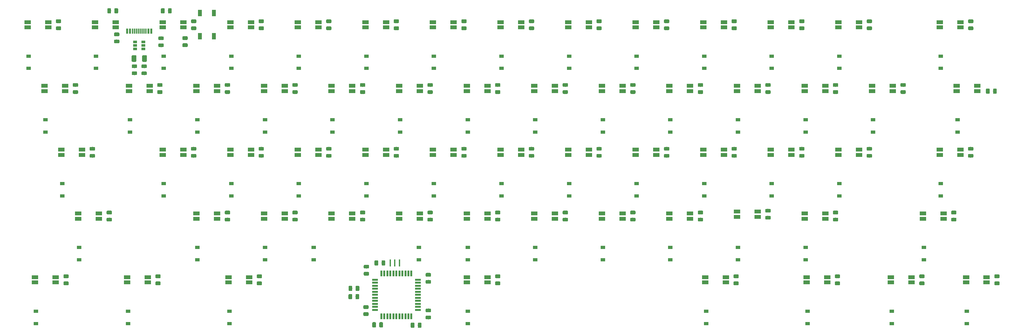
<source format=gbr>
G04 #@! TF.GenerationSoftware,KiCad,Pcbnew,(5.1.4)-1*
G04 #@! TF.CreationDate,2020-12-21T07:42:17-08:00*
G04 #@! TF.ProjectId,brownie pan,62726f77-6e69-4652-9070-616e2e6b6963,rev?*
G04 #@! TF.SameCoordinates,Original*
G04 #@! TF.FileFunction,Paste,Bot*
G04 #@! TF.FilePolarity,Positive*
%FSLAX46Y46*%
G04 Gerber Fmt 4.6, Leading zero omitted, Abs format (unit mm)*
G04 Created by KiCad (PCBNEW (5.1.4)-1) date 2020-12-21 07:42:17*
%MOMM*%
%LPD*%
G04 APERTURE LIST*
%ADD10C,0.100000*%
%ADD11C,0.975000*%
%ADD12R,1.700000X1.000000*%
%ADD13R,0.400000X1.900000*%
%ADD14R,0.600000X1.450000*%
%ADD15R,0.300000X1.450000*%
%ADD16R,1.060000X0.650000*%
%ADD17R,0.550000X1.500000*%
%ADD18R,1.500000X0.550000*%
%ADD19R,1.100000X1.800000*%
%ADD20C,1.250000*%
%ADD21R,1.200000X0.900000*%
G04 APERTURE END LIST*
D10*
G36*
X128480142Y-85176174D02*
G01*
X128503803Y-85179684D01*
X128527007Y-85185496D01*
X128549529Y-85193554D01*
X128571153Y-85203782D01*
X128591670Y-85216079D01*
X128610883Y-85230329D01*
X128628607Y-85246393D01*
X128644671Y-85264117D01*
X128658921Y-85283330D01*
X128671218Y-85303847D01*
X128681446Y-85325471D01*
X128689504Y-85347993D01*
X128695316Y-85371197D01*
X128698826Y-85394858D01*
X128700000Y-85418750D01*
X128700000Y-85906250D01*
X128698826Y-85930142D01*
X128695316Y-85953803D01*
X128689504Y-85977007D01*
X128681446Y-85999529D01*
X128671218Y-86021153D01*
X128658921Y-86041670D01*
X128644671Y-86060883D01*
X128628607Y-86078607D01*
X128610883Y-86094671D01*
X128591670Y-86108921D01*
X128571153Y-86121218D01*
X128549529Y-86131446D01*
X128527007Y-86139504D01*
X128503803Y-86145316D01*
X128480142Y-86148826D01*
X128456250Y-86150000D01*
X127543750Y-86150000D01*
X127519858Y-86148826D01*
X127496197Y-86145316D01*
X127472993Y-86139504D01*
X127450471Y-86131446D01*
X127428847Y-86121218D01*
X127408330Y-86108921D01*
X127389117Y-86094671D01*
X127371393Y-86078607D01*
X127355329Y-86060883D01*
X127341079Y-86041670D01*
X127328782Y-86021153D01*
X127318554Y-85999529D01*
X127310496Y-85977007D01*
X127304684Y-85953803D01*
X127301174Y-85930142D01*
X127300000Y-85906250D01*
X127300000Y-85418750D01*
X127301174Y-85394858D01*
X127304684Y-85371197D01*
X127310496Y-85347993D01*
X127318554Y-85325471D01*
X127328782Y-85303847D01*
X127341079Y-85283330D01*
X127355329Y-85264117D01*
X127371393Y-85246393D01*
X127389117Y-85230329D01*
X127408330Y-85216079D01*
X127428847Y-85203782D01*
X127450471Y-85193554D01*
X127472993Y-85185496D01*
X127496197Y-85179684D01*
X127519858Y-85176174D01*
X127543750Y-85175000D01*
X128456250Y-85175000D01*
X128480142Y-85176174D01*
X128480142Y-85176174D01*
G37*
D11*
X128000000Y-85662500D03*
D10*
G36*
X128480142Y-87051174D02*
G01*
X128503803Y-87054684D01*
X128527007Y-87060496D01*
X128549529Y-87068554D01*
X128571153Y-87078782D01*
X128591670Y-87091079D01*
X128610883Y-87105329D01*
X128628607Y-87121393D01*
X128644671Y-87139117D01*
X128658921Y-87158330D01*
X128671218Y-87178847D01*
X128681446Y-87200471D01*
X128689504Y-87222993D01*
X128695316Y-87246197D01*
X128698826Y-87269858D01*
X128700000Y-87293750D01*
X128700000Y-87781250D01*
X128698826Y-87805142D01*
X128695316Y-87828803D01*
X128689504Y-87852007D01*
X128681446Y-87874529D01*
X128671218Y-87896153D01*
X128658921Y-87916670D01*
X128644671Y-87935883D01*
X128628607Y-87953607D01*
X128610883Y-87969671D01*
X128591670Y-87983921D01*
X128571153Y-87996218D01*
X128549529Y-88006446D01*
X128527007Y-88014504D01*
X128503803Y-88020316D01*
X128480142Y-88023826D01*
X128456250Y-88025000D01*
X127543750Y-88025000D01*
X127519858Y-88023826D01*
X127496197Y-88020316D01*
X127472993Y-88014504D01*
X127450471Y-88006446D01*
X127428847Y-87996218D01*
X127408330Y-87983921D01*
X127389117Y-87969671D01*
X127371393Y-87953607D01*
X127355329Y-87935883D01*
X127341079Y-87916670D01*
X127328782Y-87896153D01*
X127318554Y-87874529D01*
X127310496Y-87852007D01*
X127304684Y-87828803D01*
X127301174Y-87805142D01*
X127300000Y-87781250D01*
X127300000Y-87293750D01*
X127301174Y-87269858D01*
X127304684Y-87246197D01*
X127310496Y-87222993D01*
X127318554Y-87200471D01*
X127328782Y-87178847D01*
X127341079Y-87158330D01*
X127355329Y-87139117D01*
X127371393Y-87121393D01*
X127389117Y-87105329D01*
X127408330Y-87091079D01*
X127428847Y-87078782D01*
X127450471Y-87068554D01*
X127472993Y-87060496D01*
X127496197Y-87054684D01*
X127519858Y-87051174D01*
X127543750Y-87050000D01*
X128456250Y-87050000D01*
X128480142Y-87051174D01*
X128480142Y-87051174D01*
G37*
D11*
X128000000Y-87537500D03*
D10*
G36*
X107530142Y-88601174D02*
G01*
X107553803Y-88604684D01*
X107577007Y-88610496D01*
X107599529Y-88618554D01*
X107621153Y-88628782D01*
X107641670Y-88641079D01*
X107660883Y-88655329D01*
X107678607Y-88671393D01*
X107694671Y-88689117D01*
X107708921Y-88708330D01*
X107721218Y-88728847D01*
X107731446Y-88750471D01*
X107739504Y-88772993D01*
X107745316Y-88796197D01*
X107748826Y-88819858D01*
X107750000Y-88843750D01*
X107750000Y-89756250D01*
X107748826Y-89780142D01*
X107745316Y-89803803D01*
X107739504Y-89827007D01*
X107731446Y-89849529D01*
X107721218Y-89871153D01*
X107708921Y-89891670D01*
X107694671Y-89910883D01*
X107678607Y-89928607D01*
X107660883Y-89944671D01*
X107641670Y-89958921D01*
X107621153Y-89971218D01*
X107599529Y-89981446D01*
X107577007Y-89989504D01*
X107553803Y-89995316D01*
X107530142Y-89998826D01*
X107506250Y-90000000D01*
X107018750Y-90000000D01*
X106994858Y-89998826D01*
X106971197Y-89995316D01*
X106947993Y-89989504D01*
X106925471Y-89981446D01*
X106903847Y-89971218D01*
X106883330Y-89958921D01*
X106864117Y-89944671D01*
X106846393Y-89928607D01*
X106830329Y-89910883D01*
X106816079Y-89891670D01*
X106803782Y-89871153D01*
X106793554Y-89849529D01*
X106785496Y-89827007D01*
X106779684Y-89803803D01*
X106776174Y-89780142D01*
X106775000Y-89756250D01*
X106775000Y-88843750D01*
X106776174Y-88819858D01*
X106779684Y-88796197D01*
X106785496Y-88772993D01*
X106793554Y-88750471D01*
X106803782Y-88728847D01*
X106816079Y-88708330D01*
X106830329Y-88689117D01*
X106846393Y-88671393D01*
X106864117Y-88655329D01*
X106883330Y-88641079D01*
X106903847Y-88628782D01*
X106925471Y-88618554D01*
X106947993Y-88610496D01*
X106971197Y-88604684D01*
X106994858Y-88601174D01*
X107018750Y-88600000D01*
X107506250Y-88600000D01*
X107530142Y-88601174D01*
X107530142Y-88601174D01*
G37*
D11*
X107262500Y-89300000D03*
D10*
G36*
X109405142Y-88601174D02*
G01*
X109428803Y-88604684D01*
X109452007Y-88610496D01*
X109474529Y-88618554D01*
X109496153Y-88628782D01*
X109516670Y-88641079D01*
X109535883Y-88655329D01*
X109553607Y-88671393D01*
X109569671Y-88689117D01*
X109583921Y-88708330D01*
X109596218Y-88728847D01*
X109606446Y-88750471D01*
X109614504Y-88772993D01*
X109620316Y-88796197D01*
X109623826Y-88819858D01*
X109625000Y-88843750D01*
X109625000Y-89756250D01*
X109623826Y-89780142D01*
X109620316Y-89803803D01*
X109614504Y-89827007D01*
X109606446Y-89849529D01*
X109596218Y-89871153D01*
X109583921Y-89891670D01*
X109569671Y-89910883D01*
X109553607Y-89928607D01*
X109535883Y-89944671D01*
X109516670Y-89958921D01*
X109496153Y-89971218D01*
X109474529Y-89981446D01*
X109452007Y-89989504D01*
X109428803Y-89995316D01*
X109405142Y-89998826D01*
X109381250Y-90000000D01*
X108893750Y-90000000D01*
X108869858Y-89998826D01*
X108846197Y-89995316D01*
X108822993Y-89989504D01*
X108800471Y-89981446D01*
X108778847Y-89971218D01*
X108758330Y-89958921D01*
X108739117Y-89944671D01*
X108721393Y-89928607D01*
X108705329Y-89910883D01*
X108691079Y-89891670D01*
X108678782Y-89871153D01*
X108668554Y-89849529D01*
X108660496Y-89827007D01*
X108654684Y-89803803D01*
X108651174Y-89780142D01*
X108650000Y-89756250D01*
X108650000Y-88843750D01*
X108651174Y-88819858D01*
X108654684Y-88796197D01*
X108660496Y-88772993D01*
X108668554Y-88750471D01*
X108678782Y-88728847D01*
X108691079Y-88708330D01*
X108705329Y-88689117D01*
X108721393Y-88671393D01*
X108739117Y-88655329D01*
X108758330Y-88641079D01*
X108778847Y-88628782D01*
X108800471Y-88618554D01*
X108822993Y-88610496D01*
X108846197Y-88604684D01*
X108869858Y-88601174D01*
X108893750Y-88600000D01*
X109381250Y-88600000D01*
X109405142Y-88601174D01*
X109405142Y-88601174D01*
G37*
D11*
X109137500Y-89300000D03*
D12*
X62750000Y-18300000D03*
X62750000Y-19700000D03*
X57250000Y-18300000D03*
X57250000Y-19700000D03*
X26750000Y-18300000D03*
X26750000Y-19700000D03*
X21250000Y-18300000D03*
X21250000Y-19700000D03*
X44750000Y-18300000D03*
X44750000Y-19700000D03*
X39250000Y-18300000D03*
X39250000Y-19700000D03*
X80750000Y-18300000D03*
X80750000Y-19700000D03*
X75250000Y-18300000D03*
X75250000Y-19700000D03*
X98750000Y-18300000D03*
X98750000Y-19700000D03*
X93250000Y-18300000D03*
X93250000Y-19700000D03*
X116750000Y-18300000D03*
X116750000Y-19700000D03*
X111250000Y-18300000D03*
X111250000Y-19700000D03*
X134750000Y-18300000D03*
X134750000Y-19700000D03*
X129250000Y-18300000D03*
X129250000Y-19700000D03*
X152750000Y-18300000D03*
X152750000Y-19700000D03*
X147250000Y-18300000D03*
X147250000Y-19700000D03*
X170750000Y-18300000D03*
X170750000Y-19700000D03*
X165250000Y-18300000D03*
X165250000Y-19700000D03*
X188750000Y-18300000D03*
X188750000Y-19700000D03*
X183250000Y-18300000D03*
X183250000Y-19700000D03*
X206750000Y-18300000D03*
X206750000Y-19700000D03*
X201250000Y-18300000D03*
X201250000Y-19700000D03*
X224750000Y-18300000D03*
X224750000Y-19700000D03*
X219250000Y-18300000D03*
X219250000Y-19700000D03*
X242750000Y-18300000D03*
X242750000Y-19700000D03*
X237250000Y-18300000D03*
X237250000Y-19700000D03*
X269750000Y-18300000D03*
X269750000Y-19700000D03*
X264250000Y-18300000D03*
X264250000Y-19700000D03*
X31250000Y-35300000D03*
X31250000Y-36700000D03*
X25750000Y-35300000D03*
X25750000Y-36700000D03*
X53750000Y-35300000D03*
X53750000Y-36700000D03*
X48250000Y-35300000D03*
X48250000Y-36700000D03*
X71750000Y-35300000D03*
X71750000Y-36700000D03*
X66250000Y-35300000D03*
X66250000Y-36700000D03*
X89750000Y-35300000D03*
X89750000Y-36700000D03*
X84250000Y-35300000D03*
X84250000Y-36700000D03*
X107750000Y-35300000D03*
X107750000Y-36700000D03*
X102250000Y-35300000D03*
X102250000Y-36700000D03*
X125750000Y-35300000D03*
X125750000Y-36700000D03*
X120250000Y-35300000D03*
X120250000Y-36700000D03*
X143750000Y-35300000D03*
X143750000Y-36700000D03*
X138250000Y-35300000D03*
X138250000Y-36700000D03*
X161750000Y-35300000D03*
X161750000Y-36700000D03*
X156250000Y-35300000D03*
X156250000Y-36700000D03*
X179750000Y-35300000D03*
X179750000Y-36700000D03*
X174250000Y-35300000D03*
X174250000Y-36700000D03*
X197750000Y-35300000D03*
X197750000Y-36700000D03*
X192250000Y-35300000D03*
X192250000Y-36700000D03*
X215750000Y-35300000D03*
X215750000Y-36700000D03*
X210250000Y-35300000D03*
X210250000Y-36700000D03*
X233750000Y-35300000D03*
X233750000Y-36700000D03*
X228250000Y-35300000D03*
X228250000Y-36700000D03*
X251750000Y-35300000D03*
X251750000Y-36700000D03*
X246250000Y-35300000D03*
X246250000Y-36700000D03*
X274250000Y-35300000D03*
X274250000Y-36700000D03*
X268750000Y-35300000D03*
X268750000Y-36700000D03*
X35750000Y-52300000D03*
X35750000Y-53700000D03*
X30250000Y-52300000D03*
X30250000Y-53700000D03*
X62750000Y-52300000D03*
X62750000Y-53700000D03*
X57250000Y-52300000D03*
X57250000Y-53700000D03*
X80750000Y-52300000D03*
X80750000Y-53700000D03*
X75250000Y-52300000D03*
X75250000Y-53700000D03*
X98750000Y-52300000D03*
X98750000Y-53700000D03*
X93250000Y-52300000D03*
X93250000Y-53700000D03*
X116750000Y-52300000D03*
X116750000Y-53700000D03*
X111250000Y-52300000D03*
X111250000Y-53700000D03*
X134750000Y-52300000D03*
X134750000Y-53700000D03*
X129250000Y-52300000D03*
X129250000Y-53700000D03*
X152750000Y-52300000D03*
X152750000Y-53700000D03*
X147250000Y-52300000D03*
X147250000Y-53700000D03*
X170750000Y-52300000D03*
X170750000Y-53700000D03*
X165250000Y-52300000D03*
X165250000Y-53700000D03*
X188750000Y-52300000D03*
X188750000Y-53700000D03*
X183250000Y-52300000D03*
X183250000Y-53700000D03*
X206750000Y-52300000D03*
X206750000Y-53700000D03*
X201250000Y-52300000D03*
X201250000Y-53700000D03*
X224750000Y-52300000D03*
X224750000Y-53700000D03*
X219250000Y-52300000D03*
X219250000Y-53700000D03*
X242750000Y-52300000D03*
X242750000Y-53700000D03*
X237250000Y-52300000D03*
X237250000Y-53700000D03*
X269750000Y-52300000D03*
X269750000Y-53700000D03*
X264250000Y-52300000D03*
X264250000Y-53700000D03*
X40250000Y-69300000D03*
X40250000Y-70700000D03*
X34750000Y-69300000D03*
X34750000Y-70700000D03*
X71750000Y-69300000D03*
X71750000Y-70700000D03*
X66250000Y-69300000D03*
X66250000Y-70700000D03*
X89750000Y-69300000D03*
X89750000Y-70700000D03*
X84250000Y-69300000D03*
X84250000Y-70700000D03*
X107750000Y-69300000D03*
X107750000Y-70700000D03*
X102250000Y-69300000D03*
X102250000Y-70700000D03*
X125750000Y-69300000D03*
X125750000Y-70700000D03*
X120250000Y-69300000D03*
X120250000Y-70700000D03*
X143750000Y-69300000D03*
X143750000Y-70700000D03*
X138250000Y-69300000D03*
X138250000Y-70700000D03*
X161750000Y-69300000D03*
X161750000Y-70700000D03*
X156250000Y-69300000D03*
X156250000Y-70700000D03*
X179750000Y-69300000D03*
X179750000Y-70700000D03*
X174250000Y-69300000D03*
X174250000Y-70700000D03*
X197750000Y-69300000D03*
X197750000Y-70700000D03*
X192250000Y-69300000D03*
X192250000Y-70700000D03*
X215750000Y-68800000D03*
X215750000Y-70200000D03*
X210250000Y-68800000D03*
X210250000Y-70200000D03*
X233750000Y-69300000D03*
X233750000Y-70700000D03*
X228250000Y-69300000D03*
X228250000Y-70700000D03*
X265250000Y-69300000D03*
X265250000Y-70700000D03*
X259750000Y-69300000D03*
X259750000Y-70700000D03*
X28750000Y-86300000D03*
X28750000Y-87700000D03*
X23250000Y-86300000D03*
X23250000Y-87700000D03*
X53250000Y-86300000D03*
X53250000Y-87700000D03*
X47750000Y-86300000D03*
X47750000Y-87700000D03*
X80250000Y-86300000D03*
X80250000Y-87700000D03*
X74750000Y-86300000D03*
X74750000Y-87700000D03*
X143750000Y-86300000D03*
X143750000Y-87700000D03*
X138250000Y-86300000D03*
X138250000Y-87700000D03*
X207250000Y-86300000D03*
X207250000Y-87700000D03*
X201750000Y-86300000D03*
X201750000Y-87700000D03*
X234250000Y-86300000D03*
X234250000Y-87700000D03*
X228750000Y-86300000D03*
X228750000Y-87700000D03*
X256750000Y-86300000D03*
X256750000Y-87700000D03*
X251250000Y-86300000D03*
X251250000Y-87700000D03*
X276750000Y-86300000D03*
X276750000Y-87700000D03*
X271250000Y-86300000D03*
X271250000Y-87700000D03*
D13*
X117900000Y-82500000D03*
X119100000Y-82500000D03*
X120300000Y-82500000D03*
D14*
X54225000Y-20695000D03*
X47775000Y-20695000D03*
X53450000Y-20695000D03*
X48550000Y-20695000D03*
D15*
X49250000Y-20695000D03*
X52750000Y-20695000D03*
X49750000Y-20695000D03*
X52250000Y-20695000D03*
X50250000Y-20695000D03*
X51750000Y-20695000D03*
X51250000Y-20695000D03*
X50750000Y-20695000D03*
D16*
X52100000Y-24500000D03*
X52100000Y-25450000D03*
X52100000Y-23550000D03*
X49900000Y-23550000D03*
X49900000Y-24500000D03*
X49900000Y-25450000D03*
D17*
X115500000Y-96700000D03*
X116300000Y-96700000D03*
X117100000Y-96700000D03*
X117900000Y-96700000D03*
X118700000Y-96700000D03*
X119500000Y-96700000D03*
X120300000Y-96700000D03*
X121100000Y-96700000D03*
X121900000Y-96700000D03*
X122700000Y-96700000D03*
X123500000Y-96700000D03*
D18*
X125200000Y-95000000D03*
X125200000Y-94200000D03*
X125200000Y-93400000D03*
X125200000Y-92600000D03*
X125200000Y-91800000D03*
X125200000Y-91000000D03*
X125200000Y-90200000D03*
X125200000Y-89400000D03*
X125200000Y-88600000D03*
X125200000Y-87800000D03*
X125200000Y-87000000D03*
D17*
X123500000Y-85300000D03*
X122700000Y-85300000D03*
X121900000Y-85300000D03*
X121100000Y-85300000D03*
X120300000Y-85300000D03*
X119500000Y-85300000D03*
X118700000Y-85300000D03*
X117900000Y-85300000D03*
X117100000Y-85300000D03*
X116300000Y-85300000D03*
X115500000Y-85300000D03*
D18*
X113800000Y-87000000D03*
X113800000Y-87800000D03*
X113800000Y-88600000D03*
X113800000Y-89400000D03*
X113800000Y-90200000D03*
X113800000Y-91000000D03*
X113800000Y-91800000D03*
X113800000Y-92600000D03*
X113800000Y-93400000D03*
X113800000Y-94200000D03*
X113800000Y-95000000D03*
D19*
X67150000Y-22100000D03*
X70850000Y-15900000D03*
X70850000Y-22100000D03*
X67150000Y-15900000D03*
D10*
G36*
X63680142Y-23951174D02*
G01*
X63703803Y-23954684D01*
X63727007Y-23960496D01*
X63749529Y-23968554D01*
X63771153Y-23978782D01*
X63791670Y-23991079D01*
X63810883Y-24005329D01*
X63828607Y-24021393D01*
X63844671Y-24039117D01*
X63858921Y-24058330D01*
X63871218Y-24078847D01*
X63881446Y-24100471D01*
X63889504Y-24122993D01*
X63895316Y-24146197D01*
X63898826Y-24169858D01*
X63900000Y-24193750D01*
X63900000Y-24681250D01*
X63898826Y-24705142D01*
X63895316Y-24728803D01*
X63889504Y-24752007D01*
X63881446Y-24774529D01*
X63871218Y-24796153D01*
X63858921Y-24816670D01*
X63844671Y-24835883D01*
X63828607Y-24853607D01*
X63810883Y-24869671D01*
X63791670Y-24883921D01*
X63771153Y-24896218D01*
X63749529Y-24906446D01*
X63727007Y-24914504D01*
X63703803Y-24920316D01*
X63680142Y-24923826D01*
X63656250Y-24925000D01*
X62743750Y-24925000D01*
X62719858Y-24923826D01*
X62696197Y-24920316D01*
X62672993Y-24914504D01*
X62650471Y-24906446D01*
X62628847Y-24896218D01*
X62608330Y-24883921D01*
X62589117Y-24869671D01*
X62571393Y-24853607D01*
X62555329Y-24835883D01*
X62541079Y-24816670D01*
X62528782Y-24796153D01*
X62518554Y-24774529D01*
X62510496Y-24752007D01*
X62504684Y-24728803D01*
X62501174Y-24705142D01*
X62500000Y-24681250D01*
X62500000Y-24193750D01*
X62501174Y-24169858D01*
X62504684Y-24146197D01*
X62510496Y-24122993D01*
X62518554Y-24100471D01*
X62528782Y-24078847D01*
X62541079Y-24058330D01*
X62555329Y-24039117D01*
X62571393Y-24021393D01*
X62589117Y-24005329D01*
X62608330Y-23991079D01*
X62628847Y-23978782D01*
X62650471Y-23968554D01*
X62672993Y-23960496D01*
X62696197Y-23954684D01*
X62719858Y-23951174D01*
X62743750Y-23950000D01*
X63656250Y-23950000D01*
X63680142Y-23951174D01*
X63680142Y-23951174D01*
G37*
D11*
X63200000Y-24437500D03*
D10*
G36*
X63680142Y-22076174D02*
G01*
X63703803Y-22079684D01*
X63727007Y-22085496D01*
X63749529Y-22093554D01*
X63771153Y-22103782D01*
X63791670Y-22116079D01*
X63810883Y-22130329D01*
X63828607Y-22146393D01*
X63844671Y-22164117D01*
X63858921Y-22183330D01*
X63871218Y-22203847D01*
X63881446Y-22225471D01*
X63889504Y-22247993D01*
X63895316Y-22271197D01*
X63898826Y-22294858D01*
X63900000Y-22318750D01*
X63900000Y-22806250D01*
X63898826Y-22830142D01*
X63895316Y-22853803D01*
X63889504Y-22877007D01*
X63881446Y-22899529D01*
X63871218Y-22921153D01*
X63858921Y-22941670D01*
X63844671Y-22960883D01*
X63828607Y-22978607D01*
X63810883Y-22994671D01*
X63791670Y-23008921D01*
X63771153Y-23021218D01*
X63749529Y-23031446D01*
X63727007Y-23039504D01*
X63703803Y-23045316D01*
X63680142Y-23048826D01*
X63656250Y-23050000D01*
X62743750Y-23050000D01*
X62719858Y-23048826D01*
X62696197Y-23045316D01*
X62672993Y-23039504D01*
X62650471Y-23031446D01*
X62628847Y-23021218D01*
X62608330Y-23008921D01*
X62589117Y-22994671D01*
X62571393Y-22978607D01*
X62555329Y-22960883D01*
X62541079Y-22941670D01*
X62528782Y-22921153D01*
X62518554Y-22899529D01*
X62510496Y-22877007D01*
X62504684Y-22853803D01*
X62501174Y-22830142D01*
X62500000Y-22806250D01*
X62500000Y-22318750D01*
X62501174Y-22294858D01*
X62504684Y-22271197D01*
X62510496Y-22247993D01*
X62518554Y-22225471D01*
X62528782Y-22203847D01*
X62541079Y-22183330D01*
X62555329Y-22164117D01*
X62571393Y-22146393D01*
X62589117Y-22130329D01*
X62608330Y-22116079D01*
X62628847Y-22103782D01*
X62650471Y-22093554D01*
X62672993Y-22085496D01*
X62696197Y-22079684D01*
X62719858Y-22076174D01*
X62743750Y-22075000D01*
X63656250Y-22075000D01*
X63680142Y-22076174D01*
X63680142Y-22076174D01*
G37*
D11*
X63200000Y-22562500D03*
D10*
G36*
X59405142Y-14601174D02*
G01*
X59428803Y-14604684D01*
X59452007Y-14610496D01*
X59474529Y-14618554D01*
X59496153Y-14628782D01*
X59516670Y-14641079D01*
X59535883Y-14655329D01*
X59553607Y-14671393D01*
X59569671Y-14689117D01*
X59583921Y-14708330D01*
X59596218Y-14728847D01*
X59606446Y-14750471D01*
X59614504Y-14772993D01*
X59620316Y-14796197D01*
X59623826Y-14819858D01*
X59625000Y-14843750D01*
X59625000Y-15756250D01*
X59623826Y-15780142D01*
X59620316Y-15803803D01*
X59614504Y-15827007D01*
X59606446Y-15849529D01*
X59596218Y-15871153D01*
X59583921Y-15891670D01*
X59569671Y-15910883D01*
X59553607Y-15928607D01*
X59535883Y-15944671D01*
X59516670Y-15958921D01*
X59496153Y-15971218D01*
X59474529Y-15981446D01*
X59452007Y-15989504D01*
X59428803Y-15995316D01*
X59405142Y-15998826D01*
X59381250Y-16000000D01*
X58893750Y-16000000D01*
X58869858Y-15998826D01*
X58846197Y-15995316D01*
X58822993Y-15989504D01*
X58800471Y-15981446D01*
X58778847Y-15971218D01*
X58758330Y-15958921D01*
X58739117Y-15944671D01*
X58721393Y-15928607D01*
X58705329Y-15910883D01*
X58691079Y-15891670D01*
X58678782Y-15871153D01*
X58668554Y-15849529D01*
X58660496Y-15827007D01*
X58654684Y-15803803D01*
X58651174Y-15780142D01*
X58650000Y-15756250D01*
X58650000Y-14843750D01*
X58651174Y-14819858D01*
X58654684Y-14796197D01*
X58660496Y-14772993D01*
X58668554Y-14750471D01*
X58678782Y-14728847D01*
X58691079Y-14708330D01*
X58705329Y-14689117D01*
X58721393Y-14671393D01*
X58739117Y-14655329D01*
X58758330Y-14641079D01*
X58778847Y-14628782D01*
X58800471Y-14618554D01*
X58822993Y-14610496D01*
X58846197Y-14604684D01*
X58869858Y-14601174D01*
X58893750Y-14600000D01*
X59381250Y-14600000D01*
X59405142Y-14601174D01*
X59405142Y-14601174D01*
G37*
D11*
X59137500Y-15300000D03*
D10*
G36*
X57530142Y-14601174D02*
G01*
X57553803Y-14604684D01*
X57577007Y-14610496D01*
X57599529Y-14618554D01*
X57621153Y-14628782D01*
X57641670Y-14641079D01*
X57660883Y-14655329D01*
X57678607Y-14671393D01*
X57694671Y-14689117D01*
X57708921Y-14708330D01*
X57721218Y-14728847D01*
X57731446Y-14750471D01*
X57739504Y-14772993D01*
X57745316Y-14796197D01*
X57748826Y-14819858D01*
X57750000Y-14843750D01*
X57750000Y-15756250D01*
X57748826Y-15780142D01*
X57745316Y-15803803D01*
X57739504Y-15827007D01*
X57731446Y-15849529D01*
X57721218Y-15871153D01*
X57708921Y-15891670D01*
X57694671Y-15910883D01*
X57678607Y-15928607D01*
X57660883Y-15944671D01*
X57641670Y-15958921D01*
X57621153Y-15971218D01*
X57599529Y-15981446D01*
X57577007Y-15989504D01*
X57553803Y-15995316D01*
X57530142Y-15998826D01*
X57506250Y-16000000D01*
X57018750Y-16000000D01*
X56994858Y-15998826D01*
X56971197Y-15995316D01*
X56947993Y-15989504D01*
X56925471Y-15981446D01*
X56903847Y-15971218D01*
X56883330Y-15958921D01*
X56864117Y-15944671D01*
X56846393Y-15928607D01*
X56830329Y-15910883D01*
X56816079Y-15891670D01*
X56803782Y-15871153D01*
X56793554Y-15849529D01*
X56785496Y-15827007D01*
X56779684Y-15803803D01*
X56776174Y-15780142D01*
X56775000Y-15756250D01*
X56775000Y-14843750D01*
X56776174Y-14819858D01*
X56779684Y-14796197D01*
X56785496Y-14772993D01*
X56793554Y-14750471D01*
X56803782Y-14728847D01*
X56816079Y-14708330D01*
X56830329Y-14689117D01*
X56846393Y-14671393D01*
X56864117Y-14655329D01*
X56883330Y-14641079D01*
X56903847Y-14628782D01*
X56925471Y-14618554D01*
X56947993Y-14610496D01*
X56971197Y-14604684D01*
X56994858Y-14601174D01*
X57018750Y-14600000D01*
X57506250Y-14600000D01*
X57530142Y-14601174D01*
X57530142Y-14601174D01*
G37*
D11*
X57262500Y-15300000D03*
D10*
G36*
X43267643Y-14601174D02*
G01*
X43291304Y-14604684D01*
X43314508Y-14610496D01*
X43337030Y-14618554D01*
X43358654Y-14628782D01*
X43379171Y-14641079D01*
X43398384Y-14655329D01*
X43416108Y-14671393D01*
X43432172Y-14689117D01*
X43446422Y-14708330D01*
X43458719Y-14728847D01*
X43468947Y-14750471D01*
X43477005Y-14772993D01*
X43482817Y-14796197D01*
X43486327Y-14819858D01*
X43487501Y-14843750D01*
X43487501Y-15756250D01*
X43486327Y-15780142D01*
X43482817Y-15803803D01*
X43477005Y-15827007D01*
X43468947Y-15849529D01*
X43458719Y-15871153D01*
X43446422Y-15891670D01*
X43432172Y-15910883D01*
X43416108Y-15928607D01*
X43398384Y-15944671D01*
X43379171Y-15958921D01*
X43358654Y-15971218D01*
X43337030Y-15981446D01*
X43314508Y-15989504D01*
X43291304Y-15995316D01*
X43267643Y-15998826D01*
X43243751Y-16000000D01*
X42756251Y-16000000D01*
X42732359Y-15998826D01*
X42708698Y-15995316D01*
X42685494Y-15989504D01*
X42662972Y-15981446D01*
X42641348Y-15971218D01*
X42620831Y-15958921D01*
X42601618Y-15944671D01*
X42583894Y-15928607D01*
X42567830Y-15910883D01*
X42553580Y-15891670D01*
X42541283Y-15871153D01*
X42531055Y-15849529D01*
X42522997Y-15827007D01*
X42517185Y-15803803D01*
X42513675Y-15780142D01*
X42512501Y-15756250D01*
X42512501Y-14843750D01*
X42513675Y-14819858D01*
X42517185Y-14796197D01*
X42522997Y-14772993D01*
X42531055Y-14750471D01*
X42541283Y-14728847D01*
X42553580Y-14708330D01*
X42567830Y-14689117D01*
X42583894Y-14671393D01*
X42601618Y-14655329D01*
X42620831Y-14641079D01*
X42641348Y-14628782D01*
X42662972Y-14618554D01*
X42685494Y-14610496D01*
X42708698Y-14604684D01*
X42732359Y-14601174D01*
X42756251Y-14600000D01*
X43243751Y-14600000D01*
X43267643Y-14601174D01*
X43267643Y-14601174D01*
G37*
D11*
X43000001Y-15300000D03*
D10*
G36*
X45142643Y-14601174D02*
G01*
X45166304Y-14604684D01*
X45189508Y-14610496D01*
X45212030Y-14618554D01*
X45233654Y-14628782D01*
X45254171Y-14641079D01*
X45273384Y-14655329D01*
X45291108Y-14671393D01*
X45307172Y-14689117D01*
X45321422Y-14708330D01*
X45333719Y-14728847D01*
X45343947Y-14750471D01*
X45352005Y-14772993D01*
X45357817Y-14796197D01*
X45361327Y-14819858D01*
X45362501Y-14843750D01*
X45362501Y-15756250D01*
X45361327Y-15780142D01*
X45357817Y-15803803D01*
X45352005Y-15827007D01*
X45343947Y-15849529D01*
X45333719Y-15871153D01*
X45321422Y-15891670D01*
X45307172Y-15910883D01*
X45291108Y-15928607D01*
X45273384Y-15944671D01*
X45254171Y-15958921D01*
X45233654Y-15971218D01*
X45212030Y-15981446D01*
X45189508Y-15989504D01*
X45166304Y-15995316D01*
X45142643Y-15998826D01*
X45118751Y-16000000D01*
X44631251Y-16000000D01*
X44607359Y-15998826D01*
X44583698Y-15995316D01*
X44560494Y-15989504D01*
X44537972Y-15981446D01*
X44516348Y-15971218D01*
X44495831Y-15958921D01*
X44476618Y-15944671D01*
X44458894Y-15928607D01*
X44442830Y-15910883D01*
X44428580Y-15891670D01*
X44416283Y-15871153D01*
X44406055Y-15849529D01*
X44397997Y-15827007D01*
X44392185Y-15803803D01*
X44388675Y-15780142D01*
X44387501Y-15756250D01*
X44387501Y-14843750D01*
X44388675Y-14819858D01*
X44392185Y-14796197D01*
X44397997Y-14772993D01*
X44406055Y-14750471D01*
X44416283Y-14728847D01*
X44428580Y-14708330D01*
X44442830Y-14689117D01*
X44458894Y-14671393D01*
X44476618Y-14655329D01*
X44495831Y-14641079D01*
X44516348Y-14628782D01*
X44537972Y-14618554D01*
X44560494Y-14610496D01*
X44583698Y-14604684D01*
X44607359Y-14601174D01*
X44631251Y-14600000D01*
X45118751Y-14600000D01*
X45142643Y-14601174D01*
X45142643Y-14601174D01*
G37*
D11*
X44875001Y-15300000D03*
D10*
G36*
X128480142Y-94676174D02*
G01*
X128503803Y-94679684D01*
X128527007Y-94685496D01*
X128549529Y-94693554D01*
X128571153Y-94703782D01*
X128591670Y-94716079D01*
X128610883Y-94730329D01*
X128628607Y-94746393D01*
X128644671Y-94764117D01*
X128658921Y-94783330D01*
X128671218Y-94803847D01*
X128681446Y-94825471D01*
X128689504Y-94847993D01*
X128695316Y-94871197D01*
X128698826Y-94894858D01*
X128700000Y-94918750D01*
X128700000Y-95406250D01*
X128698826Y-95430142D01*
X128695316Y-95453803D01*
X128689504Y-95477007D01*
X128681446Y-95499529D01*
X128671218Y-95521153D01*
X128658921Y-95541670D01*
X128644671Y-95560883D01*
X128628607Y-95578607D01*
X128610883Y-95594671D01*
X128591670Y-95608921D01*
X128571153Y-95621218D01*
X128549529Y-95631446D01*
X128527007Y-95639504D01*
X128503803Y-95645316D01*
X128480142Y-95648826D01*
X128456250Y-95650000D01*
X127543750Y-95650000D01*
X127519858Y-95648826D01*
X127496197Y-95645316D01*
X127472993Y-95639504D01*
X127450471Y-95631446D01*
X127428847Y-95621218D01*
X127408330Y-95608921D01*
X127389117Y-95594671D01*
X127371393Y-95578607D01*
X127355329Y-95560883D01*
X127341079Y-95541670D01*
X127328782Y-95521153D01*
X127318554Y-95499529D01*
X127310496Y-95477007D01*
X127304684Y-95453803D01*
X127301174Y-95430142D01*
X127300000Y-95406250D01*
X127300000Y-94918750D01*
X127301174Y-94894858D01*
X127304684Y-94871197D01*
X127310496Y-94847993D01*
X127318554Y-94825471D01*
X127328782Y-94803847D01*
X127341079Y-94783330D01*
X127355329Y-94764117D01*
X127371393Y-94746393D01*
X127389117Y-94730329D01*
X127408330Y-94716079D01*
X127428847Y-94703782D01*
X127450471Y-94693554D01*
X127472993Y-94685496D01*
X127496197Y-94679684D01*
X127519858Y-94676174D01*
X127543750Y-94675000D01*
X128456250Y-94675000D01*
X128480142Y-94676174D01*
X128480142Y-94676174D01*
G37*
D11*
X128000000Y-95162500D03*
D10*
G36*
X128480142Y-96551174D02*
G01*
X128503803Y-96554684D01*
X128527007Y-96560496D01*
X128549529Y-96568554D01*
X128571153Y-96578782D01*
X128591670Y-96591079D01*
X128610883Y-96605329D01*
X128628607Y-96621393D01*
X128644671Y-96639117D01*
X128658921Y-96658330D01*
X128671218Y-96678847D01*
X128681446Y-96700471D01*
X128689504Y-96722993D01*
X128695316Y-96746197D01*
X128698826Y-96769858D01*
X128700000Y-96793750D01*
X128700000Y-97281250D01*
X128698826Y-97305142D01*
X128695316Y-97328803D01*
X128689504Y-97352007D01*
X128681446Y-97374529D01*
X128671218Y-97396153D01*
X128658921Y-97416670D01*
X128644671Y-97435883D01*
X128628607Y-97453607D01*
X128610883Y-97469671D01*
X128591670Y-97483921D01*
X128571153Y-97496218D01*
X128549529Y-97506446D01*
X128527007Y-97514504D01*
X128503803Y-97520316D01*
X128480142Y-97523826D01*
X128456250Y-97525000D01*
X127543750Y-97525000D01*
X127519858Y-97523826D01*
X127496197Y-97520316D01*
X127472993Y-97514504D01*
X127450471Y-97506446D01*
X127428847Y-97496218D01*
X127408330Y-97483921D01*
X127389117Y-97469671D01*
X127371393Y-97453607D01*
X127355329Y-97435883D01*
X127341079Y-97416670D01*
X127328782Y-97396153D01*
X127318554Y-97374529D01*
X127310496Y-97352007D01*
X127304684Y-97328803D01*
X127301174Y-97305142D01*
X127300000Y-97281250D01*
X127300000Y-96793750D01*
X127301174Y-96769858D01*
X127304684Y-96746197D01*
X127310496Y-96722993D01*
X127318554Y-96700471D01*
X127328782Y-96678847D01*
X127341079Y-96658330D01*
X127355329Y-96639117D01*
X127371393Y-96621393D01*
X127389117Y-96605329D01*
X127408330Y-96591079D01*
X127428847Y-96578782D01*
X127450471Y-96568554D01*
X127472993Y-96560496D01*
X127496197Y-96554684D01*
X127519858Y-96551174D01*
X127543750Y-96550000D01*
X128456250Y-96550000D01*
X128480142Y-96551174D01*
X128480142Y-96551174D01*
G37*
D11*
X128000000Y-97037500D03*
D10*
G36*
X50180142Y-29576174D02*
G01*
X50203803Y-29579684D01*
X50227007Y-29585496D01*
X50249529Y-29593554D01*
X50271153Y-29603782D01*
X50291670Y-29616079D01*
X50310883Y-29630329D01*
X50328607Y-29646393D01*
X50344671Y-29664117D01*
X50358921Y-29683330D01*
X50371218Y-29703847D01*
X50381446Y-29725471D01*
X50389504Y-29747993D01*
X50395316Y-29771197D01*
X50398826Y-29794858D01*
X50400000Y-29818750D01*
X50400000Y-30306250D01*
X50398826Y-30330142D01*
X50395316Y-30353803D01*
X50389504Y-30377007D01*
X50381446Y-30399529D01*
X50371218Y-30421153D01*
X50358921Y-30441670D01*
X50344671Y-30460883D01*
X50328607Y-30478607D01*
X50310883Y-30494671D01*
X50291670Y-30508921D01*
X50271153Y-30521218D01*
X50249529Y-30531446D01*
X50227007Y-30539504D01*
X50203803Y-30545316D01*
X50180142Y-30548826D01*
X50156250Y-30550000D01*
X49243750Y-30550000D01*
X49219858Y-30548826D01*
X49196197Y-30545316D01*
X49172993Y-30539504D01*
X49150471Y-30531446D01*
X49128847Y-30521218D01*
X49108330Y-30508921D01*
X49089117Y-30494671D01*
X49071393Y-30478607D01*
X49055329Y-30460883D01*
X49041079Y-30441670D01*
X49028782Y-30421153D01*
X49018554Y-30399529D01*
X49010496Y-30377007D01*
X49004684Y-30353803D01*
X49001174Y-30330142D01*
X49000000Y-30306250D01*
X49000000Y-29818750D01*
X49001174Y-29794858D01*
X49004684Y-29771197D01*
X49010496Y-29747993D01*
X49018554Y-29725471D01*
X49028782Y-29703847D01*
X49041079Y-29683330D01*
X49055329Y-29664117D01*
X49071393Y-29646393D01*
X49089117Y-29630329D01*
X49108330Y-29616079D01*
X49128847Y-29603782D01*
X49150471Y-29593554D01*
X49172993Y-29585496D01*
X49196197Y-29579684D01*
X49219858Y-29576174D01*
X49243750Y-29575000D01*
X50156250Y-29575000D01*
X50180142Y-29576174D01*
X50180142Y-29576174D01*
G37*
D11*
X49700000Y-30062500D03*
D10*
G36*
X50180142Y-31451174D02*
G01*
X50203803Y-31454684D01*
X50227007Y-31460496D01*
X50249529Y-31468554D01*
X50271153Y-31478782D01*
X50291670Y-31491079D01*
X50310883Y-31505329D01*
X50328607Y-31521393D01*
X50344671Y-31539117D01*
X50358921Y-31558330D01*
X50371218Y-31578847D01*
X50381446Y-31600471D01*
X50389504Y-31622993D01*
X50395316Y-31646197D01*
X50398826Y-31669858D01*
X50400000Y-31693750D01*
X50400000Y-32181250D01*
X50398826Y-32205142D01*
X50395316Y-32228803D01*
X50389504Y-32252007D01*
X50381446Y-32274529D01*
X50371218Y-32296153D01*
X50358921Y-32316670D01*
X50344671Y-32335883D01*
X50328607Y-32353607D01*
X50310883Y-32369671D01*
X50291670Y-32383921D01*
X50271153Y-32396218D01*
X50249529Y-32406446D01*
X50227007Y-32414504D01*
X50203803Y-32420316D01*
X50180142Y-32423826D01*
X50156250Y-32425000D01*
X49243750Y-32425000D01*
X49219858Y-32423826D01*
X49196197Y-32420316D01*
X49172993Y-32414504D01*
X49150471Y-32406446D01*
X49128847Y-32396218D01*
X49108330Y-32383921D01*
X49089117Y-32369671D01*
X49071393Y-32353607D01*
X49055329Y-32335883D01*
X49041079Y-32316670D01*
X49028782Y-32296153D01*
X49018554Y-32274529D01*
X49010496Y-32252007D01*
X49004684Y-32228803D01*
X49001174Y-32205142D01*
X49000000Y-32181250D01*
X49000000Y-31693750D01*
X49001174Y-31669858D01*
X49004684Y-31646197D01*
X49010496Y-31622993D01*
X49018554Y-31600471D01*
X49028782Y-31578847D01*
X49041079Y-31558330D01*
X49055329Y-31539117D01*
X49071393Y-31521393D01*
X49089117Y-31505329D01*
X49108330Y-31491079D01*
X49128847Y-31478782D01*
X49150471Y-31468554D01*
X49172993Y-31460496D01*
X49196197Y-31454684D01*
X49219858Y-31451174D01*
X49243750Y-31450000D01*
X50156250Y-31450000D01*
X50180142Y-31451174D01*
X50180142Y-31451174D01*
G37*
D11*
X49700000Y-31937500D03*
D10*
G36*
X52780142Y-29576174D02*
G01*
X52803803Y-29579684D01*
X52827007Y-29585496D01*
X52849529Y-29593554D01*
X52871153Y-29603782D01*
X52891670Y-29616079D01*
X52910883Y-29630329D01*
X52928607Y-29646393D01*
X52944671Y-29664117D01*
X52958921Y-29683330D01*
X52971218Y-29703847D01*
X52981446Y-29725471D01*
X52989504Y-29747993D01*
X52995316Y-29771197D01*
X52998826Y-29794858D01*
X53000000Y-29818750D01*
X53000000Y-30306250D01*
X52998826Y-30330142D01*
X52995316Y-30353803D01*
X52989504Y-30377007D01*
X52981446Y-30399529D01*
X52971218Y-30421153D01*
X52958921Y-30441670D01*
X52944671Y-30460883D01*
X52928607Y-30478607D01*
X52910883Y-30494671D01*
X52891670Y-30508921D01*
X52871153Y-30521218D01*
X52849529Y-30531446D01*
X52827007Y-30539504D01*
X52803803Y-30545316D01*
X52780142Y-30548826D01*
X52756250Y-30550000D01*
X51843750Y-30550000D01*
X51819858Y-30548826D01*
X51796197Y-30545316D01*
X51772993Y-30539504D01*
X51750471Y-30531446D01*
X51728847Y-30521218D01*
X51708330Y-30508921D01*
X51689117Y-30494671D01*
X51671393Y-30478607D01*
X51655329Y-30460883D01*
X51641079Y-30441670D01*
X51628782Y-30421153D01*
X51618554Y-30399529D01*
X51610496Y-30377007D01*
X51604684Y-30353803D01*
X51601174Y-30330142D01*
X51600000Y-30306250D01*
X51600000Y-29818750D01*
X51601174Y-29794858D01*
X51604684Y-29771197D01*
X51610496Y-29747993D01*
X51618554Y-29725471D01*
X51628782Y-29703847D01*
X51641079Y-29683330D01*
X51655329Y-29664117D01*
X51671393Y-29646393D01*
X51689117Y-29630329D01*
X51708330Y-29616079D01*
X51728847Y-29603782D01*
X51750471Y-29593554D01*
X51772993Y-29585496D01*
X51796197Y-29579684D01*
X51819858Y-29576174D01*
X51843750Y-29575000D01*
X52756250Y-29575000D01*
X52780142Y-29576174D01*
X52780142Y-29576174D01*
G37*
D11*
X52300000Y-30062500D03*
D10*
G36*
X52780142Y-31451174D02*
G01*
X52803803Y-31454684D01*
X52827007Y-31460496D01*
X52849529Y-31468554D01*
X52871153Y-31478782D01*
X52891670Y-31491079D01*
X52910883Y-31505329D01*
X52928607Y-31521393D01*
X52944671Y-31539117D01*
X52958921Y-31558330D01*
X52971218Y-31578847D01*
X52981446Y-31600471D01*
X52989504Y-31622993D01*
X52995316Y-31646197D01*
X52998826Y-31669858D01*
X53000000Y-31693750D01*
X53000000Y-32181250D01*
X52998826Y-32205142D01*
X52995316Y-32228803D01*
X52989504Y-32252007D01*
X52981446Y-32274529D01*
X52971218Y-32296153D01*
X52958921Y-32316670D01*
X52944671Y-32335883D01*
X52928607Y-32353607D01*
X52910883Y-32369671D01*
X52891670Y-32383921D01*
X52871153Y-32396218D01*
X52849529Y-32406446D01*
X52827007Y-32414504D01*
X52803803Y-32420316D01*
X52780142Y-32423826D01*
X52756250Y-32425000D01*
X51843750Y-32425000D01*
X51819858Y-32423826D01*
X51796197Y-32420316D01*
X51772993Y-32414504D01*
X51750471Y-32406446D01*
X51728847Y-32396218D01*
X51708330Y-32383921D01*
X51689117Y-32369671D01*
X51671393Y-32353607D01*
X51655329Y-32335883D01*
X51641079Y-32316670D01*
X51628782Y-32296153D01*
X51618554Y-32274529D01*
X51610496Y-32252007D01*
X51604684Y-32228803D01*
X51601174Y-32205142D01*
X51600000Y-32181250D01*
X51600000Y-31693750D01*
X51601174Y-31669858D01*
X51604684Y-31646197D01*
X51610496Y-31622993D01*
X51618554Y-31600471D01*
X51628782Y-31578847D01*
X51641079Y-31558330D01*
X51655329Y-31539117D01*
X51671393Y-31521393D01*
X51689117Y-31505329D01*
X51708330Y-31491079D01*
X51728847Y-31478782D01*
X51750471Y-31468554D01*
X51772993Y-31460496D01*
X51796197Y-31454684D01*
X51819858Y-31451174D01*
X51843750Y-31450000D01*
X52756250Y-31450000D01*
X52780142Y-31451174D01*
X52780142Y-31451174D01*
G37*
D11*
X52300000Y-31937500D03*
D10*
G36*
X111980142Y-84888675D02*
G01*
X112003803Y-84892185D01*
X112027007Y-84897997D01*
X112049529Y-84906055D01*
X112071153Y-84916283D01*
X112091670Y-84928580D01*
X112110883Y-84942830D01*
X112128607Y-84958894D01*
X112144671Y-84976618D01*
X112158921Y-84995831D01*
X112171218Y-85016348D01*
X112181446Y-85037972D01*
X112189504Y-85060494D01*
X112195316Y-85083698D01*
X112198826Y-85107359D01*
X112200000Y-85131251D01*
X112200000Y-85618751D01*
X112198826Y-85642643D01*
X112195316Y-85666304D01*
X112189504Y-85689508D01*
X112181446Y-85712030D01*
X112171218Y-85733654D01*
X112158921Y-85754171D01*
X112144671Y-85773384D01*
X112128607Y-85791108D01*
X112110883Y-85807172D01*
X112091670Y-85821422D01*
X112071153Y-85833719D01*
X112049529Y-85843947D01*
X112027007Y-85852005D01*
X112003803Y-85857817D01*
X111980142Y-85861327D01*
X111956250Y-85862501D01*
X111043750Y-85862501D01*
X111019858Y-85861327D01*
X110996197Y-85857817D01*
X110972993Y-85852005D01*
X110950471Y-85843947D01*
X110928847Y-85833719D01*
X110908330Y-85821422D01*
X110889117Y-85807172D01*
X110871393Y-85791108D01*
X110855329Y-85773384D01*
X110841079Y-85754171D01*
X110828782Y-85733654D01*
X110818554Y-85712030D01*
X110810496Y-85689508D01*
X110804684Y-85666304D01*
X110801174Y-85642643D01*
X110800000Y-85618751D01*
X110800000Y-85131251D01*
X110801174Y-85107359D01*
X110804684Y-85083698D01*
X110810496Y-85060494D01*
X110818554Y-85037972D01*
X110828782Y-85016348D01*
X110841079Y-84995831D01*
X110855329Y-84976618D01*
X110871393Y-84958894D01*
X110889117Y-84942830D01*
X110908330Y-84928580D01*
X110928847Y-84916283D01*
X110950471Y-84906055D01*
X110972993Y-84897997D01*
X110996197Y-84892185D01*
X111019858Y-84888675D01*
X111043750Y-84887501D01*
X111956250Y-84887501D01*
X111980142Y-84888675D01*
X111980142Y-84888675D01*
G37*
D11*
X111500000Y-85375001D03*
D10*
G36*
X111980142Y-83013675D02*
G01*
X112003803Y-83017185D01*
X112027007Y-83022997D01*
X112049529Y-83031055D01*
X112071153Y-83041283D01*
X112091670Y-83053580D01*
X112110883Y-83067830D01*
X112128607Y-83083894D01*
X112144671Y-83101618D01*
X112158921Y-83120831D01*
X112171218Y-83141348D01*
X112181446Y-83162972D01*
X112189504Y-83185494D01*
X112195316Y-83208698D01*
X112198826Y-83232359D01*
X112200000Y-83256251D01*
X112200000Y-83743751D01*
X112198826Y-83767643D01*
X112195316Y-83791304D01*
X112189504Y-83814508D01*
X112181446Y-83837030D01*
X112171218Y-83858654D01*
X112158921Y-83879171D01*
X112144671Y-83898384D01*
X112128607Y-83916108D01*
X112110883Y-83932172D01*
X112091670Y-83946422D01*
X112071153Y-83958719D01*
X112049529Y-83968947D01*
X112027007Y-83977005D01*
X112003803Y-83982817D01*
X111980142Y-83986327D01*
X111956250Y-83987501D01*
X111043750Y-83987501D01*
X111019858Y-83986327D01*
X110996197Y-83982817D01*
X110972993Y-83977005D01*
X110950471Y-83968947D01*
X110928847Y-83958719D01*
X110908330Y-83946422D01*
X110889117Y-83932172D01*
X110871393Y-83916108D01*
X110855329Y-83898384D01*
X110841079Y-83879171D01*
X110828782Y-83858654D01*
X110818554Y-83837030D01*
X110810496Y-83814508D01*
X110804684Y-83791304D01*
X110801174Y-83767643D01*
X110800000Y-83743751D01*
X110800000Y-83256251D01*
X110801174Y-83232359D01*
X110804684Y-83208698D01*
X110810496Y-83185494D01*
X110818554Y-83162972D01*
X110828782Y-83141348D01*
X110841079Y-83120831D01*
X110855329Y-83101618D01*
X110871393Y-83083894D01*
X110889117Y-83067830D01*
X110908330Y-83053580D01*
X110928847Y-83041283D01*
X110950471Y-83031055D01*
X110972993Y-83022997D01*
X110996197Y-83017185D01*
X111019858Y-83013675D01*
X111043750Y-83012501D01*
X111956250Y-83012501D01*
X111980142Y-83013675D01*
X111980142Y-83013675D01*
G37*
D11*
X111500000Y-83500001D03*
D10*
G36*
X52799504Y-27126204D02*
G01*
X52823773Y-27129804D01*
X52847571Y-27135765D01*
X52870671Y-27144030D01*
X52892849Y-27154520D01*
X52913893Y-27167133D01*
X52933598Y-27181747D01*
X52951777Y-27198223D01*
X52968253Y-27216402D01*
X52982867Y-27236107D01*
X52995480Y-27257151D01*
X53005970Y-27279329D01*
X53014235Y-27302429D01*
X53020196Y-27326227D01*
X53023796Y-27350496D01*
X53025000Y-27375000D01*
X53025000Y-28625000D01*
X53023796Y-28649504D01*
X53020196Y-28673773D01*
X53014235Y-28697571D01*
X53005970Y-28720671D01*
X52995480Y-28742849D01*
X52982867Y-28763893D01*
X52968253Y-28783598D01*
X52951777Y-28801777D01*
X52933598Y-28818253D01*
X52913893Y-28832867D01*
X52892849Y-28845480D01*
X52870671Y-28855970D01*
X52847571Y-28864235D01*
X52823773Y-28870196D01*
X52799504Y-28873796D01*
X52775000Y-28875000D01*
X52025000Y-28875000D01*
X52000496Y-28873796D01*
X51976227Y-28870196D01*
X51952429Y-28864235D01*
X51929329Y-28855970D01*
X51907151Y-28845480D01*
X51886107Y-28832867D01*
X51866402Y-28818253D01*
X51848223Y-28801777D01*
X51831747Y-28783598D01*
X51817133Y-28763893D01*
X51804520Y-28742849D01*
X51794030Y-28720671D01*
X51785765Y-28697571D01*
X51779804Y-28673773D01*
X51776204Y-28649504D01*
X51775000Y-28625000D01*
X51775000Y-27375000D01*
X51776204Y-27350496D01*
X51779804Y-27326227D01*
X51785765Y-27302429D01*
X51794030Y-27279329D01*
X51804520Y-27257151D01*
X51817133Y-27236107D01*
X51831747Y-27216402D01*
X51848223Y-27198223D01*
X51866402Y-27181747D01*
X51886107Y-27167133D01*
X51907151Y-27154520D01*
X51929329Y-27144030D01*
X51952429Y-27135765D01*
X51976227Y-27129804D01*
X52000496Y-27126204D01*
X52025000Y-27125000D01*
X52775000Y-27125000D01*
X52799504Y-27126204D01*
X52799504Y-27126204D01*
G37*
D20*
X52400000Y-28000000D03*
D10*
G36*
X49999504Y-27126204D02*
G01*
X50023773Y-27129804D01*
X50047571Y-27135765D01*
X50070671Y-27144030D01*
X50092849Y-27154520D01*
X50113893Y-27167133D01*
X50133598Y-27181747D01*
X50151777Y-27198223D01*
X50168253Y-27216402D01*
X50182867Y-27236107D01*
X50195480Y-27257151D01*
X50205970Y-27279329D01*
X50214235Y-27302429D01*
X50220196Y-27326227D01*
X50223796Y-27350496D01*
X50225000Y-27375000D01*
X50225000Y-28625000D01*
X50223796Y-28649504D01*
X50220196Y-28673773D01*
X50214235Y-28697571D01*
X50205970Y-28720671D01*
X50195480Y-28742849D01*
X50182867Y-28763893D01*
X50168253Y-28783598D01*
X50151777Y-28801777D01*
X50133598Y-28818253D01*
X50113893Y-28832867D01*
X50092849Y-28845480D01*
X50070671Y-28855970D01*
X50047571Y-28864235D01*
X50023773Y-28870196D01*
X49999504Y-28873796D01*
X49975000Y-28875000D01*
X49225000Y-28875000D01*
X49200496Y-28873796D01*
X49176227Y-28870196D01*
X49152429Y-28864235D01*
X49129329Y-28855970D01*
X49107151Y-28845480D01*
X49086107Y-28832867D01*
X49066402Y-28818253D01*
X49048223Y-28801777D01*
X49031747Y-28783598D01*
X49017133Y-28763893D01*
X49004520Y-28742849D01*
X48994030Y-28720671D01*
X48985765Y-28697571D01*
X48979804Y-28673773D01*
X48976204Y-28649504D01*
X48975000Y-28625000D01*
X48975000Y-27375000D01*
X48976204Y-27350496D01*
X48979804Y-27326227D01*
X48985765Y-27302429D01*
X48994030Y-27279329D01*
X49004520Y-27257151D01*
X49017133Y-27236107D01*
X49031747Y-27216402D01*
X49048223Y-27198223D01*
X49066402Y-27181747D01*
X49086107Y-27167133D01*
X49107151Y-27154520D01*
X49129329Y-27144030D01*
X49152429Y-27135765D01*
X49176227Y-27129804D01*
X49200496Y-27126204D01*
X49225000Y-27125000D01*
X49975000Y-27125000D01*
X49999504Y-27126204D01*
X49999504Y-27126204D01*
G37*
D20*
X49600000Y-28000000D03*
D10*
G36*
X57280142Y-22113675D02*
G01*
X57303803Y-22117185D01*
X57327007Y-22122997D01*
X57349529Y-22131055D01*
X57371153Y-22141283D01*
X57391670Y-22153580D01*
X57410883Y-22167830D01*
X57428607Y-22183894D01*
X57444671Y-22201618D01*
X57458921Y-22220831D01*
X57471218Y-22241348D01*
X57481446Y-22262972D01*
X57489504Y-22285494D01*
X57495316Y-22308698D01*
X57498826Y-22332359D01*
X57500000Y-22356251D01*
X57500000Y-22843751D01*
X57498826Y-22867643D01*
X57495316Y-22891304D01*
X57489504Y-22914508D01*
X57481446Y-22937030D01*
X57471218Y-22958654D01*
X57458921Y-22979171D01*
X57444671Y-22998384D01*
X57428607Y-23016108D01*
X57410883Y-23032172D01*
X57391670Y-23046422D01*
X57371153Y-23058719D01*
X57349529Y-23068947D01*
X57327007Y-23077005D01*
X57303803Y-23082817D01*
X57280142Y-23086327D01*
X57256250Y-23087501D01*
X56343750Y-23087501D01*
X56319858Y-23086327D01*
X56296197Y-23082817D01*
X56272993Y-23077005D01*
X56250471Y-23068947D01*
X56228847Y-23058719D01*
X56208330Y-23046422D01*
X56189117Y-23032172D01*
X56171393Y-23016108D01*
X56155329Y-22998384D01*
X56141079Y-22979171D01*
X56128782Y-22958654D01*
X56118554Y-22937030D01*
X56110496Y-22914508D01*
X56104684Y-22891304D01*
X56101174Y-22867643D01*
X56100000Y-22843751D01*
X56100000Y-22356251D01*
X56101174Y-22332359D01*
X56104684Y-22308698D01*
X56110496Y-22285494D01*
X56118554Y-22262972D01*
X56128782Y-22241348D01*
X56141079Y-22220831D01*
X56155329Y-22201618D01*
X56171393Y-22183894D01*
X56189117Y-22167830D01*
X56208330Y-22153580D01*
X56228847Y-22141283D01*
X56250471Y-22131055D01*
X56272993Y-22122997D01*
X56296197Y-22117185D01*
X56319858Y-22113675D01*
X56343750Y-22112501D01*
X57256250Y-22112501D01*
X57280142Y-22113675D01*
X57280142Y-22113675D01*
G37*
D11*
X56800000Y-22600001D03*
D10*
G36*
X57280142Y-23988675D02*
G01*
X57303803Y-23992185D01*
X57327007Y-23997997D01*
X57349529Y-24006055D01*
X57371153Y-24016283D01*
X57391670Y-24028580D01*
X57410883Y-24042830D01*
X57428607Y-24058894D01*
X57444671Y-24076618D01*
X57458921Y-24095831D01*
X57471218Y-24116348D01*
X57481446Y-24137972D01*
X57489504Y-24160494D01*
X57495316Y-24183698D01*
X57498826Y-24207359D01*
X57500000Y-24231251D01*
X57500000Y-24718751D01*
X57498826Y-24742643D01*
X57495316Y-24766304D01*
X57489504Y-24789508D01*
X57481446Y-24812030D01*
X57471218Y-24833654D01*
X57458921Y-24854171D01*
X57444671Y-24873384D01*
X57428607Y-24891108D01*
X57410883Y-24907172D01*
X57391670Y-24921422D01*
X57371153Y-24933719D01*
X57349529Y-24943947D01*
X57327007Y-24952005D01*
X57303803Y-24957817D01*
X57280142Y-24961327D01*
X57256250Y-24962501D01*
X56343750Y-24962501D01*
X56319858Y-24961327D01*
X56296197Y-24957817D01*
X56272993Y-24952005D01*
X56250471Y-24943947D01*
X56228847Y-24933719D01*
X56208330Y-24921422D01*
X56189117Y-24907172D01*
X56171393Y-24891108D01*
X56155329Y-24873384D01*
X56141079Y-24854171D01*
X56128782Y-24833654D01*
X56118554Y-24812030D01*
X56110496Y-24789508D01*
X56104684Y-24766304D01*
X56101174Y-24742643D01*
X56100000Y-24718751D01*
X56100000Y-24231251D01*
X56101174Y-24207359D01*
X56104684Y-24183698D01*
X56110496Y-24160494D01*
X56118554Y-24137972D01*
X56128782Y-24116348D01*
X56141079Y-24095831D01*
X56155329Y-24076618D01*
X56171393Y-24058894D01*
X56189117Y-24042830D01*
X56208330Y-24028580D01*
X56228847Y-24016283D01*
X56250471Y-24006055D01*
X56272993Y-23997997D01*
X56296197Y-23992185D01*
X56319858Y-23988675D01*
X56343750Y-23987501D01*
X57256250Y-23987501D01*
X57280142Y-23988675D01*
X57280142Y-23988675D01*
G37*
D11*
X56800000Y-24475001D03*
D10*
G36*
X111880142Y-95651174D02*
G01*
X111903803Y-95654684D01*
X111927007Y-95660496D01*
X111949529Y-95668554D01*
X111971153Y-95678782D01*
X111991670Y-95691079D01*
X112010883Y-95705329D01*
X112028607Y-95721393D01*
X112044671Y-95739117D01*
X112058921Y-95758330D01*
X112071218Y-95778847D01*
X112081446Y-95800471D01*
X112089504Y-95822993D01*
X112095316Y-95846197D01*
X112098826Y-95869858D01*
X112100000Y-95893750D01*
X112100000Y-96381250D01*
X112098826Y-96405142D01*
X112095316Y-96428803D01*
X112089504Y-96452007D01*
X112081446Y-96474529D01*
X112071218Y-96496153D01*
X112058921Y-96516670D01*
X112044671Y-96535883D01*
X112028607Y-96553607D01*
X112010883Y-96569671D01*
X111991670Y-96583921D01*
X111971153Y-96596218D01*
X111949529Y-96606446D01*
X111927007Y-96614504D01*
X111903803Y-96620316D01*
X111880142Y-96623826D01*
X111856250Y-96625000D01*
X110943750Y-96625000D01*
X110919858Y-96623826D01*
X110896197Y-96620316D01*
X110872993Y-96614504D01*
X110850471Y-96606446D01*
X110828847Y-96596218D01*
X110808330Y-96583921D01*
X110789117Y-96569671D01*
X110771393Y-96553607D01*
X110755329Y-96535883D01*
X110741079Y-96516670D01*
X110728782Y-96496153D01*
X110718554Y-96474529D01*
X110710496Y-96452007D01*
X110704684Y-96428803D01*
X110701174Y-96405142D01*
X110700000Y-96381250D01*
X110700000Y-95893750D01*
X110701174Y-95869858D01*
X110704684Y-95846197D01*
X110710496Y-95822993D01*
X110718554Y-95800471D01*
X110728782Y-95778847D01*
X110741079Y-95758330D01*
X110755329Y-95739117D01*
X110771393Y-95721393D01*
X110789117Y-95705329D01*
X110808330Y-95691079D01*
X110828847Y-95678782D01*
X110850471Y-95668554D01*
X110872993Y-95660496D01*
X110896197Y-95654684D01*
X110919858Y-95651174D01*
X110943750Y-95650000D01*
X111856250Y-95650000D01*
X111880142Y-95651174D01*
X111880142Y-95651174D01*
G37*
D11*
X111400000Y-96137500D03*
D10*
G36*
X111880142Y-93776174D02*
G01*
X111903803Y-93779684D01*
X111927007Y-93785496D01*
X111949529Y-93793554D01*
X111971153Y-93803782D01*
X111991670Y-93816079D01*
X112010883Y-93830329D01*
X112028607Y-93846393D01*
X112044671Y-93864117D01*
X112058921Y-93883330D01*
X112071218Y-93903847D01*
X112081446Y-93925471D01*
X112089504Y-93947993D01*
X112095316Y-93971197D01*
X112098826Y-93994858D01*
X112100000Y-94018750D01*
X112100000Y-94506250D01*
X112098826Y-94530142D01*
X112095316Y-94553803D01*
X112089504Y-94577007D01*
X112081446Y-94599529D01*
X112071218Y-94621153D01*
X112058921Y-94641670D01*
X112044671Y-94660883D01*
X112028607Y-94678607D01*
X112010883Y-94694671D01*
X111991670Y-94708921D01*
X111971153Y-94721218D01*
X111949529Y-94731446D01*
X111927007Y-94739504D01*
X111903803Y-94745316D01*
X111880142Y-94748826D01*
X111856250Y-94750000D01*
X110943750Y-94750000D01*
X110919858Y-94748826D01*
X110896197Y-94745316D01*
X110872993Y-94739504D01*
X110850471Y-94731446D01*
X110828847Y-94721218D01*
X110808330Y-94708921D01*
X110789117Y-94694671D01*
X110771393Y-94678607D01*
X110755329Y-94660883D01*
X110741079Y-94641670D01*
X110728782Y-94621153D01*
X110718554Y-94599529D01*
X110710496Y-94577007D01*
X110704684Y-94553803D01*
X110701174Y-94530142D01*
X110700000Y-94506250D01*
X110700000Y-94018750D01*
X110701174Y-93994858D01*
X110704684Y-93971197D01*
X110710496Y-93947993D01*
X110718554Y-93925471D01*
X110728782Y-93903847D01*
X110741079Y-93883330D01*
X110755329Y-93864117D01*
X110771393Y-93846393D01*
X110789117Y-93830329D01*
X110808330Y-93816079D01*
X110828847Y-93803782D01*
X110850471Y-93793554D01*
X110872993Y-93785496D01*
X110896197Y-93779684D01*
X110919858Y-93776174D01*
X110943750Y-93775000D01*
X111856250Y-93775000D01*
X111880142Y-93776174D01*
X111880142Y-93776174D01*
G37*
D11*
X111400000Y-94262500D03*
D10*
G36*
X115705142Y-98301174D02*
G01*
X115728803Y-98304684D01*
X115752007Y-98310496D01*
X115774529Y-98318554D01*
X115796153Y-98328782D01*
X115816670Y-98341079D01*
X115835883Y-98355329D01*
X115853607Y-98371393D01*
X115869671Y-98389117D01*
X115883921Y-98408330D01*
X115896218Y-98428847D01*
X115906446Y-98450471D01*
X115914504Y-98472993D01*
X115920316Y-98496197D01*
X115923826Y-98519858D01*
X115925000Y-98543750D01*
X115925000Y-99456250D01*
X115923826Y-99480142D01*
X115920316Y-99503803D01*
X115914504Y-99527007D01*
X115906446Y-99549529D01*
X115896218Y-99571153D01*
X115883921Y-99591670D01*
X115869671Y-99610883D01*
X115853607Y-99628607D01*
X115835883Y-99644671D01*
X115816670Y-99658921D01*
X115796153Y-99671218D01*
X115774529Y-99681446D01*
X115752007Y-99689504D01*
X115728803Y-99695316D01*
X115705142Y-99698826D01*
X115681250Y-99700000D01*
X115193750Y-99700000D01*
X115169858Y-99698826D01*
X115146197Y-99695316D01*
X115122993Y-99689504D01*
X115100471Y-99681446D01*
X115078847Y-99671218D01*
X115058330Y-99658921D01*
X115039117Y-99644671D01*
X115021393Y-99628607D01*
X115005329Y-99610883D01*
X114991079Y-99591670D01*
X114978782Y-99571153D01*
X114968554Y-99549529D01*
X114960496Y-99527007D01*
X114954684Y-99503803D01*
X114951174Y-99480142D01*
X114950000Y-99456250D01*
X114950000Y-98543750D01*
X114951174Y-98519858D01*
X114954684Y-98496197D01*
X114960496Y-98472993D01*
X114968554Y-98450471D01*
X114978782Y-98428847D01*
X114991079Y-98408330D01*
X115005329Y-98389117D01*
X115021393Y-98371393D01*
X115039117Y-98355329D01*
X115058330Y-98341079D01*
X115078847Y-98328782D01*
X115100471Y-98318554D01*
X115122993Y-98310496D01*
X115146197Y-98304684D01*
X115169858Y-98301174D01*
X115193750Y-98300000D01*
X115681250Y-98300000D01*
X115705142Y-98301174D01*
X115705142Y-98301174D01*
G37*
D11*
X115437500Y-99000000D03*
D10*
G36*
X113830142Y-98301174D02*
G01*
X113853803Y-98304684D01*
X113877007Y-98310496D01*
X113899529Y-98318554D01*
X113921153Y-98328782D01*
X113941670Y-98341079D01*
X113960883Y-98355329D01*
X113978607Y-98371393D01*
X113994671Y-98389117D01*
X114008921Y-98408330D01*
X114021218Y-98428847D01*
X114031446Y-98450471D01*
X114039504Y-98472993D01*
X114045316Y-98496197D01*
X114048826Y-98519858D01*
X114050000Y-98543750D01*
X114050000Y-99456250D01*
X114048826Y-99480142D01*
X114045316Y-99503803D01*
X114039504Y-99527007D01*
X114031446Y-99549529D01*
X114021218Y-99571153D01*
X114008921Y-99591670D01*
X113994671Y-99610883D01*
X113978607Y-99628607D01*
X113960883Y-99644671D01*
X113941670Y-99658921D01*
X113921153Y-99671218D01*
X113899529Y-99681446D01*
X113877007Y-99689504D01*
X113853803Y-99695316D01*
X113830142Y-99698826D01*
X113806250Y-99700000D01*
X113318750Y-99700000D01*
X113294858Y-99698826D01*
X113271197Y-99695316D01*
X113247993Y-99689504D01*
X113225471Y-99681446D01*
X113203847Y-99671218D01*
X113183330Y-99658921D01*
X113164117Y-99644671D01*
X113146393Y-99628607D01*
X113130329Y-99610883D01*
X113116079Y-99591670D01*
X113103782Y-99571153D01*
X113093554Y-99549529D01*
X113085496Y-99527007D01*
X113079684Y-99503803D01*
X113076174Y-99480142D01*
X113075000Y-99456250D01*
X113075000Y-98543750D01*
X113076174Y-98519858D01*
X113079684Y-98496197D01*
X113085496Y-98472993D01*
X113093554Y-98450471D01*
X113103782Y-98428847D01*
X113116079Y-98408330D01*
X113130329Y-98389117D01*
X113146393Y-98371393D01*
X113164117Y-98355329D01*
X113183330Y-98341079D01*
X113203847Y-98328782D01*
X113225471Y-98318554D01*
X113247993Y-98310496D01*
X113271197Y-98304684D01*
X113294858Y-98301174D01*
X113318750Y-98300000D01*
X113806250Y-98300000D01*
X113830142Y-98301174D01*
X113830142Y-98301174D01*
G37*
D11*
X113562500Y-99000000D03*
D10*
G36*
X125955142Y-98401174D02*
G01*
X125978803Y-98404684D01*
X126002007Y-98410496D01*
X126024529Y-98418554D01*
X126046153Y-98428782D01*
X126066670Y-98441079D01*
X126085883Y-98455329D01*
X126103607Y-98471393D01*
X126119671Y-98489117D01*
X126133921Y-98508330D01*
X126146218Y-98528847D01*
X126156446Y-98550471D01*
X126164504Y-98572993D01*
X126170316Y-98596197D01*
X126173826Y-98619858D01*
X126175000Y-98643750D01*
X126175000Y-99556250D01*
X126173826Y-99580142D01*
X126170316Y-99603803D01*
X126164504Y-99627007D01*
X126156446Y-99649529D01*
X126146218Y-99671153D01*
X126133921Y-99691670D01*
X126119671Y-99710883D01*
X126103607Y-99728607D01*
X126085883Y-99744671D01*
X126066670Y-99758921D01*
X126046153Y-99771218D01*
X126024529Y-99781446D01*
X126002007Y-99789504D01*
X125978803Y-99795316D01*
X125955142Y-99798826D01*
X125931250Y-99800000D01*
X125443750Y-99800000D01*
X125419858Y-99798826D01*
X125396197Y-99795316D01*
X125372993Y-99789504D01*
X125350471Y-99781446D01*
X125328847Y-99771218D01*
X125308330Y-99758921D01*
X125289117Y-99744671D01*
X125271393Y-99728607D01*
X125255329Y-99710883D01*
X125241079Y-99691670D01*
X125228782Y-99671153D01*
X125218554Y-99649529D01*
X125210496Y-99627007D01*
X125204684Y-99603803D01*
X125201174Y-99580142D01*
X125200000Y-99556250D01*
X125200000Y-98643750D01*
X125201174Y-98619858D01*
X125204684Y-98596197D01*
X125210496Y-98572993D01*
X125218554Y-98550471D01*
X125228782Y-98528847D01*
X125241079Y-98508330D01*
X125255329Y-98489117D01*
X125271393Y-98471393D01*
X125289117Y-98455329D01*
X125308330Y-98441079D01*
X125328847Y-98428782D01*
X125350471Y-98418554D01*
X125372993Y-98410496D01*
X125396197Y-98404684D01*
X125419858Y-98401174D01*
X125443750Y-98400000D01*
X125931250Y-98400000D01*
X125955142Y-98401174D01*
X125955142Y-98401174D01*
G37*
D11*
X125687500Y-99100000D03*
D10*
G36*
X124080142Y-98401174D02*
G01*
X124103803Y-98404684D01*
X124127007Y-98410496D01*
X124149529Y-98418554D01*
X124171153Y-98428782D01*
X124191670Y-98441079D01*
X124210883Y-98455329D01*
X124228607Y-98471393D01*
X124244671Y-98489117D01*
X124258921Y-98508330D01*
X124271218Y-98528847D01*
X124281446Y-98550471D01*
X124289504Y-98572993D01*
X124295316Y-98596197D01*
X124298826Y-98619858D01*
X124300000Y-98643750D01*
X124300000Y-99556250D01*
X124298826Y-99580142D01*
X124295316Y-99603803D01*
X124289504Y-99627007D01*
X124281446Y-99649529D01*
X124271218Y-99671153D01*
X124258921Y-99691670D01*
X124244671Y-99710883D01*
X124228607Y-99728607D01*
X124210883Y-99744671D01*
X124191670Y-99758921D01*
X124171153Y-99771218D01*
X124149529Y-99781446D01*
X124127007Y-99789504D01*
X124103803Y-99795316D01*
X124080142Y-99798826D01*
X124056250Y-99800000D01*
X123568750Y-99800000D01*
X123544858Y-99798826D01*
X123521197Y-99795316D01*
X123497993Y-99789504D01*
X123475471Y-99781446D01*
X123453847Y-99771218D01*
X123433330Y-99758921D01*
X123414117Y-99744671D01*
X123396393Y-99728607D01*
X123380329Y-99710883D01*
X123366079Y-99691670D01*
X123353782Y-99671153D01*
X123343554Y-99649529D01*
X123335496Y-99627007D01*
X123329684Y-99603803D01*
X123326174Y-99580142D01*
X123325000Y-99556250D01*
X123325000Y-98643750D01*
X123326174Y-98619858D01*
X123329684Y-98596197D01*
X123335496Y-98572993D01*
X123343554Y-98550471D01*
X123353782Y-98528847D01*
X123366079Y-98508330D01*
X123380329Y-98489117D01*
X123396393Y-98471393D01*
X123414117Y-98455329D01*
X123433330Y-98441079D01*
X123453847Y-98428782D01*
X123475471Y-98418554D01*
X123497993Y-98410496D01*
X123521197Y-98404684D01*
X123544858Y-98401174D01*
X123568750Y-98400000D01*
X124056250Y-98400000D01*
X124080142Y-98401174D01*
X124080142Y-98401174D01*
G37*
D11*
X123812500Y-99100000D03*
D10*
G36*
X114430142Y-81801174D02*
G01*
X114453803Y-81804684D01*
X114477007Y-81810496D01*
X114499529Y-81818554D01*
X114521153Y-81828782D01*
X114541670Y-81841079D01*
X114560883Y-81855329D01*
X114578607Y-81871393D01*
X114594671Y-81889117D01*
X114608921Y-81908330D01*
X114621218Y-81928847D01*
X114631446Y-81950471D01*
X114639504Y-81972993D01*
X114645316Y-81996197D01*
X114648826Y-82019858D01*
X114650000Y-82043750D01*
X114650000Y-82956250D01*
X114648826Y-82980142D01*
X114645316Y-83003803D01*
X114639504Y-83027007D01*
X114631446Y-83049529D01*
X114621218Y-83071153D01*
X114608921Y-83091670D01*
X114594671Y-83110883D01*
X114578607Y-83128607D01*
X114560883Y-83144671D01*
X114541670Y-83158921D01*
X114521153Y-83171218D01*
X114499529Y-83181446D01*
X114477007Y-83189504D01*
X114453803Y-83195316D01*
X114430142Y-83198826D01*
X114406250Y-83200000D01*
X113918750Y-83200000D01*
X113894858Y-83198826D01*
X113871197Y-83195316D01*
X113847993Y-83189504D01*
X113825471Y-83181446D01*
X113803847Y-83171218D01*
X113783330Y-83158921D01*
X113764117Y-83144671D01*
X113746393Y-83128607D01*
X113730329Y-83110883D01*
X113716079Y-83091670D01*
X113703782Y-83071153D01*
X113693554Y-83049529D01*
X113685496Y-83027007D01*
X113679684Y-83003803D01*
X113676174Y-82980142D01*
X113675000Y-82956250D01*
X113675000Y-82043750D01*
X113676174Y-82019858D01*
X113679684Y-81996197D01*
X113685496Y-81972993D01*
X113693554Y-81950471D01*
X113703782Y-81928847D01*
X113716079Y-81908330D01*
X113730329Y-81889117D01*
X113746393Y-81871393D01*
X113764117Y-81855329D01*
X113783330Y-81841079D01*
X113803847Y-81828782D01*
X113825471Y-81818554D01*
X113847993Y-81810496D01*
X113871197Y-81804684D01*
X113894858Y-81801174D01*
X113918750Y-81800000D01*
X114406250Y-81800000D01*
X114430142Y-81801174D01*
X114430142Y-81801174D01*
G37*
D11*
X114162500Y-82500000D03*
D10*
G36*
X116305142Y-81801174D02*
G01*
X116328803Y-81804684D01*
X116352007Y-81810496D01*
X116374529Y-81818554D01*
X116396153Y-81828782D01*
X116416670Y-81841079D01*
X116435883Y-81855329D01*
X116453607Y-81871393D01*
X116469671Y-81889117D01*
X116483921Y-81908330D01*
X116496218Y-81928847D01*
X116506446Y-81950471D01*
X116514504Y-81972993D01*
X116520316Y-81996197D01*
X116523826Y-82019858D01*
X116525000Y-82043750D01*
X116525000Y-82956250D01*
X116523826Y-82980142D01*
X116520316Y-83003803D01*
X116514504Y-83027007D01*
X116506446Y-83049529D01*
X116496218Y-83071153D01*
X116483921Y-83091670D01*
X116469671Y-83110883D01*
X116453607Y-83128607D01*
X116435883Y-83144671D01*
X116416670Y-83158921D01*
X116396153Y-83171218D01*
X116374529Y-83181446D01*
X116352007Y-83189504D01*
X116328803Y-83195316D01*
X116305142Y-83198826D01*
X116281250Y-83200000D01*
X115793750Y-83200000D01*
X115769858Y-83198826D01*
X115746197Y-83195316D01*
X115722993Y-83189504D01*
X115700471Y-83181446D01*
X115678847Y-83171218D01*
X115658330Y-83158921D01*
X115639117Y-83144671D01*
X115621393Y-83128607D01*
X115605329Y-83110883D01*
X115591079Y-83091670D01*
X115578782Y-83071153D01*
X115568554Y-83049529D01*
X115560496Y-83027007D01*
X115554684Y-83003803D01*
X115551174Y-82980142D01*
X115550000Y-82956250D01*
X115550000Y-82043750D01*
X115551174Y-82019858D01*
X115554684Y-81996197D01*
X115560496Y-81972993D01*
X115568554Y-81950471D01*
X115578782Y-81928847D01*
X115591079Y-81908330D01*
X115605329Y-81889117D01*
X115621393Y-81871393D01*
X115639117Y-81855329D01*
X115658330Y-81841079D01*
X115678847Y-81828782D01*
X115700471Y-81818554D01*
X115722993Y-81810496D01*
X115746197Y-81804684D01*
X115769858Y-81801174D01*
X115793750Y-81800000D01*
X116281250Y-81800000D01*
X116305142Y-81801174D01*
X116305142Y-81801174D01*
G37*
D11*
X116037500Y-82500000D03*
D10*
G36*
X107492642Y-90801174D02*
G01*
X107516303Y-90804684D01*
X107539507Y-90810496D01*
X107562029Y-90818554D01*
X107583653Y-90828782D01*
X107604170Y-90841079D01*
X107623383Y-90855329D01*
X107641107Y-90871393D01*
X107657171Y-90889117D01*
X107671421Y-90908330D01*
X107683718Y-90928847D01*
X107693946Y-90950471D01*
X107702004Y-90972993D01*
X107707816Y-90996197D01*
X107711326Y-91019858D01*
X107712500Y-91043750D01*
X107712500Y-91956250D01*
X107711326Y-91980142D01*
X107707816Y-92003803D01*
X107702004Y-92027007D01*
X107693946Y-92049529D01*
X107683718Y-92071153D01*
X107671421Y-92091670D01*
X107657171Y-92110883D01*
X107641107Y-92128607D01*
X107623383Y-92144671D01*
X107604170Y-92158921D01*
X107583653Y-92171218D01*
X107562029Y-92181446D01*
X107539507Y-92189504D01*
X107516303Y-92195316D01*
X107492642Y-92198826D01*
X107468750Y-92200000D01*
X106981250Y-92200000D01*
X106957358Y-92198826D01*
X106933697Y-92195316D01*
X106910493Y-92189504D01*
X106887971Y-92181446D01*
X106866347Y-92171218D01*
X106845830Y-92158921D01*
X106826617Y-92144671D01*
X106808893Y-92128607D01*
X106792829Y-92110883D01*
X106778579Y-92091670D01*
X106766282Y-92071153D01*
X106756054Y-92049529D01*
X106747996Y-92027007D01*
X106742184Y-92003803D01*
X106738674Y-91980142D01*
X106737500Y-91956250D01*
X106737500Y-91043750D01*
X106738674Y-91019858D01*
X106742184Y-90996197D01*
X106747996Y-90972993D01*
X106756054Y-90950471D01*
X106766282Y-90928847D01*
X106778579Y-90908330D01*
X106792829Y-90889117D01*
X106808893Y-90871393D01*
X106826617Y-90855329D01*
X106845830Y-90841079D01*
X106866347Y-90828782D01*
X106887971Y-90818554D01*
X106910493Y-90810496D01*
X106933697Y-90804684D01*
X106957358Y-90801174D01*
X106981250Y-90800000D01*
X107468750Y-90800000D01*
X107492642Y-90801174D01*
X107492642Y-90801174D01*
G37*
D11*
X107225000Y-91500000D03*
D10*
G36*
X109367642Y-90801174D02*
G01*
X109391303Y-90804684D01*
X109414507Y-90810496D01*
X109437029Y-90818554D01*
X109458653Y-90828782D01*
X109479170Y-90841079D01*
X109498383Y-90855329D01*
X109516107Y-90871393D01*
X109532171Y-90889117D01*
X109546421Y-90908330D01*
X109558718Y-90928847D01*
X109568946Y-90950471D01*
X109577004Y-90972993D01*
X109582816Y-90996197D01*
X109586326Y-91019858D01*
X109587500Y-91043750D01*
X109587500Y-91956250D01*
X109586326Y-91980142D01*
X109582816Y-92003803D01*
X109577004Y-92027007D01*
X109568946Y-92049529D01*
X109558718Y-92071153D01*
X109546421Y-92091670D01*
X109532171Y-92110883D01*
X109516107Y-92128607D01*
X109498383Y-92144671D01*
X109479170Y-92158921D01*
X109458653Y-92171218D01*
X109437029Y-92181446D01*
X109414507Y-92189504D01*
X109391303Y-92195316D01*
X109367642Y-92198826D01*
X109343750Y-92200000D01*
X108856250Y-92200000D01*
X108832358Y-92198826D01*
X108808697Y-92195316D01*
X108785493Y-92189504D01*
X108762971Y-92181446D01*
X108741347Y-92171218D01*
X108720830Y-92158921D01*
X108701617Y-92144671D01*
X108683893Y-92128607D01*
X108667829Y-92110883D01*
X108653579Y-92091670D01*
X108641282Y-92071153D01*
X108631054Y-92049529D01*
X108622996Y-92027007D01*
X108617184Y-92003803D01*
X108613674Y-91980142D01*
X108612500Y-91956250D01*
X108612500Y-91043750D01*
X108613674Y-91019858D01*
X108617184Y-90996197D01*
X108622996Y-90972993D01*
X108631054Y-90950471D01*
X108641282Y-90928847D01*
X108653579Y-90908330D01*
X108667829Y-90889117D01*
X108683893Y-90871393D01*
X108701617Y-90855329D01*
X108720830Y-90841079D01*
X108741347Y-90828782D01*
X108762971Y-90818554D01*
X108785493Y-90810496D01*
X108808697Y-90804684D01*
X108832358Y-90801174D01*
X108856250Y-90800000D01*
X109343750Y-90800000D01*
X109367642Y-90801174D01*
X109367642Y-90801174D01*
G37*
D11*
X109100000Y-91500000D03*
D21*
X21500000Y-27350000D03*
X21500000Y-30650000D03*
X39500000Y-27350000D03*
X39500000Y-30650000D03*
X57500000Y-27350000D03*
X57500000Y-30650000D03*
X75500000Y-27350000D03*
X75500000Y-30650000D03*
X93500000Y-27350000D03*
X93500000Y-30650000D03*
X111500000Y-27350000D03*
X111500000Y-30650000D03*
X129500000Y-27350000D03*
X129500000Y-30650000D03*
X147500000Y-27350000D03*
X147500000Y-30650000D03*
X165500000Y-27350000D03*
X165500000Y-30650000D03*
X183500000Y-27350000D03*
X183500000Y-30650000D03*
X201500000Y-27350000D03*
X201500000Y-30650000D03*
X219500000Y-27350000D03*
X219500000Y-30650000D03*
X237500000Y-27350000D03*
X237500000Y-30650000D03*
X264500000Y-27350000D03*
X264500000Y-30650000D03*
X26000000Y-44350000D03*
X26000000Y-47650000D03*
X48500000Y-44350000D03*
X48500000Y-47650000D03*
X66500000Y-44350000D03*
X66500000Y-47650000D03*
X84500000Y-44350000D03*
X84500000Y-47650000D03*
X102500000Y-44350000D03*
X102500000Y-47650000D03*
X120500000Y-44350000D03*
X120500000Y-47650000D03*
X138500000Y-44350000D03*
X138500000Y-47650000D03*
X156500000Y-44350000D03*
X156500000Y-47650000D03*
X174500000Y-44350000D03*
X174500000Y-47650000D03*
X192500000Y-44350000D03*
X192500000Y-47650000D03*
X210500000Y-44350000D03*
X210500000Y-47650000D03*
X228500000Y-44350000D03*
X228500000Y-47650000D03*
X246500000Y-44350000D03*
X246500000Y-47650000D03*
X269000000Y-44350000D03*
X269000000Y-47650000D03*
X30500000Y-61350000D03*
X30500000Y-64650000D03*
X57500000Y-61350000D03*
X57500000Y-64650000D03*
X75500000Y-61350000D03*
X75500000Y-64650000D03*
X93500000Y-61350000D03*
X93500000Y-64650000D03*
X111500000Y-61350000D03*
X111500000Y-64650000D03*
X129500000Y-61350000D03*
X129500000Y-64650000D03*
X147500000Y-61350000D03*
X147500000Y-64650000D03*
X165500000Y-61350000D03*
X165500000Y-64650000D03*
X183500000Y-61350000D03*
X183500000Y-64650000D03*
X201500000Y-61350000D03*
X201500000Y-64650000D03*
X219500000Y-61350000D03*
X219500000Y-64650000D03*
X237500000Y-61350000D03*
X237500000Y-64650000D03*
X264500000Y-61350000D03*
X264500000Y-64650000D03*
X35000000Y-78350000D03*
X35000000Y-81650000D03*
X66500000Y-78350000D03*
X66500000Y-81650000D03*
X84500000Y-78350000D03*
X84500000Y-81650000D03*
X97500000Y-78350000D03*
X97500000Y-81650000D03*
X125500000Y-78350000D03*
X125500000Y-81650000D03*
X138500000Y-78350000D03*
X138500000Y-81650000D03*
X156500000Y-78350000D03*
X156500000Y-81650000D03*
X174500000Y-78350000D03*
X174500000Y-81650000D03*
X192500000Y-78350000D03*
X192500000Y-81650000D03*
X210500000Y-78350000D03*
X210500000Y-81650000D03*
X228500000Y-78350000D03*
X228500000Y-81650000D03*
X260000000Y-78350000D03*
X260000000Y-81650000D03*
X23500000Y-95350000D03*
X23500000Y-98650000D03*
X48000000Y-95350000D03*
X48000000Y-98650000D03*
X75000000Y-95350000D03*
X75000000Y-98650000D03*
X138500000Y-95350000D03*
X138500000Y-98650000D03*
X202000000Y-95350000D03*
X202000000Y-98650000D03*
X229000000Y-95350000D03*
X229000000Y-98650000D03*
X251500000Y-95350000D03*
X251500000Y-98650000D03*
X271500000Y-95350000D03*
X271500000Y-98650000D03*
D10*
G36*
X29980142Y-19451174D02*
G01*
X30003803Y-19454684D01*
X30027007Y-19460496D01*
X30049529Y-19468554D01*
X30071153Y-19478782D01*
X30091670Y-19491079D01*
X30110883Y-19505329D01*
X30128607Y-19521393D01*
X30144671Y-19539117D01*
X30158921Y-19558330D01*
X30171218Y-19578847D01*
X30181446Y-19600471D01*
X30189504Y-19622993D01*
X30195316Y-19646197D01*
X30198826Y-19669858D01*
X30200000Y-19693750D01*
X30200000Y-20181250D01*
X30198826Y-20205142D01*
X30195316Y-20228803D01*
X30189504Y-20252007D01*
X30181446Y-20274529D01*
X30171218Y-20296153D01*
X30158921Y-20316670D01*
X30144671Y-20335883D01*
X30128607Y-20353607D01*
X30110883Y-20369671D01*
X30091670Y-20383921D01*
X30071153Y-20396218D01*
X30049529Y-20406446D01*
X30027007Y-20414504D01*
X30003803Y-20420316D01*
X29980142Y-20423826D01*
X29956250Y-20425000D01*
X29043750Y-20425000D01*
X29019858Y-20423826D01*
X28996197Y-20420316D01*
X28972993Y-20414504D01*
X28950471Y-20406446D01*
X28928847Y-20396218D01*
X28908330Y-20383921D01*
X28889117Y-20369671D01*
X28871393Y-20353607D01*
X28855329Y-20335883D01*
X28841079Y-20316670D01*
X28828782Y-20296153D01*
X28818554Y-20274529D01*
X28810496Y-20252007D01*
X28804684Y-20228803D01*
X28801174Y-20205142D01*
X28800000Y-20181250D01*
X28800000Y-19693750D01*
X28801174Y-19669858D01*
X28804684Y-19646197D01*
X28810496Y-19622993D01*
X28818554Y-19600471D01*
X28828782Y-19578847D01*
X28841079Y-19558330D01*
X28855329Y-19539117D01*
X28871393Y-19521393D01*
X28889117Y-19505329D01*
X28908330Y-19491079D01*
X28928847Y-19478782D01*
X28950471Y-19468554D01*
X28972993Y-19460496D01*
X28996197Y-19454684D01*
X29019858Y-19451174D01*
X29043750Y-19450000D01*
X29956250Y-19450000D01*
X29980142Y-19451174D01*
X29980142Y-19451174D01*
G37*
D11*
X29500000Y-19937500D03*
D10*
G36*
X29980142Y-17576174D02*
G01*
X30003803Y-17579684D01*
X30027007Y-17585496D01*
X30049529Y-17593554D01*
X30071153Y-17603782D01*
X30091670Y-17616079D01*
X30110883Y-17630329D01*
X30128607Y-17646393D01*
X30144671Y-17664117D01*
X30158921Y-17683330D01*
X30171218Y-17703847D01*
X30181446Y-17725471D01*
X30189504Y-17747993D01*
X30195316Y-17771197D01*
X30198826Y-17794858D01*
X30200000Y-17818750D01*
X30200000Y-18306250D01*
X30198826Y-18330142D01*
X30195316Y-18353803D01*
X30189504Y-18377007D01*
X30181446Y-18399529D01*
X30171218Y-18421153D01*
X30158921Y-18441670D01*
X30144671Y-18460883D01*
X30128607Y-18478607D01*
X30110883Y-18494671D01*
X30091670Y-18508921D01*
X30071153Y-18521218D01*
X30049529Y-18531446D01*
X30027007Y-18539504D01*
X30003803Y-18545316D01*
X29980142Y-18548826D01*
X29956250Y-18550000D01*
X29043750Y-18550000D01*
X29019858Y-18548826D01*
X28996197Y-18545316D01*
X28972993Y-18539504D01*
X28950471Y-18531446D01*
X28928847Y-18521218D01*
X28908330Y-18508921D01*
X28889117Y-18494671D01*
X28871393Y-18478607D01*
X28855329Y-18460883D01*
X28841079Y-18441670D01*
X28828782Y-18421153D01*
X28818554Y-18399529D01*
X28810496Y-18377007D01*
X28804684Y-18353803D01*
X28801174Y-18330142D01*
X28800000Y-18306250D01*
X28800000Y-17818750D01*
X28801174Y-17794858D01*
X28804684Y-17771197D01*
X28810496Y-17747993D01*
X28818554Y-17725471D01*
X28828782Y-17703847D01*
X28841079Y-17683330D01*
X28855329Y-17664117D01*
X28871393Y-17646393D01*
X28889117Y-17630329D01*
X28908330Y-17616079D01*
X28928847Y-17603782D01*
X28950471Y-17593554D01*
X28972993Y-17585496D01*
X28996197Y-17579684D01*
X29019858Y-17576174D01*
X29043750Y-17575000D01*
X29956250Y-17575000D01*
X29980142Y-17576174D01*
X29980142Y-17576174D01*
G37*
D11*
X29500000Y-18062500D03*
D10*
G36*
X45480142Y-21076174D02*
G01*
X45503803Y-21079684D01*
X45527007Y-21085496D01*
X45549529Y-21093554D01*
X45571153Y-21103782D01*
X45591670Y-21116079D01*
X45610883Y-21130329D01*
X45628607Y-21146393D01*
X45644671Y-21164117D01*
X45658921Y-21183330D01*
X45671218Y-21203847D01*
X45681446Y-21225471D01*
X45689504Y-21247993D01*
X45695316Y-21271197D01*
X45698826Y-21294858D01*
X45700000Y-21318750D01*
X45700000Y-21806250D01*
X45698826Y-21830142D01*
X45695316Y-21853803D01*
X45689504Y-21877007D01*
X45681446Y-21899529D01*
X45671218Y-21921153D01*
X45658921Y-21941670D01*
X45644671Y-21960883D01*
X45628607Y-21978607D01*
X45610883Y-21994671D01*
X45591670Y-22008921D01*
X45571153Y-22021218D01*
X45549529Y-22031446D01*
X45527007Y-22039504D01*
X45503803Y-22045316D01*
X45480142Y-22048826D01*
X45456250Y-22050000D01*
X44543750Y-22050000D01*
X44519858Y-22048826D01*
X44496197Y-22045316D01*
X44472993Y-22039504D01*
X44450471Y-22031446D01*
X44428847Y-22021218D01*
X44408330Y-22008921D01*
X44389117Y-21994671D01*
X44371393Y-21978607D01*
X44355329Y-21960883D01*
X44341079Y-21941670D01*
X44328782Y-21921153D01*
X44318554Y-21899529D01*
X44310496Y-21877007D01*
X44304684Y-21853803D01*
X44301174Y-21830142D01*
X44300000Y-21806250D01*
X44300000Y-21318750D01*
X44301174Y-21294858D01*
X44304684Y-21271197D01*
X44310496Y-21247993D01*
X44318554Y-21225471D01*
X44328782Y-21203847D01*
X44341079Y-21183330D01*
X44355329Y-21164117D01*
X44371393Y-21146393D01*
X44389117Y-21130329D01*
X44408330Y-21116079D01*
X44428847Y-21103782D01*
X44450471Y-21093554D01*
X44472993Y-21085496D01*
X44496197Y-21079684D01*
X44519858Y-21076174D01*
X44543750Y-21075000D01*
X45456250Y-21075000D01*
X45480142Y-21076174D01*
X45480142Y-21076174D01*
G37*
D11*
X45000000Y-21562500D03*
D10*
G36*
X45480142Y-22951174D02*
G01*
X45503803Y-22954684D01*
X45527007Y-22960496D01*
X45549529Y-22968554D01*
X45571153Y-22978782D01*
X45591670Y-22991079D01*
X45610883Y-23005329D01*
X45628607Y-23021393D01*
X45644671Y-23039117D01*
X45658921Y-23058330D01*
X45671218Y-23078847D01*
X45681446Y-23100471D01*
X45689504Y-23122993D01*
X45695316Y-23146197D01*
X45698826Y-23169858D01*
X45700000Y-23193750D01*
X45700000Y-23681250D01*
X45698826Y-23705142D01*
X45695316Y-23728803D01*
X45689504Y-23752007D01*
X45681446Y-23774529D01*
X45671218Y-23796153D01*
X45658921Y-23816670D01*
X45644671Y-23835883D01*
X45628607Y-23853607D01*
X45610883Y-23869671D01*
X45591670Y-23883921D01*
X45571153Y-23896218D01*
X45549529Y-23906446D01*
X45527007Y-23914504D01*
X45503803Y-23920316D01*
X45480142Y-23923826D01*
X45456250Y-23925000D01*
X44543750Y-23925000D01*
X44519858Y-23923826D01*
X44496197Y-23920316D01*
X44472993Y-23914504D01*
X44450471Y-23906446D01*
X44428847Y-23896218D01*
X44408330Y-23883921D01*
X44389117Y-23869671D01*
X44371393Y-23853607D01*
X44355329Y-23835883D01*
X44341079Y-23816670D01*
X44328782Y-23796153D01*
X44318554Y-23774529D01*
X44310496Y-23752007D01*
X44304684Y-23728803D01*
X44301174Y-23705142D01*
X44300000Y-23681250D01*
X44300000Y-23193750D01*
X44301174Y-23169858D01*
X44304684Y-23146197D01*
X44310496Y-23122993D01*
X44318554Y-23100471D01*
X44328782Y-23078847D01*
X44341079Y-23058330D01*
X44355329Y-23039117D01*
X44371393Y-23021393D01*
X44389117Y-23005329D01*
X44408330Y-22991079D01*
X44428847Y-22978782D01*
X44450471Y-22968554D01*
X44472993Y-22960496D01*
X44496197Y-22954684D01*
X44519858Y-22951174D01*
X44543750Y-22950000D01*
X45456250Y-22950000D01*
X45480142Y-22951174D01*
X45480142Y-22951174D01*
G37*
D11*
X45000000Y-23437500D03*
D10*
G36*
X65980142Y-19451174D02*
G01*
X66003803Y-19454684D01*
X66027007Y-19460496D01*
X66049529Y-19468554D01*
X66071153Y-19478782D01*
X66091670Y-19491079D01*
X66110883Y-19505329D01*
X66128607Y-19521393D01*
X66144671Y-19539117D01*
X66158921Y-19558330D01*
X66171218Y-19578847D01*
X66181446Y-19600471D01*
X66189504Y-19622993D01*
X66195316Y-19646197D01*
X66198826Y-19669858D01*
X66200000Y-19693750D01*
X66200000Y-20181250D01*
X66198826Y-20205142D01*
X66195316Y-20228803D01*
X66189504Y-20252007D01*
X66181446Y-20274529D01*
X66171218Y-20296153D01*
X66158921Y-20316670D01*
X66144671Y-20335883D01*
X66128607Y-20353607D01*
X66110883Y-20369671D01*
X66091670Y-20383921D01*
X66071153Y-20396218D01*
X66049529Y-20406446D01*
X66027007Y-20414504D01*
X66003803Y-20420316D01*
X65980142Y-20423826D01*
X65956250Y-20425000D01*
X65043750Y-20425000D01*
X65019858Y-20423826D01*
X64996197Y-20420316D01*
X64972993Y-20414504D01*
X64950471Y-20406446D01*
X64928847Y-20396218D01*
X64908330Y-20383921D01*
X64889117Y-20369671D01*
X64871393Y-20353607D01*
X64855329Y-20335883D01*
X64841079Y-20316670D01*
X64828782Y-20296153D01*
X64818554Y-20274529D01*
X64810496Y-20252007D01*
X64804684Y-20228803D01*
X64801174Y-20205142D01*
X64800000Y-20181250D01*
X64800000Y-19693750D01*
X64801174Y-19669858D01*
X64804684Y-19646197D01*
X64810496Y-19622993D01*
X64818554Y-19600471D01*
X64828782Y-19578847D01*
X64841079Y-19558330D01*
X64855329Y-19539117D01*
X64871393Y-19521393D01*
X64889117Y-19505329D01*
X64908330Y-19491079D01*
X64928847Y-19478782D01*
X64950471Y-19468554D01*
X64972993Y-19460496D01*
X64996197Y-19454684D01*
X65019858Y-19451174D01*
X65043750Y-19450000D01*
X65956250Y-19450000D01*
X65980142Y-19451174D01*
X65980142Y-19451174D01*
G37*
D11*
X65500000Y-19937500D03*
D10*
G36*
X65980142Y-17576174D02*
G01*
X66003803Y-17579684D01*
X66027007Y-17585496D01*
X66049529Y-17593554D01*
X66071153Y-17603782D01*
X66091670Y-17616079D01*
X66110883Y-17630329D01*
X66128607Y-17646393D01*
X66144671Y-17664117D01*
X66158921Y-17683330D01*
X66171218Y-17703847D01*
X66181446Y-17725471D01*
X66189504Y-17747993D01*
X66195316Y-17771197D01*
X66198826Y-17794858D01*
X66200000Y-17818750D01*
X66200000Y-18306250D01*
X66198826Y-18330142D01*
X66195316Y-18353803D01*
X66189504Y-18377007D01*
X66181446Y-18399529D01*
X66171218Y-18421153D01*
X66158921Y-18441670D01*
X66144671Y-18460883D01*
X66128607Y-18478607D01*
X66110883Y-18494671D01*
X66091670Y-18508921D01*
X66071153Y-18521218D01*
X66049529Y-18531446D01*
X66027007Y-18539504D01*
X66003803Y-18545316D01*
X65980142Y-18548826D01*
X65956250Y-18550000D01*
X65043750Y-18550000D01*
X65019858Y-18548826D01*
X64996197Y-18545316D01*
X64972993Y-18539504D01*
X64950471Y-18531446D01*
X64928847Y-18521218D01*
X64908330Y-18508921D01*
X64889117Y-18494671D01*
X64871393Y-18478607D01*
X64855329Y-18460883D01*
X64841079Y-18441670D01*
X64828782Y-18421153D01*
X64818554Y-18399529D01*
X64810496Y-18377007D01*
X64804684Y-18353803D01*
X64801174Y-18330142D01*
X64800000Y-18306250D01*
X64800000Y-17818750D01*
X64801174Y-17794858D01*
X64804684Y-17771197D01*
X64810496Y-17747993D01*
X64818554Y-17725471D01*
X64828782Y-17703847D01*
X64841079Y-17683330D01*
X64855329Y-17664117D01*
X64871393Y-17646393D01*
X64889117Y-17630329D01*
X64908330Y-17616079D01*
X64928847Y-17603782D01*
X64950471Y-17593554D01*
X64972993Y-17585496D01*
X64996197Y-17579684D01*
X65019858Y-17576174D01*
X65043750Y-17575000D01*
X65956250Y-17575000D01*
X65980142Y-17576174D01*
X65980142Y-17576174D01*
G37*
D11*
X65500000Y-18062500D03*
D10*
G36*
X83980142Y-19451174D02*
G01*
X84003803Y-19454684D01*
X84027007Y-19460496D01*
X84049529Y-19468554D01*
X84071153Y-19478782D01*
X84091670Y-19491079D01*
X84110883Y-19505329D01*
X84128607Y-19521393D01*
X84144671Y-19539117D01*
X84158921Y-19558330D01*
X84171218Y-19578847D01*
X84181446Y-19600471D01*
X84189504Y-19622993D01*
X84195316Y-19646197D01*
X84198826Y-19669858D01*
X84200000Y-19693750D01*
X84200000Y-20181250D01*
X84198826Y-20205142D01*
X84195316Y-20228803D01*
X84189504Y-20252007D01*
X84181446Y-20274529D01*
X84171218Y-20296153D01*
X84158921Y-20316670D01*
X84144671Y-20335883D01*
X84128607Y-20353607D01*
X84110883Y-20369671D01*
X84091670Y-20383921D01*
X84071153Y-20396218D01*
X84049529Y-20406446D01*
X84027007Y-20414504D01*
X84003803Y-20420316D01*
X83980142Y-20423826D01*
X83956250Y-20425000D01*
X83043750Y-20425000D01*
X83019858Y-20423826D01*
X82996197Y-20420316D01*
X82972993Y-20414504D01*
X82950471Y-20406446D01*
X82928847Y-20396218D01*
X82908330Y-20383921D01*
X82889117Y-20369671D01*
X82871393Y-20353607D01*
X82855329Y-20335883D01*
X82841079Y-20316670D01*
X82828782Y-20296153D01*
X82818554Y-20274529D01*
X82810496Y-20252007D01*
X82804684Y-20228803D01*
X82801174Y-20205142D01*
X82800000Y-20181250D01*
X82800000Y-19693750D01*
X82801174Y-19669858D01*
X82804684Y-19646197D01*
X82810496Y-19622993D01*
X82818554Y-19600471D01*
X82828782Y-19578847D01*
X82841079Y-19558330D01*
X82855329Y-19539117D01*
X82871393Y-19521393D01*
X82889117Y-19505329D01*
X82908330Y-19491079D01*
X82928847Y-19478782D01*
X82950471Y-19468554D01*
X82972993Y-19460496D01*
X82996197Y-19454684D01*
X83019858Y-19451174D01*
X83043750Y-19450000D01*
X83956250Y-19450000D01*
X83980142Y-19451174D01*
X83980142Y-19451174D01*
G37*
D11*
X83500000Y-19937500D03*
D10*
G36*
X83980142Y-17576174D02*
G01*
X84003803Y-17579684D01*
X84027007Y-17585496D01*
X84049529Y-17593554D01*
X84071153Y-17603782D01*
X84091670Y-17616079D01*
X84110883Y-17630329D01*
X84128607Y-17646393D01*
X84144671Y-17664117D01*
X84158921Y-17683330D01*
X84171218Y-17703847D01*
X84181446Y-17725471D01*
X84189504Y-17747993D01*
X84195316Y-17771197D01*
X84198826Y-17794858D01*
X84200000Y-17818750D01*
X84200000Y-18306250D01*
X84198826Y-18330142D01*
X84195316Y-18353803D01*
X84189504Y-18377007D01*
X84181446Y-18399529D01*
X84171218Y-18421153D01*
X84158921Y-18441670D01*
X84144671Y-18460883D01*
X84128607Y-18478607D01*
X84110883Y-18494671D01*
X84091670Y-18508921D01*
X84071153Y-18521218D01*
X84049529Y-18531446D01*
X84027007Y-18539504D01*
X84003803Y-18545316D01*
X83980142Y-18548826D01*
X83956250Y-18550000D01*
X83043750Y-18550000D01*
X83019858Y-18548826D01*
X82996197Y-18545316D01*
X82972993Y-18539504D01*
X82950471Y-18531446D01*
X82928847Y-18521218D01*
X82908330Y-18508921D01*
X82889117Y-18494671D01*
X82871393Y-18478607D01*
X82855329Y-18460883D01*
X82841079Y-18441670D01*
X82828782Y-18421153D01*
X82818554Y-18399529D01*
X82810496Y-18377007D01*
X82804684Y-18353803D01*
X82801174Y-18330142D01*
X82800000Y-18306250D01*
X82800000Y-17818750D01*
X82801174Y-17794858D01*
X82804684Y-17771197D01*
X82810496Y-17747993D01*
X82818554Y-17725471D01*
X82828782Y-17703847D01*
X82841079Y-17683330D01*
X82855329Y-17664117D01*
X82871393Y-17646393D01*
X82889117Y-17630329D01*
X82908330Y-17616079D01*
X82928847Y-17603782D01*
X82950471Y-17593554D01*
X82972993Y-17585496D01*
X82996197Y-17579684D01*
X83019858Y-17576174D01*
X83043750Y-17575000D01*
X83956250Y-17575000D01*
X83980142Y-17576174D01*
X83980142Y-17576174D01*
G37*
D11*
X83500000Y-18062500D03*
D10*
G36*
X101980142Y-19451174D02*
G01*
X102003803Y-19454684D01*
X102027007Y-19460496D01*
X102049529Y-19468554D01*
X102071153Y-19478782D01*
X102091670Y-19491079D01*
X102110883Y-19505329D01*
X102128607Y-19521393D01*
X102144671Y-19539117D01*
X102158921Y-19558330D01*
X102171218Y-19578847D01*
X102181446Y-19600471D01*
X102189504Y-19622993D01*
X102195316Y-19646197D01*
X102198826Y-19669858D01*
X102200000Y-19693750D01*
X102200000Y-20181250D01*
X102198826Y-20205142D01*
X102195316Y-20228803D01*
X102189504Y-20252007D01*
X102181446Y-20274529D01*
X102171218Y-20296153D01*
X102158921Y-20316670D01*
X102144671Y-20335883D01*
X102128607Y-20353607D01*
X102110883Y-20369671D01*
X102091670Y-20383921D01*
X102071153Y-20396218D01*
X102049529Y-20406446D01*
X102027007Y-20414504D01*
X102003803Y-20420316D01*
X101980142Y-20423826D01*
X101956250Y-20425000D01*
X101043750Y-20425000D01*
X101019858Y-20423826D01*
X100996197Y-20420316D01*
X100972993Y-20414504D01*
X100950471Y-20406446D01*
X100928847Y-20396218D01*
X100908330Y-20383921D01*
X100889117Y-20369671D01*
X100871393Y-20353607D01*
X100855329Y-20335883D01*
X100841079Y-20316670D01*
X100828782Y-20296153D01*
X100818554Y-20274529D01*
X100810496Y-20252007D01*
X100804684Y-20228803D01*
X100801174Y-20205142D01*
X100800000Y-20181250D01*
X100800000Y-19693750D01*
X100801174Y-19669858D01*
X100804684Y-19646197D01*
X100810496Y-19622993D01*
X100818554Y-19600471D01*
X100828782Y-19578847D01*
X100841079Y-19558330D01*
X100855329Y-19539117D01*
X100871393Y-19521393D01*
X100889117Y-19505329D01*
X100908330Y-19491079D01*
X100928847Y-19478782D01*
X100950471Y-19468554D01*
X100972993Y-19460496D01*
X100996197Y-19454684D01*
X101019858Y-19451174D01*
X101043750Y-19450000D01*
X101956250Y-19450000D01*
X101980142Y-19451174D01*
X101980142Y-19451174D01*
G37*
D11*
X101500000Y-19937500D03*
D10*
G36*
X101980142Y-17576174D02*
G01*
X102003803Y-17579684D01*
X102027007Y-17585496D01*
X102049529Y-17593554D01*
X102071153Y-17603782D01*
X102091670Y-17616079D01*
X102110883Y-17630329D01*
X102128607Y-17646393D01*
X102144671Y-17664117D01*
X102158921Y-17683330D01*
X102171218Y-17703847D01*
X102181446Y-17725471D01*
X102189504Y-17747993D01*
X102195316Y-17771197D01*
X102198826Y-17794858D01*
X102200000Y-17818750D01*
X102200000Y-18306250D01*
X102198826Y-18330142D01*
X102195316Y-18353803D01*
X102189504Y-18377007D01*
X102181446Y-18399529D01*
X102171218Y-18421153D01*
X102158921Y-18441670D01*
X102144671Y-18460883D01*
X102128607Y-18478607D01*
X102110883Y-18494671D01*
X102091670Y-18508921D01*
X102071153Y-18521218D01*
X102049529Y-18531446D01*
X102027007Y-18539504D01*
X102003803Y-18545316D01*
X101980142Y-18548826D01*
X101956250Y-18550000D01*
X101043750Y-18550000D01*
X101019858Y-18548826D01*
X100996197Y-18545316D01*
X100972993Y-18539504D01*
X100950471Y-18531446D01*
X100928847Y-18521218D01*
X100908330Y-18508921D01*
X100889117Y-18494671D01*
X100871393Y-18478607D01*
X100855329Y-18460883D01*
X100841079Y-18441670D01*
X100828782Y-18421153D01*
X100818554Y-18399529D01*
X100810496Y-18377007D01*
X100804684Y-18353803D01*
X100801174Y-18330142D01*
X100800000Y-18306250D01*
X100800000Y-17818750D01*
X100801174Y-17794858D01*
X100804684Y-17771197D01*
X100810496Y-17747993D01*
X100818554Y-17725471D01*
X100828782Y-17703847D01*
X100841079Y-17683330D01*
X100855329Y-17664117D01*
X100871393Y-17646393D01*
X100889117Y-17630329D01*
X100908330Y-17616079D01*
X100928847Y-17603782D01*
X100950471Y-17593554D01*
X100972993Y-17585496D01*
X100996197Y-17579684D01*
X101019858Y-17576174D01*
X101043750Y-17575000D01*
X101956250Y-17575000D01*
X101980142Y-17576174D01*
X101980142Y-17576174D01*
G37*
D11*
X101500000Y-18062500D03*
D10*
G36*
X119980142Y-19451174D02*
G01*
X120003803Y-19454684D01*
X120027007Y-19460496D01*
X120049529Y-19468554D01*
X120071153Y-19478782D01*
X120091670Y-19491079D01*
X120110883Y-19505329D01*
X120128607Y-19521393D01*
X120144671Y-19539117D01*
X120158921Y-19558330D01*
X120171218Y-19578847D01*
X120181446Y-19600471D01*
X120189504Y-19622993D01*
X120195316Y-19646197D01*
X120198826Y-19669858D01*
X120200000Y-19693750D01*
X120200000Y-20181250D01*
X120198826Y-20205142D01*
X120195316Y-20228803D01*
X120189504Y-20252007D01*
X120181446Y-20274529D01*
X120171218Y-20296153D01*
X120158921Y-20316670D01*
X120144671Y-20335883D01*
X120128607Y-20353607D01*
X120110883Y-20369671D01*
X120091670Y-20383921D01*
X120071153Y-20396218D01*
X120049529Y-20406446D01*
X120027007Y-20414504D01*
X120003803Y-20420316D01*
X119980142Y-20423826D01*
X119956250Y-20425000D01*
X119043750Y-20425000D01*
X119019858Y-20423826D01*
X118996197Y-20420316D01*
X118972993Y-20414504D01*
X118950471Y-20406446D01*
X118928847Y-20396218D01*
X118908330Y-20383921D01*
X118889117Y-20369671D01*
X118871393Y-20353607D01*
X118855329Y-20335883D01*
X118841079Y-20316670D01*
X118828782Y-20296153D01*
X118818554Y-20274529D01*
X118810496Y-20252007D01*
X118804684Y-20228803D01*
X118801174Y-20205142D01*
X118800000Y-20181250D01*
X118800000Y-19693750D01*
X118801174Y-19669858D01*
X118804684Y-19646197D01*
X118810496Y-19622993D01*
X118818554Y-19600471D01*
X118828782Y-19578847D01*
X118841079Y-19558330D01*
X118855329Y-19539117D01*
X118871393Y-19521393D01*
X118889117Y-19505329D01*
X118908330Y-19491079D01*
X118928847Y-19478782D01*
X118950471Y-19468554D01*
X118972993Y-19460496D01*
X118996197Y-19454684D01*
X119019858Y-19451174D01*
X119043750Y-19450000D01*
X119956250Y-19450000D01*
X119980142Y-19451174D01*
X119980142Y-19451174D01*
G37*
D11*
X119500000Y-19937500D03*
D10*
G36*
X119980142Y-17576174D02*
G01*
X120003803Y-17579684D01*
X120027007Y-17585496D01*
X120049529Y-17593554D01*
X120071153Y-17603782D01*
X120091670Y-17616079D01*
X120110883Y-17630329D01*
X120128607Y-17646393D01*
X120144671Y-17664117D01*
X120158921Y-17683330D01*
X120171218Y-17703847D01*
X120181446Y-17725471D01*
X120189504Y-17747993D01*
X120195316Y-17771197D01*
X120198826Y-17794858D01*
X120200000Y-17818750D01*
X120200000Y-18306250D01*
X120198826Y-18330142D01*
X120195316Y-18353803D01*
X120189504Y-18377007D01*
X120181446Y-18399529D01*
X120171218Y-18421153D01*
X120158921Y-18441670D01*
X120144671Y-18460883D01*
X120128607Y-18478607D01*
X120110883Y-18494671D01*
X120091670Y-18508921D01*
X120071153Y-18521218D01*
X120049529Y-18531446D01*
X120027007Y-18539504D01*
X120003803Y-18545316D01*
X119980142Y-18548826D01*
X119956250Y-18550000D01*
X119043750Y-18550000D01*
X119019858Y-18548826D01*
X118996197Y-18545316D01*
X118972993Y-18539504D01*
X118950471Y-18531446D01*
X118928847Y-18521218D01*
X118908330Y-18508921D01*
X118889117Y-18494671D01*
X118871393Y-18478607D01*
X118855329Y-18460883D01*
X118841079Y-18441670D01*
X118828782Y-18421153D01*
X118818554Y-18399529D01*
X118810496Y-18377007D01*
X118804684Y-18353803D01*
X118801174Y-18330142D01*
X118800000Y-18306250D01*
X118800000Y-17818750D01*
X118801174Y-17794858D01*
X118804684Y-17771197D01*
X118810496Y-17747993D01*
X118818554Y-17725471D01*
X118828782Y-17703847D01*
X118841079Y-17683330D01*
X118855329Y-17664117D01*
X118871393Y-17646393D01*
X118889117Y-17630329D01*
X118908330Y-17616079D01*
X118928847Y-17603782D01*
X118950471Y-17593554D01*
X118972993Y-17585496D01*
X118996197Y-17579684D01*
X119019858Y-17576174D01*
X119043750Y-17575000D01*
X119956250Y-17575000D01*
X119980142Y-17576174D01*
X119980142Y-17576174D01*
G37*
D11*
X119500000Y-18062500D03*
D10*
G36*
X137980142Y-19451174D02*
G01*
X138003803Y-19454684D01*
X138027007Y-19460496D01*
X138049529Y-19468554D01*
X138071153Y-19478782D01*
X138091670Y-19491079D01*
X138110883Y-19505329D01*
X138128607Y-19521393D01*
X138144671Y-19539117D01*
X138158921Y-19558330D01*
X138171218Y-19578847D01*
X138181446Y-19600471D01*
X138189504Y-19622993D01*
X138195316Y-19646197D01*
X138198826Y-19669858D01*
X138200000Y-19693750D01*
X138200000Y-20181250D01*
X138198826Y-20205142D01*
X138195316Y-20228803D01*
X138189504Y-20252007D01*
X138181446Y-20274529D01*
X138171218Y-20296153D01*
X138158921Y-20316670D01*
X138144671Y-20335883D01*
X138128607Y-20353607D01*
X138110883Y-20369671D01*
X138091670Y-20383921D01*
X138071153Y-20396218D01*
X138049529Y-20406446D01*
X138027007Y-20414504D01*
X138003803Y-20420316D01*
X137980142Y-20423826D01*
X137956250Y-20425000D01*
X137043750Y-20425000D01*
X137019858Y-20423826D01*
X136996197Y-20420316D01*
X136972993Y-20414504D01*
X136950471Y-20406446D01*
X136928847Y-20396218D01*
X136908330Y-20383921D01*
X136889117Y-20369671D01*
X136871393Y-20353607D01*
X136855329Y-20335883D01*
X136841079Y-20316670D01*
X136828782Y-20296153D01*
X136818554Y-20274529D01*
X136810496Y-20252007D01*
X136804684Y-20228803D01*
X136801174Y-20205142D01*
X136800000Y-20181250D01*
X136800000Y-19693750D01*
X136801174Y-19669858D01*
X136804684Y-19646197D01*
X136810496Y-19622993D01*
X136818554Y-19600471D01*
X136828782Y-19578847D01*
X136841079Y-19558330D01*
X136855329Y-19539117D01*
X136871393Y-19521393D01*
X136889117Y-19505329D01*
X136908330Y-19491079D01*
X136928847Y-19478782D01*
X136950471Y-19468554D01*
X136972993Y-19460496D01*
X136996197Y-19454684D01*
X137019858Y-19451174D01*
X137043750Y-19450000D01*
X137956250Y-19450000D01*
X137980142Y-19451174D01*
X137980142Y-19451174D01*
G37*
D11*
X137500000Y-19937500D03*
D10*
G36*
X137980142Y-17576174D02*
G01*
X138003803Y-17579684D01*
X138027007Y-17585496D01*
X138049529Y-17593554D01*
X138071153Y-17603782D01*
X138091670Y-17616079D01*
X138110883Y-17630329D01*
X138128607Y-17646393D01*
X138144671Y-17664117D01*
X138158921Y-17683330D01*
X138171218Y-17703847D01*
X138181446Y-17725471D01*
X138189504Y-17747993D01*
X138195316Y-17771197D01*
X138198826Y-17794858D01*
X138200000Y-17818750D01*
X138200000Y-18306250D01*
X138198826Y-18330142D01*
X138195316Y-18353803D01*
X138189504Y-18377007D01*
X138181446Y-18399529D01*
X138171218Y-18421153D01*
X138158921Y-18441670D01*
X138144671Y-18460883D01*
X138128607Y-18478607D01*
X138110883Y-18494671D01*
X138091670Y-18508921D01*
X138071153Y-18521218D01*
X138049529Y-18531446D01*
X138027007Y-18539504D01*
X138003803Y-18545316D01*
X137980142Y-18548826D01*
X137956250Y-18550000D01*
X137043750Y-18550000D01*
X137019858Y-18548826D01*
X136996197Y-18545316D01*
X136972993Y-18539504D01*
X136950471Y-18531446D01*
X136928847Y-18521218D01*
X136908330Y-18508921D01*
X136889117Y-18494671D01*
X136871393Y-18478607D01*
X136855329Y-18460883D01*
X136841079Y-18441670D01*
X136828782Y-18421153D01*
X136818554Y-18399529D01*
X136810496Y-18377007D01*
X136804684Y-18353803D01*
X136801174Y-18330142D01*
X136800000Y-18306250D01*
X136800000Y-17818750D01*
X136801174Y-17794858D01*
X136804684Y-17771197D01*
X136810496Y-17747993D01*
X136818554Y-17725471D01*
X136828782Y-17703847D01*
X136841079Y-17683330D01*
X136855329Y-17664117D01*
X136871393Y-17646393D01*
X136889117Y-17630329D01*
X136908330Y-17616079D01*
X136928847Y-17603782D01*
X136950471Y-17593554D01*
X136972993Y-17585496D01*
X136996197Y-17579684D01*
X137019858Y-17576174D01*
X137043750Y-17575000D01*
X137956250Y-17575000D01*
X137980142Y-17576174D01*
X137980142Y-17576174D01*
G37*
D11*
X137500000Y-18062500D03*
D10*
G36*
X155980142Y-19451174D02*
G01*
X156003803Y-19454684D01*
X156027007Y-19460496D01*
X156049529Y-19468554D01*
X156071153Y-19478782D01*
X156091670Y-19491079D01*
X156110883Y-19505329D01*
X156128607Y-19521393D01*
X156144671Y-19539117D01*
X156158921Y-19558330D01*
X156171218Y-19578847D01*
X156181446Y-19600471D01*
X156189504Y-19622993D01*
X156195316Y-19646197D01*
X156198826Y-19669858D01*
X156200000Y-19693750D01*
X156200000Y-20181250D01*
X156198826Y-20205142D01*
X156195316Y-20228803D01*
X156189504Y-20252007D01*
X156181446Y-20274529D01*
X156171218Y-20296153D01*
X156158921Y-20316670D01*
X156144671Y-20335883D01*
X156128607Y-20353607D01*
X156110883Y-20369671D01*
X156091670Y-20383921D01*
X156071153Y-20396218D01*
X156049529Y-20406446D01*
X156027007Y-20414504D01*
X156003803Y-20420316D01*
X155980142Y-20423826D01*
X155956250Y-20425000D01*
X155043750Y-20425000D01*
X155019858Y-20423826D01*
X154996197Y-20420316D01*
X154972993Y-20414504D01*
X154950471Y-20406446D01*
X154928847Y-20396218D01*
X154908330Y-20383921D01*
X154889117Y-20369671D01*
X154871393Y-20353607D01*
X154855329Y-20335883D01*
X154841079Y-20316670D01*
X154828782Y-20296153D01*
X154818554Y-20274529D01*
X154810496Y-20252007D01*
X154804684Y-20228803D01*
X154801174Y-20205142D01*
X154800000Y-20181250D01*
X154800000Y-19693750D01*
X154801174Y-19669858D01*
X154804684Y-19646197D01*
X154810496Y-19622993D01*
X154818554Y-19600471D01*
X154828782Y-19578847D01*
X154841079Y-19558330D01*
X154855329Y-19539117D01*
X154871393Y-19521393D01*
X154889117Y-19505329D01*
X154908330Y-19491079D01*
X154928847Y-19478782D01*
X154950471Y-19468554D01*
X154972993Y-19460496D01*
X154996197Y-19454684D01*
X155019858Y-19451174D01*
X155043750Y-19450000D01*
X155956250Y-19450000D01*
X155980142Y-19451174D01*
X155980142Y-19451174D01*
G37*
D11*
X155500000Y-19937500D03*
D10*
G36*
X155980142Y-17576174D02*
G01*
X156003803Y-17579684D01*
X156027007Y-17585496D01*
X156049529Y-17593554D01*
X156071153Y-17603782D01*
X156091670Y-17616079D01*
X156110883Y-17630329D01*
X156128607Y-17646393D01*
X156144671Y-17664117D01*
X156158921Y-17683330D01*
X156171218Y-17703847D01*
X156181446Y-17725471D01*
X156189504Y-17747993D01*
X156195316Y-17771197D01*
X156198826Y-17794858D01*
X156200000Y-17818750D01*
X156200000Y-18306250D01*
X156198826Y-18330142D01*
X156195316Y-18353803D01*
X156189504Y-18377007D01*
X156181446Y-18399529D01*
X156171218Y-18421153D01*
X156158921Y-18441670D01*
X156144671Y-18460883D01*
X156128607Y-18478607D01*
X156110883Y-18494671D01*
X156091670Y-18508921D01*
X156071153Y-18521218D01*
X156049529Y-18531446D01*
X156027007Y-18539504D01*
X156003803Y-18545316D01*
X155980142Y-18548826D01*
X155956250Y-18550000D01*
X155043750Y-18550000D01*
X155019858Y-18548826D01*
X154996197Y-18545316D01*
X154972993Y-18539504D01*
X154950471Y-18531446D01*
X154928847Y-18521218D01*
X154908330Y-18508921D01*
X154889117Y-18494671D01*
X154871393Y-18478607D01*
X154855329Y-18460883D01*
X154841079Y-18441670D01*
X154828782Y-18421153D01*
X154818554Y-18399529D01*
X154810496Y-18377007D01*
X154804684Y-18353803D01*
X154801174Y-18330142D01*
X154800000Y-18306250D01*
X154800000Y-17818750D01*
X154801174Y-17794858D01*
X154804684Y-17771197D01*
X154810496Y-17747993D01*
X154818554Y-17725471D01*
X154828782Y-17703847D01*
X154841079Y-17683330D01*
X154855329Y-17664117D01*
X154871393Y-17646393D01*
X154889117Y-17630329D01*
X154908330Y-17616079D01*
X154928847Y-17603782D01*
X154950471Y-17593554D01*
X154972993Y-17585496D01*
X154996197Y-17579684D01*
X155019858Y-17576174D01*
X155043750Y-17575000D01*
X155956250Y-17575000D01*
X155980142Y-17576174D01*
X155980142Y-17576174D01*
G37*
D11*
X155500000Y-18062500D03*
D10*
G36*
X173980142Y-19451174D02*
G01*
X174003803Y-19454684D01*
X174027007Y-19460496D01*
X174049529Y-19468554D01*
X174071153Y-19478782D01*
X174091670Y-19491079D01*
X174110883Y-19505329D01*
X174128607Y-19521393D01*
X174144671Y-19539117D01*
X174158921Y-19558330D01*
X174171218Y-19578847D01*
X174181446Y-19600471D01*
X174189504Y-19622993D01*
X174195316Y-19646197D01*
X174198826Y-19669858D01*
X174200000Y-19693750D01*
X174200000Y-20181250D01*
X174198826Y-20205142D01*
X174195316Y-20228803D01*
X174189504Y-20252007D01*
X174181446Y-20274529D01*
X174171218Y-20296153D01*
X174158921Y-20316670D01*
X174144671Y-20335883D01*
X174128607Y-20353607D01*
X174110883Y-20369671D01*
X174091670Y-20383921D01*
X174071153Y-20396218D01*
X174049529Y-20406446D01*
X174027007Y-20414504D01*
X174003803Y-20420316D01*
X173980142Y-20423826D01*
X173956250Y-20425000D01*
X173043750Y-20425000D01*
X173019858Y-20423826D01*
X172996197Y-20420316D01*
X172972993Y-20414504D01*
X172950471Y-20406446D01*
X172928847Y-20396218D01*
X172908330Y-20383921D01*
X172889117Y-20369671D01*
X172871393Y-20353607D01*
X172855329Y-20335883D01*
X172841079Y-20316670D01*
X172828782Y-20296153D01*
X172818554Y-20274529D01*
X172810496Y-20252007D01*
X172804684Y-20228803D01*
X172801174Y-20205142D01*
X172800000Y-20181250D01*
X172800000Y-19693750D01*
X172801174Y-19669858D01*
X172804684Y-19646197D01*
X172810496Y-19622993D01*
X172818554Y-19600471D01*
X172828782Y-19578847D01*
X172841079Y-19558330D01*
X172855329Y-19539117D01*
X172871393Y-19521393D01*
X172889117Y-19505329D01*
X172908330Y-19491079D01*
X172928847Y-19478782D01*
X172950471Y-19468554D01*
X172972993Y-19460496D01*
X172996197Y-19454684D01*
X173019858Y-19451174D01*
X173043750Y-19450000D01*
X173956250Y-19450000D01*
X173980142Y-19451174D01*
X173980142Y-19451174D01*
G37*
D11*
X173500000Y-19937500D03*
D10*
G36*
X173980142Y-17576174D02*
G01*
X174003803Y-17579684D01*
X174027007Y-17585496D01*
X174049529Y-17593554D01*
X174071153Y-17603782D01*
X174091670Y-17616079D01*
X174110883Y-17630329D01*
X174128607Y-17646393D01*
X174144671Y-17664117D01*
X174158921Y-17683330D01*
X174171218Y-17703847D01*
X174181446Y-17725471D01*
X174189504Y-17747993D01*
X174195316Y-17771197D01*
X174198826Y-17794858D01*
X174200000Y-17818750D01*
X174200000Y-18306250D01*
X174198826Y-18330142D01*
X174195316Y-18353803D01*
X174189504Y-18377007D01*
X174181446Y-18399529D01*
X174171218Y-18421153D01*
X174158921Y-18441670D01*
X174144671Y-18460883D01*
X174128607Y-18478607D01*
X174110883Y-18494671D01*
X174091670Y-18508921D01*
X174071153Y-18521218D01*
X174049529Y-18531446D01*
X174027007Y-18539504D01*
X174003803Y-18545316D01*
X173980142Y-18548826D01*
X173956250Y-18550000D01*
X173043750Y-18550000D01*
X173019858Y-18548826D01*
X172996197Y-18545316D01*
X172972993Y-18539504D01*
X172950471Y-18531446D01*
X172928847Y-18521218D01*
X172908330Y-18508921D01*
X172889117Y-18494671D01*
X172871393Y-18478607D01*
X172855329Y-18460883D01*
X172841079Y-18441670D01*
X172828782Y-18421153D01*
X172818554Y-18399529D01*
X172810496Y-18377007D01*
X172804684Y-18353803D01*
X172801174Y-18330142D01*
X172800000Y-18306250D01*
X172800000Y-17818750D01*
X172801174Y-17794858D01*
X172804684Y-17771197D01*
X172810496Y-17747993D01*
X172818554Y-17725471D01*
X172828782Y-17703847D01*
X172841079Y-17683330D01*
X172855329Y-17664117D01*
X172871393Y-17646393D01*
X172889117Y-17630329D01*
X172908330Y-17616079D01*
X172928847Y-17603782D01*
X172950471Y-17593554D01*
X172972993Y-17585496D01*
X172996197Y-17579684D01*
X173019858Y-17576174D01*
X173043750Y-17575000D01*
X173956250Y-17575000D01*
X173980142Y-17576174D01*
X173980142Y-17576174D01*
G37*
D11*
X173500000Y-18062500D03*
D10*
G36*
X191980142Y-19451174D02*
G01*
X192003803Y-19454684D01*
X192027007Y-19460496D01*
X192049529Y-19468554D01*
X192071153Y-19478782D01*
X192091670Y-19491079D01*
X192110883Y-19505329D01*
X192128607Y-19521393D01*
X192144671Y-19539117D01*
X192158921Y-19558330D01*
X192171218Y-19578847D01*
X192181446Y-19600471D01*
X192189504Y-19622993D01*
X192195316Y-19646197D01*
X192198826Y-19669858D01*
X192200000Y-19693750D01*
X192200000Y-20181250D01*
X192198826Y-20205142D01*
X192195316Y-20228803D01*
X192189504Y-20252007D01*
X192181446Y-20274529D01*
X192171218Y-20296153D01*
X192158921Y-20316670D01*
X192144671Y-20335883D01*
X192128607Y-20353607D01*
X192110883Y-20369671D01*
X192091670Y-20383921D01*
X192071153Y-20396218D01*
X192049529Y-20406446D01*
X192027007Y-20414504D01*
X192003803Y-20420316D01*
X191980142Y-20423826D01*
X191956250Y-20425000D01*
X191043750Y-20425000D01*
X191019858Y-20423826D01*
X190996197Y-20420316D01*
X190972993Y-20414504D01*
X190950471Y-20406446D01*
X190928847Y-20396218D01*
X190908330Y-20383921D01*
X190889117Y-20369671D01*
X190871393Y-20353607D01*
X190855329Y-20335883D01*
X190841079Y-20316670D01*
X190828782Y-20296153D01*
X190818554Y-20274529D01*
X190810496Y-20252007D01*
X190804684Y-20228803D01*
X190801174Y-20205142D01*
X190800000Y-20181250D01*
X190800000Y-19693750D01*
X190801174Y-19669858D01*
X190804684Y-19646197D01*
X190810496Y-19622993D01*
X190818554Y-19600471D01*
X190828782Y-19578847D01*
X190841079Y-19558330D01*
X190855329Y-19539117D01*
X190871393Y-19521393D01*
X190889117Y-19505329D01*
X190908330Y-19491079D01*
X190928847Y-19478782D01*
X190950471Y-19468554D01*
X190972993Y-19460496D01*
X190996197Y-19454684D01*
X191019858Y-19451174D01*
X191043750Y-19450000D01*
X191956250Y-19450000D01*
X191980142Y-19451174D01*
X191980142Y-19451174D01*
G37*
D11*
X191500000Y-19937500D03*
D10*
G36*
X191980142Y-17576174D02*
G01*
X192003803Y-17579684D01*
X192027007Y-17585496D01*
X192049529Y-17593554D01*
X192071153Y-17603782D01*
X192091670Y-17616079D01*
X192110883Y-17630329D01*
X192128607Y-17646393D01*
X192144671Y-17664117D01*
X192158921Y-17683330D01*
X192171218Y-17703847D01*
X192181446Y-17725471D01*
X192189504Y-17747993D01*
X192195316Y-17771197D01*
X192198826Y-17794858D01*
X192200000Y-17818750D01*
X192200000Y-18306250D01*
X192198826Y-18330142D01*
X192195316Y-18353803D01*
X192189504Y-18377007D01*
X192181446Y-18399529D01*
X192171218Y-18421153D01*
X192158921Y-18441670D01*
X192144671Y-18460883D01*
X192128607Y-18478607D01*
X192110883Y-18494671D01*
X192091670Y-18508921D01*
X192071153Y-18521218D01*
X192049529Y-18531446D01*
X192027007Y-18539504D01*
X192003803Y-18545316D01*
X191980142Y-18548826D01*
X191956250Y-18550000D01*
X191043750Y-18550000D01*
X191019858Y-18548826D01*
X190996197Y-18545316D01*
X190972993Y-18539504D01*
X190950471Y-18531446D01*
X190928847Y-18521218D01*
X190908330Y-18508921D01*
X190889117Y-18494671D01*
X190871393Y-18478607D01*
X190855329Y-18460883D01*
X190841079Y-18441670D01*
X190828782Y-18421153D01*
X190818554Y-18399529D01*
X190810496Y-18377007D01*
X190804684Y-18353803D01*
X190801174Y-18330142D01*
X190800000Y-18306250D01*
X190800000Y-17818750D01*
X190801174Y-17794858D01*
X190804684Y-17771197D01*
X190810496Y-17747993D01*
X190818554Y-17725471D01*
X190828782Y-17703847D01*
X190841079Y-17683330D01*
X190855329Y-17664117D01*
X190871393Y-17646393D01*
X190889117Y-17630329D01*
X190908330Y-17616079D01*
X190928847Y-17603782D01*
X190950471Y-17593554D01*
X190972993Y-17585496D01*
X190996197Y-17579684D01*
X191019858Y-17576174D01*
X191043750Y-17575000D01*
X191956250Y-17575000D01*
X191980142Y-17576174D01*
X191980142Y-17576174D01*
G37*
D11*
X191500000Y-18062500D03*
D10*
G36*
X209980142Y-19451174D02*
G01*
X210003803Y-19454684D01*
X210027007Y-19460496D01*
X210049529Y-19468554D01*
X210071153Y-19478782D01*
X210091670Y-19491079D01*
X210110883Y-19505329D01*
X210128607Y-19521393D01*
X210144671Y-19539117D01*
X210158921Y-19558330D01*
X210171218Y-19578847D01*
X210181446Y-19600471D01*
X210189504Y-19622993D01*
X210195316Y-19646197D01*
X210198826Y-19669858D01*
X210200000Y-19693750D01*
X210200000Y-20181250D01*
X210198826Y-20205142D01*
X210195316Y-20228803D01*
X210189504Y-20252007D01*
X210181446Y-20274529D01*
X210171218Y-20296153D01*
X210158921Y-20316670D01*
X210144671Y-20335883D01*
X210128607Y-20353607D01*
X210110883Y-20369671D01*
X210091670Y-20383921D01*
X210071153Y-20396218D01*
X210049529Y-20406446D01*
X210027007Y-20414504D01*
X210003803Y-20420316D01*
X209980142Y-20423826D01*
X209956250Y-20425000D01*
X209043750Y-20425000D01*
X209019858Y-20423826D01*
X208996197Y-20420316D01*
X208972993Y-20414504D01*
X208950471Y-20406446D01*
X208928847Y-20396218D01*
X208908330Y-20383921D01*
X208889117Y-20369671D01*
X208871393Y-20353607D01*
X208855329Y-20335883D01*
X208841079Y-20316670D01*
X208828782Y-20296153D01*
X208818554Y-20274529D01*
X208810496Y-20252007D01*
X208804684Y-20228803D01*
X208801174Y-20205142D01*
X208800000Y-20181250D01*
X208800000Y-19693750D01*
X208801174Y-19669858D01*
X208804684Y-19646197D01*
X208810496Y-19622993D01*
X208818554Y-19600471D01*
X208828782Y-19578847D01*
X208841079Y-19558330D01*
X208855329Y-19539117D01*
X208871393Y-19521393D01*
X208889117Y-19505329D01*
X208908330Y-19491079D01*
X208928847Y-19478782D01*
X208950471Y-19468554D01*
X208972993Y-19460496D01*
X208996197Y-19454684D01*
X209019858Y-19451174D01*
X209043750Y-19450000D01*
X209956250Y-19450000D01*
X209980142Y-19451174D01*
X209980142Y-19451174D01*
G37*
D11*
X209500000Y-19937500D03*
D10*
G36*
X209980142Y-17576174D02*
G01*
X210003803Y-17579684D01*
X210027007Y-17585496D01*
X210049529Y-17593554D01*
X210071153Y-17603782D01*
X210091670Y-17616079D01*
X210110883Y-17630329D01*
X210128607Y-17646393D01*
X210144671Y-17664117D01*
X210158921Y-17683330D01*
X210171218Y-17703847D01*
X210181446Y-17725471D01*
X210189504Y-17747993D01*
X210195316Y-17771197D01*
X210198826Y-17794858D01*
X210200000Y-17818750D01*
X210200000Y-18306250D01*
X210198826Y-18330142D01*
X210195316Y-18353803D01*
X210189504Y-18377007D01*
X210181446Y-18399529D01*
X210171218Y-18421153D01*
X210158921Y-18441670D01*
X210144671Y-18460883D01*
X210128607Y-18478607D01*
X210110883Y-18494671D01*
X210091670Y-18508921D01*
X210071153Y-18521218D01*
X210049529Y-18531446D01*
X210027007Y-18539504D01*
X210003803Y-18545316D01*
X209980142Y-18548826D01*
X209956250Y-18550000D01*
X209043750Y-18550000D01*
X209019858Y-18548826D01*
X208996197Y-18545316D01*
X208972993Y-18539504D01*
X208950471Y-18531446D01*
X208928847Y-18521218D01*
X208908330Y-18508921D01*
X208889117Y-18494671D01*
X208871393Y-18478607D01*
X208855329Y-18460883D01*
X208841079Y-18441670D01*
X208828782Y-18421153D01*
X208818554Y-18399529D01*
X208810496Y-18377007D01*
X208804684Y-18353803D01*
X208801174Y-18330142D01*
X208800000Y-18306250D01*
X208800000Y-17818750D01*
X208801174Y-17794858D01*
X208804684Y-17771197D01*
X208810496Y-17747993D01*
X208818554Y-17725471D01*
X208828782Y-17703847D01*
X208841079Y-17683330D01*
X208855329Y-17664117D01*
X208871393Y-17646393D01*
X208889117Y-17630329D01*
X208908330Y-17616079D01*
X208928847Y-17603782D01*
X208950471Y-17593554D01*
X208972993Y-17585496D01*
X208996197Y-17579684D01*
X209019858Y-17576174D01*
X209043750Y-17575000D01*
X209956250Y-17575000D01*
X209980142Y-17576174D01*
X209980142Y-17576174D01*
G37*
D11*
X209500000Y-18062500D03*
D10*
G36*
X227980142Y-19451174D02*
G01*
X228003803Y-19454684D01*
X228027007Y-19460496D01*
X228049529Y-19468554D01*
X228071153Y-19478782D01*
X228091670Y-19491079D01*
X228110883Y-19505329D01*
X228128607Y-19521393D01*
X228144671Y-19539117D01*
X228158921Y-19558330D01*
X228171218Y-19578847D01*
X228181446Y-19600471D01*
X228189504Y-19622993D01*
X228195316Y-19646197D01*
X228198826Y-19669858D01*
X228200000Y-19693750D01*
X228200000Y-20181250D01*
X228198826Y-20205142D01*
X228195316Y-20228803D01*
X228189504Y-20252007D01*
X228181446Y-20274529D01*
X228171218Y-20296153D01*
X228158921Y-20316670D01*
X228144671Y-20335883D01*
X228128607Y-20353607D01*
X228110883Y-20369671D01*
X228091670Y-20383921D01*
X228071153Y-20396218D01*
X228049529Y-20406446D01*
X228027007Y-20414504D01*
X228003803Y-20420316D01*
X227980142Y-20423826D01*
X227956250Y-20425000D01*
X227043750Y-20425000D01*
X227019858Y-20423826D01*
X226996197Y-20420316D01*
X226972993Y-20414504D01*
X226950471Y-20406446D01*
X226928847Y-20396218D01*
X226908330Y-20383921D01*
X226889117Y-20369671D01*
X226871393Y-20353607D01*
X226855329Y-20335883D01*
X226841079Y-20316670D01*
X226828782Y-20296153D01*
X226818554Y-20274529D01*
X226810496Y-20252007D01*
X226804684Y-20228803D01*
X226801174Y-20205142D01*
X226800000Y-20181250D01*
X226800000Y-19693750D01*
X226801174Y-19669858D01*
X226804684Y-19646197D01*
X226810496Y-19622993D01*
X226818554Y-19600471D01*
X226828782Y-19578847D01*
X226841079Y-19558330D01*
X226855329Y-19539117D01*
X226871393Y-19521393D01*
X226889117Y-19505329D01*
X226908330Y-19491079D01*
X226928847Y-19478782D01*
X226950471Y-19468554D01*
X226972993Y-19460496D01*
X226996197Y-19454684D01*
X227019858Y-19451174D01*
X227043750Y-19450000D01*
X227956250Y-19450000D01*
X227980142Y-19451174D01*
X227980142Y-19451174D01*
G37*
D11*
X227500000Y-19937500D03*
D10*
G36*
X227980142Y-17576174D02*
G01*
X228003803Y-17579684D01*
X228027007Y-17585496D01*
X228049529Y-17593554D01*
X228071153Y-17603782D01*
X228091670Y-17616079D01*
X228110883Y-17630329D01*
X228128607Y-17646393D01*
X228144671Y-17664117D01*
X228158921Y-17683330D01*
X228171218Y-17703847D01*
X228181446Y-17725471D01*
X228189504Y-17747993D01*
X228195316Y-17771197D01*
X228198826Y-17794858D01*
X228200000Y-17818750D01*
X228200000Y-18306250D01*
X228198826Y-18330142D01*
X228195316Y-18353803D01*
X228189504Y-18377007D01*
X228181446Y-18399529D01*
X228171218Y-18421153D01*
X228158921Y-18441670D01*
X228144671Y-18460883D01*
X228128607Y-18478607D01*
X228110883Y-18494671D01*
X228091670Y-18508921D01*
X228071153Y-18521218D01*
X228049529Y-18531446D01*
X228027007Y-18539504D01*
X228003803Y-18545316D01*
X227980142Y-18548826D01*
X227956250Y-18550000D01*
X227043750Y-18550000D01*
X227019858Y-18548826D01*
X226996197Y-18545316D01*
X226972993Y-18539504D01*
X226950471Y-18531446D01*
X226928847Y-18521218D01*
X226908330Y-18508921D01*
X226889117Y-18494671D01*
X226871393Y-18478607D01*
X226855329Y-18460883D01*
X226841079Y-18441670D01*
X226828782Y-18421153D01*
X226818554Y-18399529D01*
X226810496Y-18377007D01*
X226804684Y-18353803D01*
X226801174Y-18330142D01*
X226800000Y-18306250D01*
X226800000Y-17818750D01*
X226801174Y-17794858D01*
X226804684Y-17771197D01*
X226810496Y-17747993D01*
X226818554Y-17725471D01*
X226828782Y-17703847D01*
X226841079Y-17683330D01*
X226855329Y-17664117D01*
X226871393Y-17646393D01*
X226889117Y-17630329D01*
X226908330Y-17616079D01*
X226928847Y-17603782D01*
X226950471Y-17593554D01*
X226972993Y-17585496D01*
X226996197Y-17579684D01*
X227019858Y-17576174D01*
X227043750Y-17575000D01*
X227956250Y-17575000D01*
X227980142Y-17576174D01*
X227980142Y-17576174D01*
G37*
D11*
X227500000Y-18062500D03*
D10*
G36*
X245980142Y-19451174D02*
G01*
X246003803Y-19454684D01*
X246027007Y-19460496D01*
X246049529Y-19468554D01*
X246071153Y-19478782D01*
X246091670Y-19491079D01*
X246110883Y-19505329D01*
X246128607Y-19521393D01*
X246144671Y-19539117D01*
X246158921Y-19558330D01*
X246171218Y-19578847D01*
X246181446Y-19600471D01*
X246189504Y-19622993D01*
X246195316Y-19646197D01*
X246198826Y-19669858D01*
X246200000Y-19693750D01*
X246200000Y-20181250D01*
X246198826Y-20205142D01*
X246195316Y-20228803D01*
X246189504Y-20252007D01*
X246181446Y-20274529D01*
X246171218Y-20296153D01*
X246158921Y-20316670D01*
X246144671Y-20335883D01*
X246128607Y-20353607D01*
X246110883Y-20369671D01*
X246091670Y-20383921D01*
X246071153Y-20396218D01*
X246049529Y-20406446D01*
X246027007Y-20414504D01*
X246003803Y-20420316D01*
X245980142Y-20423826D01*
X245956250Y-20425000D01*
X245043750Y-20425000D01*
X245019858Y-20423826D01*
X244996197Y-20420316D01*
X244972993Y-20414504D01*
X244950471Y-20406446D01*
X244928847Y-20396218D01*
X244908330Y-20383921D01*
X244889117Y-20369671D01*
X244871393Y-20353607D01*
X244855329Y-20335883D01*
X244841079Y-20316670D01*
X244828782Y-20296153D01*
X244818554Y-20274529D01*
X244810496Y-20252007D01*
X244804684Y-20228803D01*
X244801174Y-20205142D01*
X244800000Y-20181250D01*
X244800000Y-19693750D01*
X244801174Y-19669858D01*
X244804684Y-19646197D01*
X244810496Y-19622993D01*
X244818554Y-19600471D01*
X244828782Y-19578847D01*
X244841079Y-19558330D01*
X244855329Y-19539117D01*
X244871393Y-19521393D01*
X244889117Y-19505329D01*
X244908330Y-19491079D01*
X244928847Y-19478782D01*
X244950471Y-19468554D01*
X244972993Y-19460496D01*
X244996197Y-19454684D01*
X245019858Y-19451174D01*
X245043750Y-19450000D01*
X245956250Y-19450000D01*
X245980142Y-19451174D01*
X245980142Y-19451174D01*
G37*
D11*
X245500000Y-19937500D03*
D10*
G36*
X245980142Y-17576174D02*
G01*
X246003803Y-17579684D01*
X246027007Y-17585496D01*
X246049529Y-17593554D01*
X246071153Y-17603782D01*
X246091670Y-17616079D01*
X246110883Y-17630329D01*
X246128607Y-17646393D01*
X246144671Y-17664117D01*
X246158921Y-17683330D01*
X246171218Y-17703847D01*
X246181446Y-17725471D01*
X246189504Y-17747993D01*
X246195316Y-17771197D01*
X246198826Y-17794858D01*
X246200000Y-17818750D01*
X246200000Y-18306250D01*
X246198826Y-18330142D01*
X246195316Y-18353803D01*
X246189504Y-18377007D01*
X246181446Y-18399529D01*
X246171218Y-18421153D01*
X246158921Y-18441670D01*
X246144671Y-18460883D01*
X246128607Y-18478607D01*
X246110883Y-18494671D01*
X246091670Y-18508921D01*
X246071153Y-18521218D01*
X246049529Y-18531446D01*
X246027007Y-18539504D01*
X246003803Y-18545316D01*
X245980142Y-18548826D01*
X245956250Y-18550000D01*
X245043750Y-18550000D01*
X245019858Y-18548826D01*
X244996197Y-18545316D01*
X244972993Y-18539504D01*
X244950471Y-18531446D01*
X244928847Y-18521218D01*
X244908330Y-18508921D01*
X244889117Y-18494671D01*
X244871393Y-18478607D01*
X244855329Y-18460883D01*
X244841079Y-18441670D01*
X244828782Y-18421153D01*
X244818554Y-18399529D01*
X244810496Y-18377007D01*
X244804684Y-18353803D01*
X244801174Y-18330142D01*
X244800000Y-18306250D01*
X244800000Y-17818750D01*
X244801174Y-17794858D01*
X244804684Y-17771197D01*
X244810496Y-17747993D01*
X244818554Y-17725471D01*
X244828782Y-17703847D01*
X244841079Y-17683330D01*
X244855329Y-17664117D01*
X244871393Y-17646393D01*
X244889117Y-17630329D01*
X244908330Y-17616079D01*
X244928847Y-17603782D01*
X244950471Y-17593554D01*
X244972993Y-17585496D01*
X244996197Y-17579684D01*
X245019858Y-17576174D01*
X245043750Y-17575000D01*
X245956250Y-17575000D01*
X245980142Y-17576174D01*
X245980142Y-17576174D01*
G37*
D11*
X245500000Y-18062500D03*
D10*
G36*
X272980142Y-19451174D02*
G01*
X273003803Y-19454684D01*
X273027007Y-19460496D01*
X273049529Y-19468554D01*
X273071153Y-19478782D01*
X273091670Y-19491079D01*
X273110883Y-19505329D01*
X273128607Y-19521393D01*
X273144671Y-19539117D01*
X273158921Y-19558330D01*
X273171218Y-19578847D01*
X273181446Y-19600471D01*
X273189504Y-19622993D01*
X273195316Y-19646197D01*
X273198826Y-19669858D01*
X273200000Y-19693750D01*
X273200000Y-20181250D01*
X273198826Y-20205142D01*
X273195316Y-20228803D01*
X273189504Y-20252007D01*
X273181446Y-20274529D01*
X273171218Y-20296153D01*
X273158921Y-20316670D01*
X273144671Y-20335883D01*
X273128607Y-20353607D01*
X273110883Y-20369671D01*
X273091670Y-20383921D01*
X273071153Y-20396218D01*
X273049529Y-20406446D01*
X273027007Y-20414504D01*
X273003803Y-20420316D01*
X272980142Y-20423826D01*
X272956250Y-20425000D01*
X272043750Y-20425000D01*
X272019858Y-20423826D01*
X271996197Y-20420316D01*
X271972993Y-20414504D01*
X271950471Y-20406446D01*
X271928847Y-20396218D01*
X271908330Y-20383921D01*
X271889117Y-20369671D01*
X271871393Y-20353607D01*
X271855329Y-20335883D01*
X271841079Y-20316670D01*
X271828782Y-20296153D01*
X271818554Y-20274529D01*
X271810496Y-20252007D01*
X271804684Y-20228803D01*
X271801174Y-20205142D01*
X271800000Y-20181250D01*
X271800000Y-19693750D01*
X271801174Y-19669858D01*
X271804684Y-19646197D01*
X271810496Y-19622993D01*
X271818554Y-19600471D01*
X271828782Y-19578847D01*
X271841079Y-19558330D01*
X271855329Y-19539117D01*
X271871393Y-19521393D01*
X271889117Y-19505329D01*
X271908330Y-19491079D01*
X271928847Y-19478782D01*
X271950471Y-19468554D01*
X271972993Y-19460496D01*
X271996197Y-19454684D01*
X272019858Y-19451174D01*
X272043750Y-19450000D01*
X272956250Y-19450000D01*
X272980142Y-19451174D01*
X272980142Y-19451174D01*
G37*
D11*
X272500000Y-19937500D03*
D10*
G36*
X272980142Y-17576174D02*
G01*
X273003803Y-17579684D01*
X273027007Y-17585496D01*
X273049529Y-17593554D01*
X273071153Y-17603782D01*
X273091670Y-17616079D01*
X273110883Y-17630329D01*
X273128607Y-17646393D01*
X273144671Y-17664117D01*
X273158921Y-17683330D01*
X273171218Y-17703847D01*
X273181446Y-17725471D01*
X273189504Y-17747993D01*
X273195316Y-17771197D01*
X273198826Y-17794858D01*
X273200000Y-17818750D01*
X273200000Y-18306250D01*
X273198826Y-18330142D01*
X273195316Y-18353803D01*
X273189504Y-18377007D01*
X273181446Y-18399529D01*
X273171218Y-18421153D01*
X273158921Y-18441670D01*
X273144671Y-18460883D01*
X273128607Y-18478607D01*
X273110883Y-18494671D01*
X273091670Y-18508921D01*
X273071153Y-18521218D01*
X273049529Y-18531446D01*
X273027007Y-18539504D01*
X273003803Y-18545316D01*
X272980142Y-18548826D01*
X272956250Y-18550000D01*
X272043750Y-18550000D01*
X272019858Y-18548826D01*
X271996197Y-18545316D01*
X271972993Y-18539504D01*
X271950471Y-18531446D01*
X271928847Y-18521218D01*
X271908330Y-18508921D01*
X271889117Y-18494671D01*
X271871393Y-18478607D01*
X271855329Y-18460883D01*
X271841079Y-18441670D01*
X271828782Y-18421153D01*
X271818554Y-18399529D01*
X271810496Y-18377007D01*
X271804684Y-18353803D01*
X271801174Y-18330142D01*
X271800000Y-18306250D01*
X271800000Y-17818750D01*
X271801174Y-17794858D01*
X271804684Y-17771197D01*
X271810496Y-17747993D01*
X271818554Y-17725471D01*
X271828782Y-17703847D01*
X271841079Y-17683330D01*
X271855329Y-17664117D01*
X271871393Y-17646393D01*
X271889117Y-17630329D01*
X271908330Y-17616079D01*
X271928847Y-17603782D01*
X271950471Y-17593554D01*
X271972993Y-17585496D01*
X271996197Y-17579684D01*
X272019858Y-17576174D01*
X272043750Y-17575000D01*
X272956250Y-17575000D01*
X272980142Y-17576174D01*
X272980142Y-17576174D01*
G37*
D11*
X272500000Y-18062500D03*
D10*
G36*
X34480142Y-36451174D02*
G01*
X34503803Y-36454684D01*
X34527007Y-36460496D01*
X34549529Y-36468554D01*
X34571153Y-36478782D01*
X34591670Y-36491079D01*
X34610883Y-36505329D01*
X34628607Y-36521393D01*
X34644671Y-36539117D01*
X34658921Y-36558330D01*
X34671218Y-36578847D01*
X34681446Y-36600471D01*
X34689504Y-36622993D01*
X34695316Y-36646197D01*
X34698826Y-36669858D01*
X34700000Y-36693750D01*
X34700000Y-37181250D01*
X34698826Y-37205142D01*
X34695316Y-37228803D01*
X34689504Y-37252007D01*
X34681446Y-37274529D01*
X34671218Y-37296153D01*
X34658921Y-37316670D01*
X34644671Y-37335883D01*
X34628607Y-37353607D01*
X34610883Y-37369671D01*
X34591670Y-37383921D01*
X34571153Y-37396218D01*
X34549529Y-37406446D01*
X34527007Y-37414504D01*
X34503803Y-37420316D01*
X34480142Y-37423826D01*
X34456250Y-37425000D01*
X33543750Y-37425000D01*
X33519858Y-37423826D01*
X33496197Y-37420316D01*
X33472993Y-37414504D01*
X33450471Y-37406446D01*
X33428847Y-37396218D01*
X33408330Y-37383921D01*
X33389117Y-37369671D01*
X33371393Y-37353607D01*
X33355329Y-37335883D01*
X33341079Y-37316670D01*
X33328782Y-37296153D01*
X33318554Y-37274529D01*
X33310496Y-37252007D01*
X33304684Y-37228803D01*
X33301174Y-37205142D01*
X33300000Y-37181250D01*
X33300000Y-36693750D01*
X33301174Y-36669858D01*
X33304684Y-36646197D01*
X33310496Y-36622993D01*
X33318554Y-36600471D01*
X33328782Y-36578847D01*
X33341079Y-36558330D01*
X33355329Y-36539117D01*
X33371393Y-36521393D01*
X33389117Y-36505329D01*
X33408330Y-36491079D01*
X33428847Y-36478782D01*
X33450471Y-36468554D01*
X33472993Y-36460496D01*
X33496197Y-36454684D01*
X33519858Y-36451174D01*
X33543750Y-36450000D01*
X34456250Y-36450000D01*
X34480142Y-36451174D01*
X34480142Y-36451174D01*
G37*
D11*
X34000000Y-36937500D03*
D10*
G36*
X34480142Y-34576174D02*
G01*
X34503803Y-34579684D01*
X34527007Y-34585496D01*
X34549529Y-34593554D01*
X34571153Y-34603782D01*
X34591670Y-34616079D01*
X34610883Y-34630329D01*
X34628607Y-34646393D01*
X34644671Y-34664117D01*
X34658921Y-34683330D01*
X34671218Y-34703847D01*
X34681446Y-34725471D01*
X34689504Y-34747993D01*
X34695316Y-34771197D01*
X34698826Y-34794858D01*
X34700000Y-34818750D01*
X34700000Y-35306250D01*
X34698826Y-35330142D01*
X34695316Y-35353803D01*
X34689504Y-35377007D01*
X34681446Y-35399529D01*
X34671218Y-35421153D01*
X34658921Y-35441670D01*
X34644671Y-35460883D01*
X34628607Y-35478607D01*
X34610883Y-35494671D01*
X34591670Y-35508921D01*
X34571153Y-35521218D01*
X34549529Y-35531446D01*
X34527007Y-35539504D01*
X34503803Y-35545316D01*
X34480142Y-35548826D01*
X34456250Y-35550000D01*
X33543750Y-35550000D01*
X33519858Y-35548826D01*
X33496197Y-35545316D01*
X33472993Y-35539504D01*
X33450471Y-35531446D01*
X33428847Y-35521218D01*
X33408330Y-35508921D01*
X33389117Y-35494671D01*
X33371393Y-35478607D01*
X33355329Y-35460883D01*
X33341079Y-35441670D01*
X33328782Y-35421153D01*
X33318554Y-35399529D01*
X33310496Y-35377007D01*
X33304684Y-35353803D01*
X33301174Y-35330142D01*
X33300000Y-35306250D01*
X33300000Y-34818750D01*
X33301174Y-34794858D01*
X33304684Y-34771197D01*
X33310496Y-34747993D01*
X33318554Y-34725471D01*
X33328782Y-34703847D01*
X33341079Y-34683330D01*
X33355329Y-34664117D01*
X33371393Y-34646393D01*
X33389117Y-34630329D01*
X33408330Y-34616079D01*
X33428847Y-34603782D01*
X33450471Y-34593554D01*
X33472993Y-34585496D01*
X33496197Y-34579684D01*
X33519858Y-34576174D01*
X33543750Y-34575000D01*
X34456250Y-34575000D01*
X34480142Y-34576174D01*
X34480142Y-34576174D01*
G37*
D11*
X34000000Y-35062500D03*
D10*
G36*
X56980142Y-36451174D02*
G01*
X57003803Y-36454684D01*
X57027007Y-36460496D01*
X57049529Y-36468554D01*
X57071153Y-36478782D01*
X57091670Y-36491079D01*
X57110883Y-36505329D01*
X57128607Y-36521393D01*
X57144671Y-36539117D01*
X57158921Y-36558330D01*
X57171218Y-36578847D01*
X57181446Y-36600471D01*
X57189504Y-36622993D01*
X57195316Y-36646197D01*
X57198826Y-36669858D01*
X57200000Y-36693750D01*
X57200000Y-37181250D01*
X57198826Y-37205142D01*
X57195316Y-37228803D01*
X57189504Y-37252007D01*
X57181446Y-37274529D01*
X57171218Y-37296153D01*
X57158921Y-37316670D01*
X57144671Y-37335883D01*
X57128607Y-37353607D01*
X57110883Y-37369671D01*
X57091670Y-37383921D01*
X57071153Y-37396218D01*
X57049529Y-37406446D01*
X57027007Y-37414504D01*
X57003803Y-37420316D01*
X56980142Y-37423826D01*
X56956250Y-37425000D01*
X56043750Y-37425000D01*
X56019858Y-37423826D01*
X55996197Y-37420316D01*
X55972993Y-37414504D01*
X55950471Y-37406446D01*
X55928847Y-37396218D01*
X55908330Y-37383921D01*
X55889117Y-37369671D01*
X55871393Y-37353607D01*
X55855329Y-37335883D01*
X55841079Y-37316670D01*
X55828782Y-37296153D01*
X55818554Y-37274529D01*
X55810496Y-37252007D01*
X55804684Y-37228803D01*
X55801174Y-37205142D01*
X55800000Y-37181250D01*
X55800000Y-36693750D01*
X55801174Y-36669858D01*
X55804684Y-36646197D01*
X55810496Y-36622993D01*
X55818554Y-36600471D01*
X55828782Y-36578847D01*
X55841079Y-36558330D01*
X55855329Y-36539117D01*
X55871393Y-36521393D01*
X55889117Y-36505329D01*
X55908330Y-36491079D01*
X55928847Y-36478782D01*
X55950471Y-36468554D01*
X55972993Y-36460496D01*
X55996197Y-36454684D01*
X56019858Y-36451174D01*
X56043750Y-36450000D01*
X56956250Y-36450000D01*
X56980142Y-36451174D01*
X56980142Y-36451174D01*
G37*
D11*
X56500000Y-36937500D03*
D10*
G36*
X56980142Y-34576174D02*
G01*
X57003803Y-34579684D01*
X57027007Y-34585496D01*
X57049529Y-34593554D01*
X57071153Y-34603782D01*
X57091670Y-34616079D01*
X57110883Y-34630329D01*
X57128607Y-34646393D01*
X57144671Y-34664117D01*
X57158921Y-34683330D01*
X57171218Y-34703847D01*
X57181446Y-34725471D01*
X57189504Y-34747993D01*
X57195316Y-34771197D01*
X57198826Y-34794858D01*
X57200000Y-34818750D01*
X57200000Y-35306250D01*
X57198826Y-35330142D01*
X57195316Y-35353803D01*
X57189504Y-35377007D01*
X57181446Y-35399529D01*
X57171218Y-35421153D01*
X57158921Y-35441670D01*
X57144671Y-35460883D01*
X57128607Y-35478607D01*
X57110883Y-35494671D01*
X57091670Y-35508921D01*
X57071153Y-35521218D01*
X57049529Y-35531446D01*
X57027007Y-35539504D01*
X57003803Y-35545316D01*
X56980142Y-35548826D01*
X56956250Y-35550000D01*
X56043750Y-35550000D01*
X56019858Y-35548826D01*
X55996197Y-35545316D01*
X55972993Y-35539504D01*
X55950471Y-35531446D01*
X55928847Y-35521218D01*
X55908330Y-35508921D01*
X55889117Y-35494671D01*
X55871393Y-35478607D01*
X55855329Y-35460883D01*
X55841079Y-35441670D01*
X55828782Y-35421153D01*
X55818554Y-35399529D01*
X55810496Y-35377007D01*
X55804684Y-35353803D01*
X55801174Y-35330142D01*
X55800000Y-35306250D01*
X55800000Y-34818750D01*
X55801174Y-34794858D01*
X55804684Y-34771197D01*
X55810496Y-34747993D01*
X55818554Y-34725471D01*
X55828782Y-34703847D01*
X55841079Y-34683330D01*
X55855329Y-34664117D01*
X55871393Y-34646393D01*
X55889117Y-34630329D01*
X55908330Y-34616079D01*
X55928847Y-34603782D01*
X55950471Y-34593554D01*
X55972993Y-34585496D01*
X55996197Y-34579684D01*
X56019858Y-34576174D01*
X56043750Y-34575000D01*
X56956250Y-34575000D01*
X56980142Y-34576174D01*
X56980142Y-34576174D01*
G37*
D11*
X56500000Y-35062500D03*
D10*
G36*
X74980142Y-36451174D02*
G01*
X75003803Y-36454684D01*
X75027007Y-36460496D01*
X75049529Y-36468554D01*
X75071153Y-36478782D01*
X75091670Y-36491079D01*
X75110883Y-36505329D01*
X75128607Y-36521393D01*
X75144671Y-36539117D01*
X75158921Y-36558330D01*
X75171218Y-36578847D01*
X75181446Y-36600471D01*
X75189504Y-36622993D01*
X75195316Y-36646197D01*
X75198826Y-36669858D01*
X75200000Y-36693750D01*
X75200000Y-37181250D01*
X75198826Y-37205142D01*
X75195316Y-37228803D01*
X75189504Y-37252007D01*
X75181446Y-37274529D01*
X75171218Y-37296153D01*
X75158921Y-37316670D01*
X75144671Y-37335883D01*
X75128607Y-37353607D01*
X75110883Y-37369671D01*
X75091670Y-37383921D01*
X75071153Y-37396218D01*
X75049529Y-37406446D01*
X75027007Y-37414504D01*
X75003803Y-37420316D01*
X74980142Y-37423826D01*
X74956250Y-37425000D01*
X74043750Y-37425000D01*
X74019858Y-37423826D01*
X73996197Y-37420316D01*
X73972993Y-37414504D01*
X73950471Y-37406446D01*
X73928847Y-37396218D01*
X73908330Y-37383921D01*
X73889117Y-37369671D01*
X73871393Y-37353607D01*
X73855329Y-37335883D01*
X73841079Y-37316670D01*
X73828782Y-37296153D01*
X73818554Y-37274529D01*
X73810496Y-37252007D01*
X73804684Y-37228803D01*
X73801174Y-37205142D01*
X73800000Y-37181250D01*
X73800000Y-36693750D01*
X73801174Y-36669858D01*
X73804684Y-36646197D01*
X73810496Y-36622993D01*
X73818554Y-36600471D01*
X73828782Y-36578847D01*
X73841079Y-36558330D01*
X73855329Y-36539117D01*
X73871393Y-36521393D01*
X73889117Y-36505329D01*
X73908330Y-36491079D01*
X73928847Y-36478782D01*
X73950471Y-36468554D01*
X73972993Y-36460496D01*
X73996197Y-36454684D01*
X74019858Y-36451174D01*
X74043750Y-36450000D01*
X74956250Y-36450000D01*
X74980142Y-36451174D01*
X74980142Y-36451174D01*
G37*
D11*
X74500000Y-36937500D03*
D10*
G36*
X74980142Y-34576174D02*
G01*
X75003803Y-34579684D01*
X75027007Y-34585496D01*
X75049529Y-34593554D01*
X75071153Y-34603782D01*
X75091670Y-34616079D01*
X75110883Y-34630329D01*
X75128607Y-34646393D01*
X75144671Y-34664117D01*
X75158921Y-34683330D01*
X75171218Y-34703847D01*
X75181446Y-34725471D01*
X75189504Y-34747993D01*
X75195316Y-34771197D01*
X75198826Y-34794858D01*
X75200000Y-34818750D01*
X75200000Y-35306250D01*
X75198826Y-35330142D01*
X75195316Y-35353803D01*
X75189504Y-35377007D01*
X75181446Y-35399529D01*
X75171218Y-35421153D01*
X75158921Y-35441670D01*
X75144671Y-35460883D01*
X75128607Y-35478607D01*
X75110883Y-35494671D01*
X75091670Y-35508921D01*
X75071153Y-35521218D01*
X75049529Y-35531446D01*
X75027007Y-35539504D01*
X75003803Y-35545316D01*
X74980142Y-35548826D01*
X74956250Y-35550000D01*
X74043750Y-35550000D01*
X74019858Y-35548826D01*
X73996197Y-35545316D01*
X73972993Y-35539504D01*
X73950471Y-35531446D01*
X73928847Y-35521218D01*
X73908330Y-35508921D01*
X73889117Y-35494671D01*
X73871393Y-35478607D01*
X73855329Y-35460883D01*
X73841079Y-35441670D01*
X73828782Y-35421153D01*
X73818554Y-35399529D01*
X73810496Y-35377007D01*
X73804684Y-35353803D01*
X73801174Y-35330142D01*
X73800000Y-35306250D01*
X73800000Y-34818750D01*
X73801174Y-34794858D01*
X73804684Y-34771197D01*
X73810496Y-34747993D01*
X73818554Y-34725471D01*
X73828782Y-34703847D01*
X73841079Y-34683330D01*
X73855329Y-34664117D01*
X73871393Y-34646393D01*
X73889117Y-34630329D01*
X73908330Y-34616079D01*
X73928847Y-34603782D01*
X73950471Y-34593554D01*
X73972993Y-34585496D01*
X73996197Y-34579684D01*
X74019858Y-34576174D01*
X74043750Y-34575000D01*
X74956250Y-34575000D01*
X74980142Y-34576174D01*
X74980142Y-34576174D01*
G37*
D11*
X74500000Y-35062500D03*
D10*
G36*
X92980142Y-36451174D02*
G01*
X93003803Y-36454684D01*
X93027007Y-36460496D01*
X93049529Y-36468554D01*
X93071153Y-36478782D01*
X93091670Y-36491079D01*
X93110883Y-36505329D01*
X93128607Y-36521393D01*
X93144671Y-36539117D01*
X93158921Y-36558330D01*
X93171218Y-36578847D01*
X93181446Y-36600471D01*
X93189504Y-36622993D01*
X93195316Y-36646197D01*
X93198826Y-36669858D01*
X93200000Y-36693750D01*
X93200000Y-37181250D01*
X93198826Y-37205142D01*
X93195316Y-37228803D01*
X93189504Y-37252007D01*
X93181446Y-37274529D01*
X93171218Y-37296153D01*
X93158921Y-37316670D01*
X93144671Y-37335883D01*
X93128607Y-37353607D01*
X93110883Y-37369671D01*
X93091670Y-37383921D01*
X93071153Y-37396218D01*
X93049529Y-37406446D01*
X93027007Y-37414504D01*
X93003803Y-37420316D01*
X92980142Y-37423826D01*
X92956250Y-37425000D01*
X92043750Y-37425000D01*
X92019858Y-37423826D01*
X91996197Y-37420316D01*
X91972993Y-37414504D01*
X91950471Y-37406446D01*
X91928847Y-37396218D01*
X91908330Y-37383921D01*
X91889117Y-37369671D01*
X91871393Y-37353607D01*
X91855329Y-37335883D01*
X91841079Y-37316670D01*
X91828782Y-37296153D01*
X91818554Y-37274529D01*
X91810496Y-37252007D01*
X91804684Y-37228803D01*
X91801174Y-37205142D01*
X91800000Y-37181250D01*
X91800000Y-36693750D01*
X91801174Y-36669858D01*
X91804684Y-36646197D01*
X91810496Y-36622993D01*
X91818554Y-36600471D01*
X91828782Y-36578847D01*
X91841079Y-36558330D01*
X91855329Y-36539117D01*
X91871393Y-36521393D01*
X91889117Y-36505329D01*
X91908330Y-36491079D01*
X91928847Y-36478782D01*
X91950471Y-36468554D01*
X91972993Y-36460496D01*
X91996197Y-36454684D01*
X92019858Y-36451174D01*
X92043750Y-36450000D01*
X92956250Y-36450000D01*
X92980142Y-36451174D01*
X92980142Y-36451174D01*
G37*
D11*
X92500000Y-36937500D03*
D10*
G36*
X92980142Y-34576174D02*
G01*
X93003803Y-34579684D01*
X93027007Y-34585496D01*
X93049529Y-34593554D01*
X93071153Y-34603782D01*
X93091670Y-34616079D01*
X93110883Y-34630329D01*
X93128607Y-34646393D01*
X93144671Y-34664117D01*
X93158921Y-34683330D01*
X93171218Y-34703847D01*
X93181446Y-34725471D01*
X93189504Y-34747993D01*
X93195316Y-34771197D01*
X93198826Y-34794858D01*
X93200000Y-34818750D01*
X93200000Y-35306250D01*
X93198826Y-35330142D01*
X93195316Y-35353803D01*
X93189504Y-35377007D01*
X93181446Y-35399529D01*
X93171218Y-35421153D01*
X93158921Y-35441670D01*
X93144671Y-35460883D01*
X93128607Y-35478607D01*
X93110883Y-35494671D01*
X93091670Y-35508921D01*
X93071153Y-35521218D01*
X93049529Y-35531446D01*
X93027007Y-35539504D01*
X93003803Y-35545316D01*
X92980142Y-35548826D01*
X92956250Y-35550000D01*
X92043750Y-35550000D01*
X92019858Y-35548826D01*
X91996197Y-35545316D01*
X91972993Y-35539504D01*
X91950471Y-35531446D01*
X91928847Y-35521218D01*
X91908330Y-35508921D01*
X91889117Y-35494671D01*
X91871393Y-35478607D01*
X91855329Y-35460883D01*
X91841079Y-35441670D01*
X91828782Y-35421153D01*
X91818554Y-35399529D01*
X91810496Y-35377007D01*
X91804684Y-35353803D01*
X91801174Y-35330142D01*
X91800000Y-35306250D01*
X91800000Y-34818750D01*
X91801174Y-34794858D01*
X91804684Y-34771197D01*
X91810496Y-34747993D01*
X91818554Y-34725471D01*
X91828782Y-34703847D01*
X91841079Y-34683330D01*
X91855329Y-34664117D01*
X91871393Y-34646393D01*
X91889117Y-34630329D01*
X91908330Y-34616079D01*
X91928847Y-34603782D01*
X91950471Y-34593554D01*
X91972993Y-34585496D01*
X91996197Y-34579684D01*
X92019858Y-34576174D01*
X92043750Y-34575000D01*
X92956250Y-34575000D01*
X92980142Y-34576174D01*
X92980142Y-34576174D01*
G37*
D11*
X92500000Y-35062500D03*
D10*
G36*
X110980142Y-36451174D02*
G01*
X111003803Y-36454684D01*
X111027007Y-36460496D01*
X111049529Y-36468554D01*
X111071153Y-36478782D01*
X111091670Y-36491079D01*
X111110883Y-36505329D01*
X111128607Y-36521393D01*
X111144671Y-36539117D01*
X111158921Y-36558330D01*
X111171218Y-36578847D01*
X111181446Y-36600471D01*
X111189504Y-36622993D01*
X111195316Y-36646197D01*
X111198826Y-36669858D01*
X111200000Y-36693750D01*
X111200000Y-37181250D01*
X111198826Y-37205142D01*
X111195316Y-37228803D01*
X111189504Y-37252007D01*
X111181446Y-37274529D01*
X111171218Y-37296153D01*
X111158921Y-37316670D01*
X111144671Y-37335883D01*
X111128607Y-37353607D01*
X111110883Y-37369671D01*
X111091670Y-37383921D01*
X111071153Y-37396218D01*
X111049529Y-37406446D01*
X111027007Y-37414504D01*
X111003803Y-37420316D01*
X110980142Y-37423826D01*
X110956250Y-37425000D01*
X110043750Y-37425000D01*
X110019858Y-37423826D01*
X109996197Y-37420316D01*
X109972993Y-37414504D01*
X109950471Y-37406446D01*
X109928847Y-37396218D01*
X109908330Y-37383921D01*
X109889117Y-37369671D01*
X109871393Y-37353607D01*
X109855329Y-37335883D01*
X109841079Y-37316670D01*
X109828782Y-37296153D01*
X109818554Y-37274529D01*
X109810496Y-37252007D01*
X109804684Y-37228803D01*
X109801174Y-37205142D01*
X109800000Y-37181250D01*
X109800000Y-36693750D01*
X109801174Y-36669858D01*
X109804684Y-36646197D01*
X109810496Y-36622993D01*
X109818554Y-36600471D01*
X109828782Y-36578847D01*
X109841079Y-36558330D01*
X109855329Y-36539117D01*
X109871393Y-36521393D01*
X109889117Y-36505329D01*
X109908330Y-36491079D01*
X109928847Y-36478782D01*
X109950471Y-36468554D01*
X109972993Y-36460496D01*
X109996197Y-36454684D01*
X110019858Y-36451174D01*
X110043750Y-36450000D01*
X110956250Y-36450000D01*
X110980142Y-36451174D01*
X110980142Y-36451174D01*
G37*
D11*
X110500000Y-36937500D03*
D10*
G36*
X110980142Y-34576174D02*
G01*
X111003803Y-34579684D01*
X111027007Y-34585496D01*
X111049529Y-34593554D01*
X111071153Y-34603782D01*
X111091670Y-34616079D01*
X111110883Y-34630329D01*
X111128607Y-34646393D01*
X111144671Y-34664117D01*
X111158921Y-34683330D01*
X111171218Y-34703847D01*
X111181446Y-34725471D01*
X111189504Y-34747993D01*
X111195316Y-34771197D01*
X111198826Y-34794858D01*
X111200000Y-34818750D01*
X111200000Y-35306250D01*
X111198826Y-35330142D01*
X111195316Y-35353803D01*
X111189504Y-35377007D01*
X111181446Y-35399529D01*
X111171218Y-35421153D01*
X111158921Y-35441670D01*
X111144671Y-35460883D01*
X111128607Y-35478607D01*
X111110883Y-35494671D01*
X111091670Y-35508921D01*
X111071153Y-35521218D01*
X111049529Y-35531446D01*
X111027007Y-35539504D01*
X111003803Y-35545316D01*
X110980142Y-35548826D01*
X110956250Y-35550000D01*
X110043750Y-35550000D01*
X110019858Y-35548826D01*
X109996197Y-35545316D01*
X109972993Y-35539504D01*
X109950471Y-35531446D01*
X109928847Y-35521218D01*
X109908330Y-35508921D01*
X109889117Y-35494671D01*
X109871393Y-35478607D01*
X109855329Y-35460883D01*
X109841079Y-35441670D01*
X109828782Y-35421153D01*
X109818554Y-35399529D01*
X109810496Y-35377007D01*
X109804684Y-35353803D01*
X109801174Y-35330142D01*
X109800000Y-35306250D01*
X109800000Y-34818750D01*
X109801174Y-34794858D01*
X109804684Y-34771197D01*
X109810496Y-34747993D01*
X109818554Y-34725471D01*
X109828782Y-34703847D01*
X109841079Y-34683330D01*
X109855329Y-34664117D01*
X109871393Y-34646393D01*
X109889117Y-34630329D01*
X109908330Y-34616079D01*
X109928847Y-34603782D01*
X109950471Y-34593554D01*
X109972993Y-34585496D01*
X109996197Y-34579684D01*
X110019858Y-34576174D01*
X110043750Y-34575000D01*
X110956250Y-34575000D01*
X110980142Y-34576174D01*
X110980142Y-34576174D01*
G37*
D11*
X110500000Y-35062500D03*
D10*
G36*
X128980142Y-36451174D02*
G01*
X129003803Y-36454684D01*
X129027007Y-36460496D01*
X129049529Y-36468554D01*
X129071153Y-36478782D01*
X129091670Y-36491079D01*
X129110883Y-36505329D01*
X129128607Y-36521393D01*
X129144671Y-36539117D01*
X129158921Y-36558330D01*
X129171218Y-36578847D01*
X129181446Y-36600471D01*
X129189504Y-36622993D01*
X129195316Y-36646197D01*
X129198826Y-36669858D01*
X129200000Y-36693750D01*
X129200000Y-37181250D01*
X129198826Y-37205142D01*
X129195316Y-37228803D01*
X129189504Y-37252007D01*
X129181446Y-37274529D01*
X129171218Y-37296153D01*
X129158921Y-37316670D01*
X129144671Y-37335883D01*
X129128607Y-37353607D01*
X129110883Y-37369671D01*
X129091670Y-37383921D01*
X129071153Y-37396218D01*
X129049529Y-37406446D01*
X129027007Y-37414504D01*
X129003803Y-37420316D01*
X128980142Y-37423826D01*
X128956250Y-37425000D01*
X128043750Y-37425000D01*
X128019858Y-37423826D01*
X127996197Y-37420316D01*
X127972993Y-37414504D01*
X127950471Y-37406446D01*
X127928847Y-37396218D01*
X127908330Y-37383921D01*
X127889117Y-37369671D01*
X127871393Y-37353607D01*
X127855329Y-37335883D01*
X127841079Y-37316670D01*
X127828782Y-37296153D01*
X127818554Y-37274529D01*
X127810496Y-37252007D01*
X127804684Y-37228803D01*
X127801174Y-37205142D01*
X127800000Y-37181250D01*
X127800000Y-36693750D01*
X127801174Y-36669858D01*
X127804684Y-36646197D01*
X127810496Y-36622993D01*
X127818554Y-36600471D01*
X127828782Y-36578847D01*
X127841079Y-36558330D01*
X127855329Y-36539117D01*
X127871393Y-36521393D01*
X127889117Y-36505329D01*
X127908330Y-36491079D01*
X127928847Y-36478782D01*
X127950471Y-36468554D01*
X127972993Y-36460496D01*
X127996197Y-36454684D01*
X128019858Y-36451174D01*
X128043750Y-36450000D01*
X128956250Y-36450000D01*
X128980142Y-36451174D01*
X128980142Y-36451174D01*
G37*
D11*
X128500000Y-36937500D03*
D10*
G36*
X128980142Y-34576174D02*
G01*
X129003803Y-34579684D01*
X129027007Y-34585496D01*
X129049529Y-34593554D01*
X129071153Y-34603782D01*
X129091670Y-34616079D01*
X129110883Y-34630329D01*
X129128607Y-34646393D01*
X129144671Y-34664117D01*
X129158921Y-34683330D01*
X129171218Y-34703847D01*
X129181446Y-34725471D01*
X129189504Y-34747993D01*
X129195316Y-34771197D01*
X129198826Y-34794858D01*
X129200000Y-34818750D01*
X129200000Y-35306250D01*
X129198826Y-35330142D01*
X129195316Y-35353803D01*
X129189504Y-35377007D01*
X129181446Y-35399529D01*
X129171218Y-35421153D01*
X129158921Y-35441670D01*
X129144671Y-35460883D01*
X129128607Y-35478607D01*
X129110883Y-35494671D01*
X129091670Y-35508921D01*
X129071153Y-35521218D01*
X129049529Y-35531446D01*
X129027007Y-35539504D01*
X129003803Y-35545316D01*
X128980142Y-35548826D01*
X128956250Y-35550000D01*
X128043750Y-35550000D01*
X128019858Y-35548826D01*
X127996197Y-35545316D01*
X127972993Y-35539504D01*
X127950471Y-35531446D01*
X127928847Y-35521218D01*
X127908330Y-35508921D01*
X127889117Y-35494671D01*
X127871393Y-35478607D01*
X127855329Y-35460883D01*
X127841079Y-35441670D01*
X127828782Y-35421153D01*
X127818554Y-35399529D01*
X127810496Y-35377007D01*
X127804684Y-35353803D01*
X127801174Y-35330142D01*
X127800000Y-35306250D01*
X127800000Y-34818750D01*
X127801174Y-34794858D01*
X127804684Y-34771197D01*
X127810496Y-34747993D01*
X127818554Y-34725471D01*
X127828782Y-34703847D01*
X127841079Y-34683330D01*
X127855329Y-34664117D01*
X127871393Y-34646393D01*
X127889117Y-34630329D01*
X127908330Y-34616079D01*
X127928847Y-34603782D01*
X127950471Y-34593554D01*
X127972993Y-34585496D01*
X127996197Y-34579684D01*
X128019858Y-34576174D01*
X128043750Y-34575000D01*
X128956250Y-34575000D01*
X128980142Y-34576174D01*
X128980142Y-34576174D01*
G37*
D11*
X128500000Y-35062500D03*
D10*
G36*
X146980142Y-36451174D02*
G01*
X147003803Y-36454684D01*
X147027007Y-36460496D01*
X147049529Y-36468554D01*
X147071153Y-36478782D01*
X147091670Y-36491079D01*
X147110883Y-36505329D01*
X147128607Y-36521393D01*
X147144671Y-36539117D01*
X147158921Y-36558330D01*
X147171218Y-36578847D01*
X147181446Y-36600471D01*
X147189504Y-36622993D01*
X147195316Y-36646197D01*
X147198826Y-36669858D01*
X147200000Y-36693750D01*
X147200000Y-37181250D01*
X147198826Y-37205142D01*
X147195316Y-37228803D01*
X147189504Y-37252007D01*
X147181446Y-37274529D01*
X147171218Y-37296153D01*
X147158921Y-37316670D01*
X147144671Y-37335883D01*
X147128607Y-37353607D01*
X147110883Y-37369671D01*
X147091670Y-37383921D01*
X147071153Y-37396218D01*
X147049529Y-37406446D01*
X147027007Y-37414504D01*
X147003803Y-37420316D01*
X146980142Y-37423826D01*
X146956250Y-37425000D01*
X146043750Y-37425000D01*
X146019858Y-37423826D01*
X145996197Y-37420316D01*
X145972993Y-37414504D01*
X145950471Y-37406446D01*
X145928847Y-37396218D01*
X145908330Y-37383921D01*
X145889117Y-37369671D01*
X145871393Y-37353607D01*
X145855329Y-37335883D01*
X145841079Y-37316670D01*
X145828782Y-37296153D01*
X145818554Y-37274529D01*
X145810496Y-37252007D01*
X145804684Y-37228803D01*
X145801174Y-37205142D01*
X145800000Y-37181250D01*
X145800000Y-36693750D01*
X145801174Y-36669858D01*
X145804684Y-36646197D01*
X145810496Y-36622993D01*
X145818554Y-36600471D01*
X145828782Y-36578847D01*
X145841079Y-36558330D01*
X145855329Y-36539117D01*
X145871393Y-36521393D01*
X145889117Y-36505329D01*
X145908330Y-36491079D01*
X145928847Y-36478782D01*
X145950471Y-36468554D01*
X145972993Y-36460496D01*
X145996197Y-36454684D01*
X146019858Y-36451174D01*
X146043750Y-36450000D01*
X146956250Y-36450000D01*
X146980142Y-36451174D01*
X146980142Y-36451174D01*
G37*
D11*
X146500000Y-36937500D03*
D10*
G36*
X146980142Y-34576174D02*
G01*
X147003803Y-34579684D01*
X147027007Y-34585496D01*
X147049529Y-34593554D01*
X147071153Y-34603782D01*
X147091670Y-34616079D01*
X147110883Y-34630329D01*
X147128607Y-34646393D01*
X147144671Y-34664117D01*
X147158921Y-34683330D01*
X147171218Y-34703847D01*
X147181446Y-34725471D01*
X147189504Y-34747993D01*
X147195316Y-34771197D01*
X147198826Y-34794858D01*
X147200000Y-34818750D01*
X147200000Y-35306250D01*
X147198826Y-35330142D01*
X147195316Y-35353803D01*
X147189504Y-35377007D01*
X147181446Y-35399529D01*
X147171218Y-35421153D01*
X147158921Y-35441670D01*
X147144671Y-35460883D01*
X147128607Y-35478607D01*
X147110883Y-35494671D01*
X147091670Y-35508921D01*
X147071153Y-35521218D01*
X147049529Y-35531446D01*
X147027007Y-35539504D01*
X147003803Y-35545316D01*
X146980142Y-35548826D01*
X146956250Y-35550000D01*
X146043750Y-35550000D01*
X146019858Y-35548826D01*
X145996197Y-35545316D01*
X145972993Y-35539504D01*
X145950471Y-35531446D01*
X145928847Y-35521218D01*
X145908330Y-35508921D01*
X145889117Y-35494671D01*
X145871393Y-35478607D01*
X145855329Y-35460883D01*
X145841079Y-35441670D01*
X145828782Y-35421153D01*
X145818554Y-35399529D01*
X145810496Y-35377007D01*
X145804684Y-35353803D01*
X145801174Y-35330142D01*
X145800000Y-35306250D01*
X145800000Y-34818750D01*
X145801174Y-34794858D01*
X145804684Y-34771197D01*
X145810496Y-34747993D01*
X145818554Y-34725471D01*
X145828782Y-34703847D01*
X145841079Y-34683330D01*
X145855329Y-34664117D01*
X145871393Y-34646393D01*
X145889117Y-34630329D01*
X145908330Y-34616079D01*
X145928847Y-34603782D01*
X145950471Y-34593554D01*
X145972993Y-34585496D01*
X145996197Y-34579684D01*
X146019858Y-34576174D01*
X146043750Y-34575000D01*
X146956250Y-34575000D01*
X146980142Y-34576174D01*
X146980142Y-34576174D01*
G37*
D11*
X146500000Y-35062500D03*
D10*
G36*
X164980142Y-36451174D02*
G01*
X165003803Y-36454684D01*
X165027007Y-36460496D01*
X165049529Y-36468554D01*
X165071153Y-36478782D01*
X165091670Y-36491079D01*
X165110883Y-36505329D01*
X165128607Y-36521393D01*
X165144671Y-36539117D01*
X165158921Y-36558330D01*
X165171218Y-36578847D01*
X165181446Y-36600471D01*
X165189504Y-36622993D01*
X165195316Y-36646197D01*
X165198826Y-36669858D01*
X165200000Y-36693750D01*
X165200000Y-37181250D01*
X165198826Y-37205142D01*
X165195316Y-37228803D01*
X165189504Y-37252007D01*
X165181446Y-37274529D01*
X165171218Y-37296153D01*
X165158921Y-37316670D01*
X165144671Y-37335883D01*
X165128607Y-37353607D01*
X165110883Y-37369671D01*
X165091670Y-37383921D01*
X165071153Y-37396218D01*
X165049529Y-37406446D01*
X165027007Y-37414504D01*
X165003803Y-37420316D01*
X164980142Y-37423826D01*
X164956250Y-37425000D01*
X164043750Y-37425000D01*
X164019858Y-37423826D01*
X163996197Y-37420316D01*
X163972993Y-37414504D01*
X163950471Y-37406446D01*
X163928847Y-37396218D01*
X163908330Y-37383921D01*
X163889117Y-37369671D01*
X163871393Y-37353607D01*
X163855329Y-37335883D01*
X163841079Y-37316670D01*
X163828782Y-37296153D01*
X163818554Y-37274529D01*
X163810496Y-37252007D01*
X163804684Y-37228803D01*
X163801174Y-37205142D01*
X163800000Y-37181250D01*
X163800000Y-36693750D01*
X163801174Y-36669858D01*
X163804684Y-36646197D01*
X163810496Y-36622993D01*
X163818554Y-36600471D01*
X163828782Y-36578847D01*
X163841079Y-36558330D01*
X163855329Y-36539117D01*
X163871393Y-36521393D01*
X163889117Y-36505329D01*
X163908330Y-36491079D01*
X163928847Y-36478782D01*
X163950471Y-36468554D01*
X163972993Y-36460496D01*
X163996197Y-36454684D01*
X164019858Y-36451174D01*
X164043750Y-36450000D01*
X164956250Y-36450000D01*
X164980142Y-36451174D01*
X164980142Y-36451174D01*
G37*
D11*
X164500000Y-36937500D03*
D10*
G36*
X164980142Y-34576174D02*
G01*
X165003803Y-34579684D01*
X165027007Y-34585496D01*
X165049529Y-34593554D01*
X165071153Y-34603782D01*
X165091670Y-34616079D01*
X165110883Y-34630329D01*
X165128607Y-34646393D01*
X165144671Y-34664117D01*
X165158921Y-34683330D01*
X165171218Y-34703847D01*
X165181446Y-34725471D01*
X165189504Y-34747993D01*
X165195316Y-34771197D01*
X165198826Y-34794858D01*
X165200000Y-34818750D01*
X165200000Y-35306250D01*
X165198826Y-35330142D01*
X165195316Y-35353803D01*
X165189504Y-35377007D01*
X165181446Y-35399529D01*
X165171218Y-35421153D01*
X165158921Y-35441670D01*
X165144671Y-35460883D01*
X165128607Y-35478607D01*
X165110883Y-35494671D01*
X165091670Y-35508921D01*
X165071153Y-35521218D01*
X165049529Y-35531446D01*
X165027007Y-35539504D01*
X165003803Y-35545316D01*
X164980142Y-35548826D01*
X164956250Y-35550000D01*
X164043750Y-35550000D01*
X164019858Y-35548826D01*
X163996197Y-35545316D01*
X163972993Y-35539504D01*
X163950471Y-35531446D01*
X163928847Y-35521218D01*
X163908330Y-35508921D01*
X163889117Y-35494671D01*
X163871393Y-35478607D01*
X163855329Y-35460883D01*
X163841079Y-35441670D01*
X163828782Y-35421153D01*
X163818554Y-35399529D01*
X163810496Y-35377007D01*
X163804684Y-35353803D01*
X163801174Y-35330142D01*
X163800000Y-35306250D01*
X163800000Y-34818750D01*
X163801174Y-34794858D01*
X163804684Y-34771197D01*
X163810496Y-34747993D01*
X163818554Y-34725471D01*
X163828782Y-34703847D01*
X163841079Y-34683330D01*
X163855329Y-34664117D01*
X163871393Y-34646393D01*
X163889117Y-34630329D01*
X163908330Y-34616079D01*
X163928847Y-34603782D01*
X163950471Y-34593554D01*
X163972993Y-34585496D01*
X163996197Y-34579684D01*
X164019858Y-34576174D01*
X164043750Y-34575000D01*
X164956250Y-34575000D01*
X164980142Y-34576174D01*
X164980142Y-34576174D01*
G37*
D11*
X164500000Y-35062500D03*
D10*
G36*
X182980142Y-36451174D02*
G01*
X183003803Y-36454684D01*
X183027007Y-36460496D01*
X183049529Y-36468554D01*
X183071153Y-36478782D01*
X183091670Y-36491079D01*
X183110883Y-36505329D01*
X183128607Y-36521393D01*
X183144671Y-36539117D01*
X183158921Y-36558330D01*
X183171218Y-36578847D01*
X183181446Y-36600471D01*
X183189504Y-36622993D01*
X183195316Y-36646197D01*
X183198826Y-36669858D01*
X183200000Y-36693750D01*
X183200000Y-37181250D01*
X183198826Y-37205142D01*
X183195316Y-37228803D01*
X183189504Y-37252007D01*
X183181446Y-37274529D01*
X183171218Y-37296153D01*
X183158921Y-37316670D01*
X183144671Y-37335883D01*
X183128607Y-37353607D01*
X183110883Y-37369671D01*
X183091670Y-37383921D01*
X183071153Y-37396218D01*
X183049529Y-37406446D01*
X183027007Y-37414504D01*
X183003803Y-37420316D01*
X182980142Y-37423826D01*
X182956250Y-37425000D01*
X182043750Y-37425000D01*
X182019858Y-37423826D01*
X181996197Y-37420316D01*
X181972993Y-37414504D01*
X181950471Y-37406446D01*
X181928847Y-37396218D01*
X181908330Y-37383921D01*
X181889117Y-37369671D01*
X181871393Y-37353607D01*
X181855329Y-37335883D01*
X181841079Y-37316670D01*
X181828782Y-37296153D01*
X181818554Y-37274529D01*
X181810496Y-37252007D01*
X181804684Y-37228803D01*
X181801174Y-37205142D01*
X181800000Y-37181250D01*
X181800000Y-36693750D01*
X181801174Y-36669858D01*
X181804684Y-36646197D01*
X181810496Y-36622993D01*
X181818554Y-36600471D01*
X181828782Y-36578847D01*
X181841079Y-36558330D01*
X181855329Y-36539117D01*
X181871393Y-36521393D01*
X181889117Y-36505329D01*
X181908330Y-36491079D01*
X181928847Y-36478782D01*
X181950471Y-36468554D01*
X181972993Y-36460496D01*
X181996197Y-36454684D01*
X182019858Y-36451174D01*
X182043750Y-36450000D01*
X182956250Y-36450000D01*
X182980142Y-36451174D01*
X182980142Y-36451174D01*
G37*
D11*
X182500000Y-36937500D03*
D10*
G36*
X182980142Y-34576174D02*
G01*
X183003803Y-34579684D01*
X183027007Y-34585496D01*
X183049529Y-34593554D01*
X183071153Y-34603782D01*
X183091670Y-34616079D01*
X183110883Y-34630329D01*
X183128607Y-34646393D01*
X183144671Y-34664117D01*
X183158921Y-34683330D01*
X183171218Y-34703847D01*
X183181446Y-34725471D01*
X183189504Y-34747993D01*
X183195316Y-34771197D01*
X183198826Y-34794858D01*
X183200000Y-34818750D01*
X183200000Y-35306250D01*
X183198826Y-35330142D01*
X183195316Y-35353803D01*
X183189504Y-35377007D01*
X183181446Y-35399529D01*
X183171218Y-35421153D01*
X183158921Y-35441670D01*
X183144671Y-35460883D01*
X183128607Y-35478607D01*
X183110883Y-35494671D01*
X183091670Y-35508921D01*
X183071153Y-35521218D01*
X183049529Y-35531446D01*
X183027007Y-35539504D01*
X183003803Y-35545316D01*
X182980142Y-35548826D01*
X182956250Y-35550000D01*
X182043750Y-35550000D01*
X182019858Y-35548826D01*
X181996197Y-35545316D01*
X181972993Y-35539504D01*
X181950471Y-35531446D01*
X181928847Y-35521218D01*
X181908330Y-35508921D01*
X181889117Y-35494671D01*
X181871393Y-35478607D01*
X181855329Y-35460883D01*
X181841079Y-35441670D01*
X181828782Y-35421153D01*
X181818554Y-35399529D01*
X181810496Y-35377007D01*
X181804684Y-35353803D01*
X181801174Y-35330142D01*
X181800000Y-35306250D01*
X181800000Y-34818750D01*
X181801174Y-34794858D01*
X181804684Y-34771197D01*
X181810496Y-34747993D01*
X181818554Y-34725471D01*
X181828782Y-34703847D01*
X181841079Y-34683330D01*
X181855329Y-34664117D01*
X181871393Y-34646393D01*
X181889117Y-34630329D01*
X181908330Y-34616079D01*
X181928847Y-34603782D01*
X181950471Y-34593554D01*
X181972993Y-34585496D01*
X181996197Y-34579684D01*
X182019858Y-34576174D01*
X182043750Y-34575000D01*
X182956250Y-34575000D01*
X182980142Y-34576174D01*
X182980142Y-34576174D01*
G37*
D11*
X182500000Y-35062500D03*
D10*
G36*
X200980142Y-36451174D02*
G01*
X201003803Y-36454684D01*
X201027007Y-36460496D01*
X201049529Y-36468554D01*
X201071153Y-36478782D01*
X201091670Y-36491079D01*
X201110883Y-36505329D01*
X201128607Y-36521393D01*
X201144671Y-36539117D01*
X201158921Y-36558330D01*
X201171218Y-36578847D01*
X201181446Y-36600471D01*
X201189504Y-36622993D01*
X201195316Y-36646197D01*
X201198826Y-36669858D01*
X201200000Y-36693750D01*
X201200000Y-37181250D01*
X201198826Y-37205142D01*
X201195316Y-37228803D01*
X201189504Y-37252007D01*
X201181446Y-37274529D01*
X201171218Y-37296153D01*
X201158921Y-37316670D01*
X201144671Y-37335883D01*
X201128607Y-37353607D01*
X201110883Y-37369671D01*
X201091670Y-37383921D01*
X201071153Y-37396218D01*
X201049529Y-37406446D01*
X201027007Y-37414504D01*
X201003803Y-37420316D01*
X200980142Y-37423826D01*
X200956250Y-37425000D01*
X200043750Y-37425000D01*
X200019858Y-37423826D01*
X199996197Y-37420316D01*
X199972993Y-37414504D01*
X199950471Y-37406446D01*
X199928847Y-37396218D01*
X199908330Y-37383921D01*
X199889117Y-37369671D01*
X199871393Y-37353607D01*
X199855329Y-37335883D01*
X199841079Y-37316670D01*
X199828782Y-37296153D01*
X199818554Y-37274529D01*
X199810496Y-37252007D01*
X199804684Y-37228803D01*
X199801174Y-37205142D01*
X199800000Y-37181250D01*
X199800000Y-36693750D01*
X199801174Y-36669858D01*
X199804684Y-36646197D01*
X199810496Y-36622993D01*
X199818554Y-36600471D01*
X199828782Y-36578847D01*
X199841079Y-36558330D01*
X199855329Y-36539117D01*
X199871393Y-36521393D01*
X199889117Y-36505329D01*
X199908330Y-36491079D01*
X199928847Y-36478782D01*
X199950471Y-36468554D01*
X199972993Y-36460496D01*
X199996197Y-36454684D01*
X200019858Y-36451174D01*
X200043750Y-36450000D01*
X200956250Y-36450000D01*
X200980142Y-36451174D01*
X200980142Y-36451174D01*
G37*
D11*
X200500000Y-36937500D03*
D10*
G36*
X200980142Y-34576174D02*
G01*
X201003803Y-34579684D01*
X201027007Y-34585496D01*
X201049529Y-34593554D01*
X201071153Y-34603782D01*
X201091670Y-34616079D01*
X201110883Y-34630329D01*
X201128607Y-34646393D01*
X201144671Y-34664117D01*
X201158921Y-34683330D01*
X201171218Y-34703847D01*
X201181446Y-34725471D01*
X201189504Y-34747993D01*
X201195316Y-34771197D01*
X201198826Y-34794858D01*
X201200000Y-34818750D01*
X201200000Y-35306250D01*
X201198826Y-35330142D01*
X201195316Y-35353803D01*
X201189504Y-35377007D01*
X201181446Y-35399529D01*
X201171218Y-35421153D01*
X201158921Y-35441670D01*
X201144671Y-35460883D01*
X201128607Y-35478607D01*
X201110883Y-35494671D01*
X201091670Y-35508921D01*
X201071153Y-35521218D01*
X201049529Y-35531446D01*
X201027007Y-35539504D01*
X201003803Y-35545316D01*
X200980142Y-35548826D01*
X200956250Y-35550000D01*
X200043750Y-35550000D01*
X200019858Y-35548826D01*
X199996197Y-35545316D01*
X199972993Y-35539504D01*
X199950471Y-35531446D01*
X199928847Y-35521218D01*
X199908330Y-35508921D01*
X199889117Y-35494671D01*
X199871393Y-35478607D01*
X199855329Y-35460883D01*
X199841079Y-35441670D01*
X199828782Y-35421153D01*
X199818554Y-35399529D01*
X199810496Y-35377007D01*
X199804684Y-35353803D01*
X199801174Y-35330142D01*
X199800000Y-35306250D01*
X199800000Y-34818750D01*
X199801174Y-34794858D01*
X199804684Y-34771197D01*
X199810496Y-34747993D01*
X199818554Y-34725471D01*
X199828782Y-34703847D01*
X199841079Y-34683330D01*
X199855329Y-34664117D01*
X199871393Y-34646393D01*
X199889117Y-34630329D01*
X199908330Y-34616079D01*
X199928847Y-34603782D01*
X199950471Y-34593554D01*
X199972993Y-34585496D01*
X199996197Y-34579684D01*
X200019858Y-34576174D01*
X200043750Y-34575000D01*
X200956250Y-34575000D01*
X200980142Y-34576174D01*
X200980142Y-34576174D01*
G37*
D11*
X200500000Y-35062500D03*
D10*
G36*
X218980142Y-36451174D02*
G01*
X219003803Y-36454684D01*
X219027007Y-36460496D01*
X219049529Y-36468554D01*
X219071153Y-36478782D01*
X219091670Y-36491079D01*
X219110883Y-36505329D01*
X219128607Y-36521393D01*
X219144671Y-36539117D01*
X219158921Y-36558330D01*
X219171218Y-36578847D01*
X219181446Y-36600471D01*
X219189504Y-36622993D01*
X219195316Y-36646197D01*
X219198826Y-36669858D01*
X219200000Y-36693750D01*
X219200000Y-37181250D01*
X219198826Y-37205142D01*
X219195316Y-37228803D01*
X219189504Y-37252007D01*
X219181446Y-37274529D01*
X219171218Y-37296153D01*
X219158921Y-37316670D01*
X219144671Y-37335883D01*
X219128607Y-37353607D01*
X219110883Y-37369671D01*
X219091670Y-37383921D01*
X219071153Y-37396218D01*
X219049529Y-37406446D01*
X219027007Y-37414504D01*
X219003803Y-37420316D01*
X218980142Y-37423826D01*
X218956250Y-37425000D01*
X218043750Y-37425000D01*
X218019858Y-37423826D01*
X217996197Y-37420316D01*
X217972993Y-37414504D01*
X217950471Y-37406446D01*
X217928847Y-37396218D01*
X217908330Y-37383921D01*
X217889117Y-37369671D01*
X217871393Y-37353607D01*
X217855329Y-37335883D01*
X217841079Y-37316670D01*
X217828782Y-37296153D01*
X217818554Y-37274529D01*
X217810496Y-37252007D01*
X217804684Y-37228803D01*
X217801174Y-37205142D01*
X217800000Y-37181250D01*
X217800000Y-36693750D01*
X217801174Y-36669858D01*
X217804684Y-36646197D01*
X217810496Y-36622993D01*
X217818554Y-36600471D01*
X217828782Y-36578847D01*
X217841079Y-36558330D01*
X217855329Y-36539117D01*
X217871393Y-36521393D01*
X217889117Y-36505329D01*
X217908330Y-36491079D01*
X217928847Y-36478782D01*
X217950471Y-36468554D01*
X217972993Y-36460496D01*
X217996197Y-36454684D01*
X218019858Y-36451174D01*
X218043750Y-36450000D01*
X218956250Y-36450000D01*
X218980142Y-36451174D01*
X218980142Y-36451174D01*
G37*
D11*
X218500000Y-36937500D03*
D10*
G36*
X218980142Y-34576174D02*
G01*
X219003803Y-34579684D01*
X219027007Y-34585496D01*
X219049529Y-34593554D01*
X219071153Y-34603782D01*
X219091670Y-34616079D01*
X219110883Y-34630329D01*
X219128607Y-34646393D01*
X219144671Y-34664117D01*
X219158921Y-34683330D01*
X219171218Y-34703847D01*
X219181446Y-34725471D01*
X219189504Y-34747993D01*
X219195316Y-34771197D01*
X219198826Y-34794858D01*
X219200000Y-34818750D01*
X219200000Y-35306250D01*
X219198826Y-35330142D01*
X219195316Y-35353803D01*
X219189504Y-35377007D01*
X219181446Y-35399529D01*
X219171218Y-35421153D01*
X219158921Y-35441670D01*
X219144671Y-35460883D01*
X219128607Y-35478607D01*
X219110883Y-35494671D01*
X219091670Y-35508921D01*
X219071153Y-35521218D01*
X219049529Y-35531446D01*
X219027007Y-35539504D01*
X219003803Y-35545316D01*
X218980142Y-35548826D01*
X218956250Y-35550000D01*
X218043750Y-35550000D01*
X218019858Y-35548826D01*
X217996197Y-35545316D01*
X217972993Y-35539504D01*
X217950471Y-35531446D01*
X217928847Y-35521218D01*
X217908330Y-35508921D01*
X217889117Y-35494671D01*
X217871393Y-35478607D01*
X217855329Y-35460883D01*
X217841079Y-35441670D01*
X217828782Y-35421153D01*
X217818554Y-35399529D01*
X217810496Y-35377007D01*
X217804684Y-35353803D01*
X217801174Y-35330142D01*
X217800000Y-35306250D01*
X217800000Y-34818750D01*
X217801174Y-34794858D01*
X217804684Y-34771197D01*
X217810496Y-34747993D01*
X217818554Y-34725471D01*
X217828782Y-34703847D01*
X217841079Y-34683330D01*
X217855329Y-34664117D01*
X217871393Y-34646393D01*
X217889117Y-34630329D01*
X217908330Y-34616079D01*
X217928847Y-34603782D01*
X217950471Y-34593554D01*
X217972993Y-34585496D01*
X217996197Y-34579684D01*
X218019858Y-34576174D01*
X218043750Y-34575000D01*
X218956250Y-34575000D01*
X218980142Y-34576174D01*
X218980142Y-34576174D01*
G37*
D11*
X218500000Y-35062500D03*
D10*
G36*
X236980142Y-36451174D02*
G01*
X237003803Y-36454684D01*
X237027007Y-36460496D01*
X237049529Y-36468554D01*
X237071153Y-36478782D01*
X237091670Y-36491079D01*
X237110883Y-36505329D01*
X237128607Y-36521393D01*
X237144671Y-36539117D01*
X237158921Y-36558330D01*
X237171218Y-36578847D01*
X237181446Y-36600471D01*
X237189504Y-36622993D01*
X237195316Y-36646197D01*
X237198826Y-36669858D01*
X237200000Y-36693750D01*
X237200000Y-37181250D01*
X237198826Y-37205142D01*
X237195316Y-37228803D01*
X237189504Y-37252007D01*
X237181446Y-37274529D01*
X237171218Y-37296153D01*
X237158921Y-37316670D01*
X237144671Y-37335883D01*
X237128607Y-37353607D01*
X237110883Y-37369671D01*
X237091670Y-37383921D01*
X237071153Y-37396218D01*
X237049529Y-37406446D01*
X237027007Y-37414504D01*
X237003803Y-37420316D01*
X236980142Y-37423826D01*
X236956250Y-37425000D01*
X236043750Y-37425000D01*
X236019858Y-37423826D01*
X235996197Y-37420316D01*
X235972993Y-37414504D01*
X235950471Y-37406446D01*
X235928847Y-37396218D01*
X235908330Y-37383921D01*
X235889117Y-37369671D01*
X235871393Y-37353607D01*
X235855329Y-37335883D01*
X235841079Y-37316670D01*
X235828782Y-37296153D01*
X235818554Y-37274529D01*
X235810496Y-37252007D01*
X235804684Y-37228803D01*
X235801174Y-37205142D01*
X235800000Y-37181250D01*
X235800000Y-36693750D01*
X235801174Y-36669858D01*
X235804684Y-36646197D01*
X235810496Y-36622993D01*
X235818554Y-36600471D01*
X235828782Y-36578847D01*
X235841079Y-36558330D01*
X235855329Y-36539117D01*
X235871393Y-36521393D01*
X235889117Y-36505329D01*
X235908330Y-36491079D01*
X235928847Y-36478782D01*
X235950471Y-36468554D01*
X235972993Y-36460496D01*
X235996197Y-36454684D01*
X236019858Y-36451174D01*
X236043750Y-36450000D01*
X236956250Y-36450000D01*
X236980142Y-36451174D01*
X236980142Y-36451174D01*
G37*
D11*
X236500000Y-36937500D03*
D10*
G36*
X236980142Y-34576174D02*
G01*
X237003803Y-34579684D01*
X237027007Y-34585496D01*
X237049529Y-34593554D01*
X237071153Y-34603782D01*
X237091670Y-34616079D01*
X237110883Y-34630329D01*
X237128607Y-34646393D01*
X237144671Y-34664117D01*
X237158921Y-34683330D01*
X237171218Y-34703847D01*
X237181446Y-34725471D01*
X237189504Y-34747993D01*
X237195316Y-34771197D01*
X237198826Y-34794858D01*
X237200000Y-34818750D01*
X237200000Y-35306250D01*
X237198826Y-35330142D01*
X237195316Y-35353803D01*
X237189504Y-35377007D01*
X237181446Y-35399529D01*
X237171218Y-35421153D01*
X237158921Y-35441670D01*
X237144671Y-35460883D01*
X237128607Y-35478607D01*
X237110883Y-35494671D01*
X237091670Y-35508921D01*
X237071153Y-35521218D01*
X237049529Y-35531446D01*
X237027007Y-35539504D01*
X237003803Y-35545316D01*
X236980142Y-35548826D01*
X236956250Y-35550000D01*
X236043750Y-35550000D01*
X236019858Y-35548826D01*
X235996197Y-35545316D01*
X235972993Y-35539504D01*
X235950471Y-35531446D01*
X235928847Y-35521218D01*
X235908330Y-35508921D01*
X235889117Y-35494671D01*
X235871393Y-35478607D01*
X235855329Y-35460883D01*
X235841079Y-35441670D01*
X235828782Y-35421153D01*
X235818554Y-35399529D01*
X235810496Y-35377007D01*
X235804684Y-35353803D01*
X235801174Y-35330142D01*
X235800000Y-35306250D01*
X235800000Y-34818750D01*
X235801174Y-34794858D01*
X235804684Y-34771197D01*
X235810496Y-34747993D01*
X235818554Y-34725471D01*
X235828782Y-34703847D01*
X235841079Y-34683330D01*
X235855329Y-34664117D01*
X235871393Y-34646393D01*
X235889117Y-34630329D01*
X235908330Y-34616079D01*
X235928847Y-34603782D01*
X235950471Y-34593554D01*
X235972993Y-34585496D01*
X235996197Y-34579684D01*
X236019858Y-34576174D01*
X236043750Y-34575000D01*
X236956250Y-34575000D01*
X236980142Y-34576174D01*
X236980142Y-34576174D01*
G37*
D11*
X236500000Y-35062500D03*
D10*
G36*
X254980142Y-36451174D02*
G01*
X255003803Y-36454684D01*
X255027007Y-36460496D01*
X255049529Y-36468554D01*
X255071153Y-36478782D01*
X255091670Y-36491079D01*
X255110883Y-36505329D01*
X255128607Y-36521393D01*
X255144671Y-36539117D01*
X255158921Y-36558330D01*
X255171218Y-36578847D01*
X255181446Y-36600471D01*
X255189504Y-36622993D01*
X255195316Y-36646197D01*
X255198826Y-36669858D01*
X255200000Y-36693750D01*
X255200000Y-37181250D01*
X255198826Y-37205142D01*
X255195316Y-37228803D01*
X255189504Y-37252007D01*
X255181446Y-37274529D01*
X255171218Y-37296153D01*
X255158921Y-37316670D01*
X255144671Y-37335883D01*
X255128607Y-37353607D01*
X255110883Y-37369671D01*
X255091670Y-37383921D01*
X255071153Y-37396218D01*
X255049529Y-37406446D01*
X255027007Y-37414504D01*
X255003803Y-37420316D01*
X254980142Y-37423826D01*
X254956250Y-37425000D01*
X254043750Y-37425000D01*
X254019858Y-37423826D01*
X253996197Y-37420316D01*
X253972993Y-37414504D01*
X253950471Y-37406446D01*
X253928847Y-37396218D01*
X253908330Y-37383921D01*
X253889117Y-37369671D01*
X253871393Y-37353607D01*
X253855329Y-37335883D01*
X253841079Y-37316670D01*
X253828782Y-37296153D01*
X253818554Y-37274529D01*
X253810496Y-37252007D01*
X253804684Y-37228803D01*
X253801174Y-37205142D01*
X253800000Y-37181250D01*
X253800000Y-36693750D01*
X253801174Y-36669858D01*
X253804684Y-36646197D01*
X253810496Y-36622993D01*
X253818554Y-36600471D01*
X253828782Y-36578847D01*
X253841079Y-36558330D01*
X253855329Y-36539117D01*
X253871393Y-36521393D01*
X253889117Y-36505329D01*
X253908330Y-36491079D01*
X253928847Y-36478782D01*
X253950471Y-36468554D01*
X253972993Y-36460496D01*
X253996197Y-36454684D01*
X254019858Y-36451174D01*
X254043750Y-36450000D01*
X254956250Y-36450000D01*
X254980142Y-36451174D01*
X254980142Y-36451174D01*
G37*
D11*
X254500000Y-36937500D03*
D10*
G36*
X254980142Y-34576174D02*
G01*
X255003803Y-34579684D01*
X255027007Y-34585496D01*
X255049529Y-34593554D01*
X255071153Y-34603782D01*
X255091670Y-34616079D01*
X255110883Y-34630329D01*
X255128607Y-34646393D01*
X255144671Y-34664117D01*
X255158921Y-34683330D01*
X255171218Y-34703847D01*
X255181446Y-34725471D01*
X255189504Y-34747993D01*
X255195316Y-34771197D01*
X255198826Y-34794858D01*
X255200000Y-34818750D01*
X255200000Y-35306250D01*
X255198826Y-35330142D01*
X255195316Y-35353803D01*
X255189504Y-35377007D01*
X255181446Y-35399529D01*
X255171218Y-35421153D01*
X255158921Y-35441670D01*
X255144671Y-35460883D01*
X255128607Y-35478607D01*
X255110883Y-35494671D01*
X255091670Y-35508921D01*
X255071153Y-35521218D01*
X255049529Y-35531446D01*
X255027007Y-35539504D01*
X255003803Y-35545316D01*
X254980142Y-35548826D01*
X254956250Y-35550000D01*
X254043750Y-35550000D01*
X254019858Y-35548826D01*
X253996197Y-35545316D01*
X253972993Y-35539504D01*
X253950471Y-35531446D01*
X253928847Y-35521218D01*
X253908330Y-35508921D01*
X253889117Y-35494671D01*
X253871393Y-35478607D01*
X253855329Y-35460883D01*
X253841079Y-35441670D01*
X253828782Y-35421153D01*
X253818554Y-35399529D01*
X253810496Y-35377007D01*
X253804684Y-35353803D01*
X253801174Y-35330142D01*
X253800000Y-35306250D01*
X253800000Y-34818750D01*
X253801174Y-34794858D01*
X253804684Y-34771197D01*
X253810496Y-34747993D01*
X253818554Y-34725471D01*
X253828782Y-34703847D01*
X253841079Y-34683330D01*
X253855329Y-34664117D01*
X253871393Y-34646393D01*
X253889117Y-34630329D01*
X253908330Y-34616079D01*
X253928847Y-34603782D01*
X253950471Y-34593554D01*
X253972993Y-34585496D01*
X253996197Y-34579684D01*
X254019858Y-34576174D01*
X254043750Y-34575000D01*
X254956250Y-34575000D01*
X254980142Y-34576174D01*
X254980142Y-34576174D01*
G37*
D11*
X254500000Y-35062500D03*
D10*
G36*
X277330142Y-36001174D02*
G01*
X277353803Y-36004684D01*
X277377007Y-36010496D01*
X277399529Y-36018554D01*
X277421153Y-36028782D01*
X277441670Y-36041079D01*
X277460883Y-36055329D01*
X277478607Y-36071393D01*
X277494671Y-36089117D01*
X277508921Y-36108330D01*
X277521218Y-36128847D01*
X277531446Y-36150471D01*
X277539504Y-36172993D01*
X277545316Y-36196197D01*
X277548826Y-36219858D01*
X277550000Y-36243750D01*
X277550000Y-37156250D01*
X277548826Y-37180142D01*
X277545316Y-37203803D01*
X277539504Y-37227007D01*
X277531446Y-37249529D01*
X277521218Y-37271153D01*
X277508921Y-37291670D01*
X277494671Y-37310883D01*
X277478607Y-37328607D01*
X277460883Y-37344671D01*
X277441670Y-37358921D01*
X277421153Y-37371218D01*
X277399529Y-37381446D01*
X277377007Y-37389504D01*
X277353803Y-37395316D01*
X277330142Y-37398826D01*
X277306250Y-37400000D01*
X276818750Y-37400000D01*
X276794858Y-37398826D01*
X276771197Y-37395316D01*
X276747993Y-37389504D01*
X276725471Y-37381446D01*
X276703847Y-37371218D01*
X276683330Y-37358921D01*
X276664117Y-37344671D01*
X276646393Y-37328607D01*
X276630329Y-37310883D01*
X276616079Y-37291670D01*
X276603782Y-37271153D01*
X276593554Y-37249529D01*
X276585496Y-37227007D01*
X276579684Y-37203803D01*
X276576174Y-37180142D01*
X276575000Y-37156250D01*
X276575000Y-36243750D01*
X276576174Y-36219858D01*
X276579684Y-36196197D01*
X276585496Y-36172993D01*
X276593554Y-36150471D01*
X276603782Y-36128847D01*
X276616079Y-36108330D01*
X276630329Y-36089117D01*
X276646393Y-36071393D01*
X276664117Y-36055329D01*
X276683330Y-36041079D01*
X276703847Y-36028782D01*
X276725471Y-36018554D01*
X276747993Y-36010496D01*
X276771197Y-36004684D01*
X276794858Y-36001174D01*
X276818750Y-36000000D01*
X277306250Y-36000000D01*
X277330142Y-36001174D01*
X277330142Y-36001174D01*
G37*
D11*
X277062500Y-36700000D03*
D10*
G36*
X279205142Y-36001174D02*
G01*
X279228803Y-36004684D01*
X279252007Y-36010496D01*
X279274529Y-36018554D01*
X279296153Y-36028782D01*
X279316670Y-36041079D01*
X279335883Y-36055329D01*
X279353607Y-36071393D01*
X279369671Y-36089117D01*
X279383921Y-36108330D01*
X279396218Y-36128847D01*
X279406446Y-36150471D01*
X279414504Y-36172993D01*
X279420316Y-36196197D01*
X279423826Y-36219858D01*
X279425000Y-36243750D01*
X279425000Y-37156250D01*
X279423826Y-37180142D01*
X279420316Y-37203803D01*
X279414504Y-37227007D01*
X279406446Y-37249529D01*
X279396218Y-37271153D01*
X279383921Y-37291670D01*
X279369671Y-37310883D01*
X279353607Y-37328607D01*
X279335883Y-37344671D01*
X279316670Y-37358921D01*
X279296153Y-37371218D01*
X279274529Y-37381446D01*
X279252007Y-37389504D01*
X279228803Y-37395316D01*
X279205142Y-37398826D01*
X279181250Y-37400000D01*
X278693750Y-37400000D01*
X278669858Y-37398826D01*
X278646197Y-37395316D01*
X278622993Y-37389504D01*
X278600471Y-37381446D01*
X278578847Y-37371218D01*
X278558330Y-37358921D01*
X278539117Y-37344671D01*
X278521393Y-37328607D01*
X278505329Y-37310883D01*
X278491079Y-37291670D01*
X278478782Y-37271153D01*
X278468554Y-37249529D01*
X278460496Y-37227007D01*
X278454684Y-37203803D01*
X278451174Y-37180142D01*
X278450000Y-37156250D01*
X278450000Y-36243750D01*
X278451174Y-36219858D01*
X278454684Y-36196197D01*
X278460496Y-36172993D01*
X278468554Y-36150471D01*
X278478782Y-36128847D01*
X278491079Y-36108330D01*
X278505329Y-36089117D01*
X278521393Y-36071393D01*
X278539117Y-36055329D01*
X278558330Y-36041079D01*
X278578847Y-36028782D01*
X278600471Y-36018554D01*
X278622993Y-36010496D01*
X278646197Y-36004684D01*
X278669858Y-36001174D01*
X278693750Y-36000000D01*
X279181250Y-36000000D01*
X279205142Y-36001174D01*
X279205142Y-36001174D01*
G37*
D11*
X278937500Y-36700000D03*
D10*
G36*
X38980142Y-53451174D02*
G01*
X39003803Y-53454684D01*
X39027007Y-53460496D01*
X39049529Y-53468554D01*
X39071153Y-53478782D01*
X39091670Y-53491079D01*
X39110883Y-53505329D01*
X39128607Y-53521393D01*
X39144671Y-53539117D01*
X39158921Y-53558330D01*
X39171218Y-53578847D01*
X39181446Y-53600471D01*
X39189504Y-53622993D01*
X39195316Y-53646197D01*
X39198826Y-53669858D01*
X39200000Y-53693750D01*
X39200000Y-54181250D01*
X39198826Y-54205142D01*
X39195316Y-54228803D01*
X39189504Y-54252007D01*
X39181446Y-54274529D01*
X39171218Y-54296153D01*
X39158921Y-54316670D01*
X39144671Y-54335883D01*
X39128607Y-54353607D01*
X39110883Y-54369671D01*
X39091670Y-54383921D01*
X39071153Y-54396218D01*
X39049529Y-54406446D01*
X39027007Y-54414504D01*
X39003803Y-54420316D01*
X38980142Y-54423826D01*
X38956250Y-54425000D01*
X38043750Y-54425000D01*
X38019858Y-54423826D01*
X37996197Y-54420316D01*
X37972993Y-54414504D01*
X37950471Y-54406446D01*
X37928847Y-54396218D01*
X37908330Y-54383921D01*
X37889117Y-54369671D01*
X37871393Y-54353607D01*
X37855329Y-54335883D01*
X37841079Y-54316670D01*
X37828782Y-54296153D01*
X37818554Y-54274529D01*
X37810496Y-54252007D01*
X37804684Y-54228803D01*
X37801174Y-54205142D01*
X37800000Y-54181250D01*
X37800000Y-53693750D01*
X37801174Y-53669858D01*
X37804684Y-53646197D01*
X37810496Y-53622993D01*
X37818554Y-53600471D01*
X37828782Y-53578847D01*
X37841079Y-53558330D01*
X37855329Y-53539117D01*
X37871393Y-53521393D01*
X37889117Y-53505329D01*
X37908330Y-53491079D01*
X37928847Y-53478782D01*
X37950471Y-53468554D01*
X37972993Y-53460496D01*
X37996197Y-53454684D01*
X38019858Y-53451174D01*
X38043750Y-53450000D01*
X38956250Y-53450000D01*
X38980142Y-53451174D01*
X38980142Y-53451174D01*
G37*
D11*
X38500000Y-53937500D03*
D10*
G36*
X38980142Y-51576174D02*
G01*
X39003803Y-51579684D01*
X39027007Y-51585496D01*
X39049529Y-51593554D01*
X39071153Y-51603782D01*
X39091670Y-51616079D01*
X39110883Y-51630329D01*
X39128607Y-51646393D01*
X39144671Y-51664117D01*
X39158921Y-51683330D01*
X39171218Y-51703847D01*
X39181446Y-51725471D01*
X39189504Y-51747993D01*
X39195316Y-51771197D01*
X39198826Y-51794858D01*
X39200000Y-51818750D01*
X39200000Y-52306250D01*
X39198826Y-52330142D01*
X39195316Y-52353803D01*
X39189504Y-52377007D01*
X39181446Y-52399529D01*
X39171218Y-52421153D01*
X39158921Y-52441670D01*
X39144671Y-52460883D01*
X39128607Y-52478607D01*
X39110883Y-52494671D01*
X39091670Y-52508921D01*
X39071153Y-52521218D01*
X39049529Y-52531446D01*
X39027007Y-52539504D01*
X39003803Y-52545316D01*
X38980142Y-52548826D01*
X38956250Y-52550000D01*
X38043750Y-52550000D01*
X38019858Y-52548826D01*
X37996197Y-52545316D01*
X37972993Y-52539504D01*
X37950471Y-52531446D01*
X37928847Y-52521218D01*
X37908330Y-52508921D01*
X37889117Y-52494671D01*
X37871393Y-52478607D01*
X37855329Y-52460883D01*
X37841079Y-52441670D01*
X37828782Y-52421153D01*
X37818554Y-52399529D01*
X37810496Y-52377007D01*
X37804684Y-52353803D01*
X37801174Y-52330142D01*
X37800000Y-52306250D01*
X37800000Y-51818750D01*
X37801174Y-51794858D01*
X37804684Y-51771197D01*
X37810496Y-51747993D01*
X37818554Y-51725471D01*
X37828782Y-51703847D01*
X37841079Y-51683330D01*
X37855329Y-51664117D01*
X37871393Y-51646393D01*
X37889117Y-51630329D01*
X37908330Y-51616079D01*
X37928847Y-51603782D01*
X37950471Y-51593554D01*
X37972993Y-51585496D01*
X37996197Y-51579684D01*
X38019858Y-51576174D01*
X38043750Y-51575000D01*
X38956250Y-51575000D01*
X38980142Y-51576174D01*
X38980142Y-51576174D01*
G37*
D11*
X38500000Y-52062500D03*
D10*
G36*
X65980142Y-53451174D02*
G01*
X66003803Y-53454684D01*
X66027007Y-53460496D01*
X66049529Y-53468554D01*
X66071153Y-53478782D01*
X66091670Y-53491079D01*
X66110883Y-53505329D01*
X66128607Y-53521393D01*
X66144671Y-53539117D01*
X66158921Y-53558330D01*
X66171218Y-53578847D01*
X66181446Y-53600471D01*
X66189504Y-53622993D01*
X66195316Y-53646197D01*
X66198826Y-53669858D01*
X66200000Y-53693750D01*
X66200000Y-54181250D01*
X66198826Y-54205142D01*
X66195316Y-54228803D01*
X66189504Y-54252007D01*
X66181446Y-54274529D01*
X66171218Y-54296153D01*
X66158921Y-54316670D01*
X66144671Y-54335883D01*
X66128607Y-54353607D01*
X66110883Y-54369671D01*
X66091670Y-54383921D01*
X66071153Y-54396218D01*
X66049529Y-54406446D01*
X66027007Y-54414504D01*
X66003803Y-54420316D01*
X65980142Y-54423826D01*
X65956250Y-54425000D01*
X65043750Y-54425000D01*
X65019858Y-54423826D01*
X64996197Y-54420316D01*
X64972993Y-54414504D01*
X64950471Y-54406446D01*
X64928847Y-54396218D01*
X64908330Y-54383921D01*
X64889117Y-54369671D01*
X64871393Y-54353607D01*
X64855329Y-54335883D01*
X64841079Y-54316670D01*
X64828782Y-54296153D01*
X64818554Y-54274529D01*
X64810496Y-54252007D01*
X64804684Y-54228803D01*
X64801174Y-54205142D01*
X64800000Y-54181250D01*
X64800000Y-53693750D01*
X64801174Y-53669858D01*
X64804684Y-53646197D01*
X64810496Y-53622993D01*
X64818554Y-53600471D01*
X64828782Y-53578847D01*
X64841079Y-53558330D01*
X64855329Y-53539117D01*
X64871393Y-53521393D01*
X64889117Y-53505329D01*
X64908330Y-53491079D01*
X64928847Y-53478782D01*
X64950471Y-53468554D01*
X64972993Y-53460496D01*
X64996197Y-53454684D01*
X65019858Y-53451174D01*
X65043750Y-53450000D01*
X65956250Y-53450000D01*
X65980142Y-53451174D01*
X65980142Y-53451174D01*
G37*
D11*
X65500000Y-53937500D03*
D10*
G36*
X65980142Y-51576174D02*
G01*
X66003803Y-51579684D01*
X66027007Y-51585496D01*
X66049529Y-51593554D01*
X66071153Y-51603782D01*
X66091670Y-51616079D01*
X66110883Y-51630329D01*
X66128607Y-51646393D01*
X66144671Y-51664117D01*
X66158921Y-51683330D01*
X66171218Y-51703847D01*
X66181446Y-51725471D01*
X66189504Y-51747993D01*
X66195316Y-51771197D01*
X66198826Y-51794858D01*
X66200000Y-51818750D01*
X66200000Y-52306250D01*
X66198826Y-52330142D01*
X66195316Y-52353803D01*
X66189504Y-52377007D01*
X66181446Y-52399529D01*
X66171218Y-52421153D01*
X66158921Y-52441670D01*
X66144671Y-52460883D01*
X66128607Y-52478607D01*
X66110883Y-52494671D01*
X66091670Y-52508921D01*
X66071153Y-52521218D01*
X66049529Y-52531446D01*
X66027007Y-52539504D01*
X66003803Y-52545316D01*
X65980142Y-52548826D01*
X65956250Y-52550000D01*
X65043750Y-52550000D01*
X65019858Y-52548826D01*
X64996197Y-52545316D01*
X64972993Y-52539504D01*
X64950471Y-52531446D01*
X64928847Y-52521218D01*
X64908330Y-52508921D01*
X64889117Y-52494671D01*
X64871393Y-52478607D01*
X64855329Y-52460883D01*
X64841079Y-52441670D01*
X64828782Y-52421153D01*
X64818554Y-52399529D01*
X64810496Y-52377007D01*
X64804684Y-52353803D01*
X64801174Y-52330142D01*
X64800000Y-52306250D01*
X64800000Y-51818750D01*
X64801174Y-51794858D01*
X64804684Y-51771197D01*
X64810496Y-51747993D01*
X64818554Y-51725471D01*
X64828782Y-51703847D01*
X64841079Y-51683330D01*
X64855329Y-51664117D01*
X64871393Y-51646393D01*
X64889117Y-51630329D01*
X64908330Y-51616079D01*
X64928847Y-51603782D01*
X64950471Y-51593554D01*
X64972993Y-51585496D01*
X64996197Y-51579684D01*
X65019858Y-51576174D01*
X65043750Y-51575000D01*
X65956250Y-51575000D01*
X65980142Y-51576174D01*
X65980142Y-51576174D01*
G37*
D11*
X65500000Y-52062500D03*
D10*
G36*
X83980142Y-53451174D02*
G01*
X84003803Y-53454684D01*
X84027007Y-53460496D01*
X84049529Y-53468554D01*
X84071153Y-53478782D01*
X84091670Y-53491079D01*
X84110883Y-53505329D01*
X84128607Y-53521393D01*
X84144671Y-53539117D01*
X84158921Y-53558330D01*
X84171218Y-53578847D01*
X84181446Y-53600471D01*
X84189504Y-53622993D01*
X84195316Y-53646197D01*
X84198826Y-53669858D01*
X84200000Y-53693750D01*
X84200000Y-54181250D01*
X84198826Y-54205142D01*
X84195316Y-54228803D01*
X84189504Y-54252007D01*
X84181446Y-54274529D01*
X84171218Y-54296153D01*
X84158921Y-54316670D01*
X84144671Y-54335883D01*
X84128607Y-54353607D01*
X84110883Y-54369671D01*
X84091670Y-54383921D01*
X84071153Y-54396218D01*
X84049529Y-54406446D01*
X84027007Y-54414504D01*
X84003803Y-54420316D01*
X83980142Y-54423826D01*
X83956250Y-54425000D01*
X83043750Y-54425000D01*
X83019858Y-54423826D01*
X82996197Y-54420316D01*
X82972993Y-54414504D01*
X82950471Y-54406446D01*
X82928847Y-54396218D01*
X82908330Y-54383921D01*
X82889117Y-54369671D01*
X82871393Y-54353607D01*
X82855329Y-54335883D01*
X82841079Y-54316670D01*
X82828782Y-54296153D01*
X82818554Y-54274529D01*
X82810496Y-54252007D01*
X82804684Y-54228803D01*
X82801174Y-54205142D01*
X82800000Y-54181250D01*
X82800000Y-53693750D01*
X82801174Y-53669858D01*
X82804684Y-53646197D01*
X82810496Y-53622993D01*
X82818554Y-53600471D01*
X82828782Y-53578847D01*
X82841079Y-53558330D01*
X82855329Y-53539117D01*
X82871393Y-53521393D01*
X82889117Y-53505329D01*
X82908330Y-53491079D01*
X82928847Y-53478782D01*
X82950471Y-53468554D01*
X82972993Y-53460496D01*
X82996197Y-53454684D01*
X83019858Y-53451174D01*
X83043750Y-53450000D01*
X83956250Y-53450000D01*
X83980142Y-53451174D01*
X83980142Y-53451174D01*
G37*
D11*
X83500000Y-53937500D03*
D10*
G36*
X83980142Y-51576174D02*
G01*
X84003803Y-51579684D01*
X84027007Y-51585496D01*
X84049529Y-51593554D01*
X84071153Y-51603782D01*
X84091670Y-51616079D01*
X84110883Y-51630329D01*
X84128607Y-51646393D01*
X84144671Y-51664117D01*
X84158921Y-51683330D01*
X84171218Y-51703847D01*
X84181446Y-51725471D01*
X84189504Y-51747993D01*
X84195316Y-51771197D01*
X84198826Y-51794858D01*
X84200000Y-51818750D01*
X84200000Y-52306250D01*
X84198826Y-52330142D01*
X84195316Y-52353803D01*
X84189504Y-52377007D01*
X84181446Y-52399529D01*
X84171218Y-52421153D01*
X84158921Y-52441670D01*
X84144671Y-52460883D01*
X84128607Y-52478607D01*
X84110883Y-52494671D01*
X84091670Y-52508921D01*
X84071153Y-52521218D01*
X84049529Y-52531446D01*
X84027007Y-52539504D01*
X84003803Y-52545316D01*
X83980142Y-52548826D01*
X83956250Y-52550000D01*
X83043750Y-52550000D01*
X83019858Y-52548826D01*
X82996197Y-52545316D01*
X82972993Y-52539504D01*
X82950471Y-52531446D01*
X82928847Y-52521218D01*
X82908330Y-52508921D01*
X82889117Y-52494671D01*
X82871393Y-52478607D01*
X82855329Y-52460883D01*
X82841079Y-52441670D01*
X82828782Y-52421153D01*
X82818554Y-52399529D01*
X82810496Y-52377007D01*
X82804684Y-52353803D01*
X82801174Y-52330142D01*
X82800000Y-52306250D01*
X82800000Y-51818750D01*
X82801174Y-51794858D01*
X82804684Y-51771197D01*
X82810496Y-51747993D01*
X82818554Y-51725471D01*
X82828782Y-51703847D01*
X82841079Y-51683330D01*
X82855329Y-51664117D01*
X82871393Y-51646393D01*
X82889117Y-51630329D01*
X82908330Y-51616079D01*
X82928847Y-51603782D01*
X82950471Y-51593554D01*
X82972993Y-51585496D01*
X82996197Y-51579684D01*
X83019858Y-51576174D01*
X83043750Y-51575000D01*
X83956250Y-51575000D01*
X83980142Y-51576174D01*
X83980142Y-51576174D01*
G37*
D11*
X83500000Y-52062500D03*
D10*
G36*
X101980142Y-53451174D02*
G01*
X102003803Y-53454684D01*
X102027007Y-53460496D01*
X102049529Y-53468554D01*
X102071153Y-53478782D01*
X102091670Y-53491079D01*
X102110883Y-53505329D01*
X102128607Y-53521393D01*
X102144671Y-53539117D01*
X102158921Y-53558330D01*
X102171218Y-53578847D01*
X102181446Y-53600471D01*
X102189504Y-53622993D01*
X102195316Y-53646197D01*
X102198826Y-53669858D01*
X102200000Y-53693750D01*
X102200000Y-54181250D01*
X102198826Y-54205142D01*
X102195316Y-54228803D01*
X102189504Y-54252007D01*
X102181446Y-54274529D01*
X102171218Y-54296153D01*
X102158921Y-54316670D01*
X102144671Y-54335883D01*
X102128607Y-54353607D01*
X102110883Y-54369671D01*
X102091670Y-54383921D01*
X102071153Y-54396218D01*
X102049529Y-54406446D01*
X102027007Y-54414504D01*
X102003803Y-54420316D01*
X101980142Y-54423826D01*
X101956250Y-54425000D01*
X101043750Y-54425000D01*
X101019858Y-54423826D01*
X100996197Y-54420316D01*
X100972993Y-54414504D01*
X100950471Y-54406446D01*
X100928847Y-54396218D01*
X100908330Y-54383921D01*
X100889117Y-54369671D01*
X100871393Y-54353607D01*
X100855329Y-54335883D01*
X100841079Y-54316670D01*
X100828782Y-54296153D01*
X100818554Y-54274529D01*
X100810496Y-54252007D01*
X100804684Y-54228803D01*
X100801174Y-54205142D01*
X100800000Y-54181250D01*
X100800000Y-53693750D01*
X100801174Y-53669858D01*
X100804684Y-53646197D01*
X100810496Y-53622993D01*
X100818554Y-53600471D01*
X100828782Y-53578847D01*
X100841079Y-53558330D01*
X100855329Y-53539117D01*
X100871393Y-53521393D01*
X100889117Y-53505329D01*
X100908330Y-53491079D01*
X100928847Y-53478782D01*
X100950471Y-53468554D01*
X100972993Y-53460496D01*
X100996197Y-53454684D01*
X101019858Y-53451174D01*
X101043750Y-53450000D01*
X101956250Y-53450000D01*
X101980142Y-53451174D01*
X101980142Y-53451174D01*
G37*
D11*
X101500000Y-53937500D03*
D10*
G36*
X101980142Y-51576174D02*
G01*
X102003803Y-51579684D01*
X102027007Y-51585496D01*
X102049529Y-51593554D01*
X102071153Y-51603782D01*
X102091670Y-51616079D01*
X102110883Y-51630329D01*
X102128607Y-51646393D01*
X102144671Y-51664117D01*
X102158921Y-51683330D01*
X102171218Y-51703847D01*
X102181446Y-51725471D01*
X102189504Y-51747993D01*
X102195316Y-51771197D01*
X102198826Y-51794858D01*
X102200000Y-51818750D01*
X102200000Y-52306250D01*
X102198826Y-52330142D01*
X102195316Y-52353803D01*
X102189504Y-52377007D01*
X102181446Y-52399529D01*
X102171218Y-52421153D01*
X102158921Y-52441670D01*
X102144671Y-52460883D01*
X102128607Y-52478607D01*
X102110883Y-52494671D01*
X102091670Y-52508921D01*
X102071153Y-52521218D01*
X102049529Y-52531446D01*
X102027007Y-52539504D01*
X102003803Y-52545316D01*
X101980142Y-52548826D01*
X101956250Y-52550000D01*
X101043750Y-52550000D01*
X101019858Y-52548826D01*
X100996197Y-52545316D01*
X100972993Y-52539504D01*
X100950471Y-52531446D01*
X100928847Y-52521218D01*
X100908330Y-52508921D01*
X100889117Y-52494671D01*
X100871393Y-52478607D01*
X100855329Y-52460883D01*
X100841079Y-52441670D01*
X100828782Y-52421153D01*
X100818554Y-52399529D01*
X100810496Y-52377007D01*
X100804684Y-52353803D01*
X100801174Y-52330142D01*
X100800000Y-52306250D01*
X100800000Y-51818750D01*
X100801174Y-51794858D01*
X100804684Y-51771197D01*
X100810496Y-51747993D01*
X100818554Y-51725471D01*
X100828782Y-51703847D01*
X100841079Y-51683330D01*
X100855329Y-51664117D01*
X100871393Y-51646393D01*
X100889117Y-51630329D01*
X100908330Y-51616079D01*
X100928847Y-51603782D01*
X100950471Y-51593554D01*
X100972993Y-51585496D01*
X100996197Y-51579684D01*
X101019858Y-51576174D01*
X101043750Y-51575000D01*
X101956250Y-51575000D01*
X101980142Y-51576174D01*
X101980142Y-51576174D01*
G37*
D11*
X101500000Y-52062500D03*
D10*
G36*
X119980142Y-53451174D02*
G01*
X120003803Y-53454684D01*
X120027007Y-53460496D01*
X120049529Y-53468554D01*
X120071153Y-53478782D01*
X120091670Y-53491079D01*
X120110883Y-53505329D01*
X120128607Y-53521393D01*
X120144671Y-53539117D01*
X120158921Y-53558330D01*
X120171218Y-53578847D01*
X120181446Y-53600471D01*
X120189504Y-53622993D01*
X120195316Y-53646197D01*
X120198826Y-53669858D01*
X120200000Y-53693750D01*
X120200000Y-54181250D01*
X120198826Y-54205142D01*
X120195316Y-54228803D01*
X120189504Y-54252007D01*
X120181446Y-54274529D01*
X120171218Y-54296153D01*
X120158921Y-54316670D01*
X120144671Y-54335883D01*
X120128607Y-54353607D01*
X120110883Y-54369671D01*
X120091670Y-54383921D01*
X120071153Y-54396218D01*
X120049529Y-54406446D01*
X120027007Y-54414504D01*
X120003803Y-54420316D01*
X119980142Y-54423826D01*
X119956250Y-54425000D01*
X119043750Y-54425000D01*
X119019858Y-54423826D01*
X118996197Y-54420316D01*
X118972993Y-54414504D01*
X118950471Y-54406446D01*
X118928847Y-54396218D01*
X118908330Y-54383921D01*
X118889117Y-54369671D01*
X118871393Y-54353607D01*
X118855329Y-54335883D01*
X118841079Y-54316670D01*
X118828782Y-54296153D01*
X118818554Y-54274529D01*
X118810496Y-54252007D01*
X118804684Y-54228803D01*
X118801174Y-54205142D01*
X118800000Y-54181250D01*
X118800000Y-53693750D01*
X118801174Y-53669858D01*
X118804684Y-53646197D01*
X118810496Y-53622993D01*
X118818554Y-53600471D01*
X118828782Y-53578847D01*
X118841079Y-53558330D01*
X118855329Y-53539117D01*
X118871393Y-53521393D01*
X118889117Y-53505329D01*
X118908330Y-53491079D01*
X118928847Y-53478782D01*
X118950471Y-53468554D01*
X118972993Y-53460496D01*
X118996197Y-53454684D01*
X119019858Y-53451174D01*
X119043750Y-53450000D01*
X119956250Y-53450000D01*
X119980142Y-53451174D01*
X119980142Y-53451174D01*
G37*
D11*
X119500000Y-53937500D03*
D10*
G36*
X119980142Y-51576174D02*
G01*
X120003803Y-51579684D01*
X120027007Y-51585496D01*
X120049529Y-51593554D01*
X120071153Y-51603782D01*
X120091670Y-51616079D01*
X120110883Y-51630329D01*
X120128607Y-51646393D01*
X120144671Y-51664117D01*
X120158921Y-51683330D01*
X120171218Y-51703847D01*
X120181446Y-51725471D01*
X120189504Y-51747993D01*
X120195316Y-51771197D01*
X120198826Y-51794858D01*
X120200000Y-51818750D01*
X120200000Y-52306250D01*
X120198826Y-52330142D01*
X120195316Y-52353803D01*
X120189504Y-52377007D01*
X120181446Y-52399529D01*
X120171218Y-52421153D01*
X120158921Y-52441670D01*
X120144671Y-52460883D01*
X120128607Y-52478607D01*
X120110883Y-52494671D01*
X120091670Y-52508921D01*
X120071153Y-52521218D01*
X120049529Y-52531446D01*
X120027007Y-52539504D01*
X120003803Y-52545316D01*
X119980142Y-52548826D01*
X119956250Y-52550000D01*
X119043750Y-52550000D01*
X119019858Y-52548826D01*
X118996197Y-52545316D01*
X118972993Y-52539504D01*
X118950471Y-52531446D01*
X118928847Y-52521218D01*
X118908330Y-52508921D01*
X118889117Y-52494671D01*
X118871393Y-52478607D01*
X118855329Y-52460883D01*
X118841079Y-52441670D01*
X118828782Y-52421153D01*
X118818554Y-52399529D01*
X118810496Y-52377007D01*
X118804684Y-52353803D01*
X118801174Y-52330142D01*
X118800000Y-52306250D01*
X118800000Y-51818750D01*
X118801174Y-51794858D01*
X118804684Y-51771197D01*
X118810496Y-51747993D01*
X118818554Y-51725471D01*
X118828782Y-51703847D01*
X118841079Y-51683330D01*
X118855329Y-51664117D01*
X118871393Y-51646393D01*
X118889117Y-51630329D01*
X118908330Y-51616079D01*
X118928847Y-51603782D01*
X118950471Y-51593554D01*
X118972993Y-51585496D01*
X118996197Y-51579684D01*
X119019858Y-51576174D01*
X119043750Y-51575000D01*
X119956250Y-51575000D01*
X119980142Y-51576174D01*
X119980142Y-51576174D01*
G37*
D11*
X119500000Y-52062500D03*
D10*
G36*
X137980142Y-53451174D02*
G01*
X138003803Y-53454684D01*
X138027007Y-53460496D01*
X138049529Y-53468554D01*
X138071153Y-53478782D01*
X138091670Y-53491079D01*
X138110883Y-53505329D01*
X138128607Y-53521393D01*
X138144671Y-53539117D01*
X138158921Y-53558330D01*
X138171218Y-53578847D01*
X138181446Y-53600471D01*
X138189504Y-53622993D01*
X138195316Y-53646197D01*
X138198826Y-53669858D01*
X138200000Y-53693750D01*
X138200000Y-54181250D01*
X138198826Y-54205142D01*
X138195316Y-54228803D01*
X138189504Y-54252007D01*
X138181446Y-54274529D01*
X138171218Y-54296153D01*
X138158921Y-54316670D01*
X138144671Y-54335883D01*
X138128607Y-54353607D01*
X138110883Y-54369671D01*
X138091670Y-54383921D01*
X138071153Y-54396218D01*
X138049529Y-54406446D01*
X138027007Y-54414504D01*
X138003803Y-54420316D01*
X137980142Y-54423826D01*
X137956250Y-54425000D01*
X137043750Y-54425000D01*
X137019858Y-54423826D01*
X136996197Y-54420316D01*
X136972993Y-54414504D01*
X136950471Y-54406446D01*
X136928847Y-54396218D01*
X136908330Y-54383921D01*
X136889117Y-54369671D01*
X136871393Y-54353607D01*
X136855329Y-54335883D01*
X136841079Y-54316670D01*
X136828782Y-54296153D01*
X136818554Y-54274529D01*
X136810496Y-54252007D01*
X136804684Y-54228803D01*
X136801174Y-54205142D01*
X136800000Y-54181250D01*
X136800000Y-53693750D01*
X136801174Y-53669858D01*
X136804684Y-53646197D01*
X136810496Y-53622993D01*
X136818554Y-53600471D01*
X136828782Y-53578847D01*
X136841079Y-53558330D01*
X136855329Y-53539117D01*
X136871393Y-53521393D01*
X136889117Y-53505329D01*
X136908330Y-53491079D01*
X136928847Y-53478782D01*
X136950471Y-53468554D01*
X136972993Y-53460496D01*
X136996197Y-53454684D01*
X137019858Y-53451174D01*
X137043750Y-53450000D01*
X137956250Y-53450000D01*
X137980142Y-53451174D01*
X137980142Y-53451174D01*
G37*
D11*
X137500000Y-53937500D03*
D10*
G36*
X137980142Y-51576174D02*
G01*
X138003803Y-51579684D01*
X138027007Y-51585496D01*
X138049529Y-51593554D01*
X138071153Y-51603782D01*
X138091670Y-51616079D01*
X138110883Y-51630329D01*
X138128607Y-51646393D01*
X138144671Y-51664117D01*
X138158921Y-51683330D01*
X138171218Y-51703847D01*
X138181446Y-51725471D01*
X138189504Y-51747993D01*
X138195316Y-51771197D01*
X138198826Y-51794858D01*
X138200000Y-51818750D01*
X138200000Y-52306250D01*
X138198826Y-52330142D01*
X138195316Y-52353803D01*
X138189504Y-52377007D01*
X138181446Y-52399529D01*
X138171218Y-52421153D01*
X138158921Y-52441670D01*
X138144671Y-52460883D01*
X138128607Y-52478607D01*
X138110883Y-52494671D01*
X138091670Y-52508921D01*
X138071153Y-52521218D01*
X138049529Y-52531446D01*
X138027007Y-52539504D01*
X138003803Y-52545316D01*
X137980142Y-52548826D01*
X137956250Y-52550000D01*
X137043750Y-52550000D01*
X137019858Y-52548826D01*
X136996197Y-52545316D01*
X136972993Y-52539504D01*
X136950471Y-52531446D01*
X136928847Y-52521218D01*
X136908330Y-52508921D01*
X136889117Y-52494671D01*
X136871393Y-52478607D01*
X136855329Y-52460883D01*
X136841079Y-52441670D01*
X136828782Y-52421153D01*
X136818554Y-52399529D01*
X136810496Y-52377007D01*
X136804684Y-52353803D01*
X136801174Y-52330142D01*
X136800000Y-52306250D01*
X136800000Y-51818750D01*
X136801174Y-51794858D01*
X136804684Y-51771197D01*
X136810496Y-51747993D01*
X136818554Y-51725471D01*
X136828782Y-51703847D01*
X136841079Y-51683330D01*
X136855329Y-51664117D01*
X136871393Y-51646393D01*
X136889117Y-51630329D01*
X136908330Y-51616079D01*
X136928847Y-51603782D01*
X136950471Y-51593554D01*
X136972993Y-51585496D01*
X136996197Y-51579684D01*
X137019858Y-51576174D01*
X137043750Y-51575000D01*
X137956250Y-51575000D01*
X137980142Y-51576174D01*
X137980142Y-51576174D01*
G37*
D11*
X137500000Y-52062500D03*
D10*
G36*
X155980142Y-53451174D02*
G01*
X156003803Y-53454684D01*
X156027007Y-53460496D01*
X156049529Y-53468554D01*
X156071153Y-53478782D01*
X156091670Y-53491079D01*
X156110883Y-53505329D01*
X156128607Y-53521393D01*
X156144671Y-53539117D01*
X156158921Y-53558330D01*
X156171218Y-53578847D01*
X156181446Y-53600471D01*
X156189504Y-53622993D01*
X156195316Y-53646197D01*
X156198826Y-53669858D01*
X156200000Y-53693750D01*
X156200000Y-54181250D01*
X156198826Y-54205142D01*
X156195316Y-54228803D01*
X156189504Y-54252007D01*
X156181446Y-54274529D01*
X156171218Y-54296153D01*
X156158921Y-54316670D01*
X156144671Y-54335883D01*
X156128607Y-54353607D01*
X156110883Y-54369671D01*
X156091670Y-54383921D01*
X156071153Y-54396218D01*
X156049529Y-54406446D01*
X156027007Y-54414504D01*
X156003803Y-54420316D01*
X155980142Y-54423826D01*
X155956250Y-54425000D01*
X155043750Y-54425000D01*
X155019858Y-54423826D01*
X154996197Y-54420316D01*
X154972993Y-54414504D01*
X154950471Y-54406446D01*
X154928847Y-54396218D01*
X154908330Y-54383921D01*
X154889117Y-54369671D01*
X154871393Y-54353607D01*
X154855329Y-54335883D01*
X154841079Y-54316670D01*
X154828782Y-54296153D01*
X154818554Y-54274529D01*
X154810496Y-54252007D01*
X154804684Y-54228803D01*
X154801174Y-54205142D01*
X154800000Y-54181250D01*
X154800000Y-53693750D01*
X154801174Y-53669858D01*
X154804684Y-53646197D01*
X154810496Y-53622993D01*
X154818554Y-53600471D01*
X154828782Y-53578847D01*
X154841079Y-53558330D01*
X154855329Y-53539117D01*
X154871393Y-53521393D01*
X154889117Y-53505329D01*
X154908330Y-53491079D01*
X154928847Y-53478782D01*
X154950471Y-53468554D01*
X154972993Y-53460496D01*
X154996197Y-53454684D01*
X155019858Y-53451174D01*
X155043750Y-53450000D01*
X155956250Y-53450000D01*
X155980142Y-53451174D01*
X155980142Y-53451174D01*
G37*
D11*
X155500000Y-53937500D03*
D10*
G36*
X155980142Y-51576174D02*
G01*
X156003803Y-51579684D01*
X156027007Y-51585496D01*
X156049529Y-51593554D01*
X156071153Y-51603782D01*
X156091670Y-51616079D01*
X156110883Y-51630329D01*
X156128607Y-51646393D01*
X156144671Y-51664117D01*
X156158921Y-51683330D01*
X156171218Y-51703847D01*
X156181446Y-51725471D01*
X156189504Y-51747993D01*
X156195316Y-51771197D01*
X156198826Y-51794858D01*
X156200000Y-51818750D01*
X156200000Y-52306250D01*
X156198826Y-52330142D01*
X156195316Y-52353803D01*
X156189504Y-52377007D01*
X156181446Y-52399529D01*
X156171218Y-52421153D01*
X156158921Y-52441670D01*
X156144671Y-52460883D01*
X156128607Y-52478607D01*
X156110883Y-52494671D01*
X156091670Y-52508921D01*
X156071153Y-52521218D01*
X156049529Y-52531446D01*
X156027007Y-52539504D01*
X156003803Y-52545316D01*
X155980142Y-52548826D01*
X155956250Y-52550000D01*
X155043750Y-52550000D01*
X155019858Y-52548826D01*
X154996197Y-52545316D01*
X154972993Y-52539504D01*
X154950471Y-52531446D01*
X154928847Y-52521218D01*
X154908330Y-52508921D01*
X154889117Y-52494671D01*
X154871393Y-52478607D01*
X154855329Y-52460883D01*
X154841079Y-52441670D01*
X154828782Y-52421153D01*
X154818554Y-52399529D01*
X154810496Y-52377007D01*
X154804684Y-52353803D01*
X154801174Y-52330142D01*
X154800000Y-52306250D01*
X154800000Y-51818750D01*
X154801174Y-51794858D01*
X154804684Y-51771197D01*
X154810496Y-51747993D01*
X154818554Y-51725471D01*
X154828782Y-51703847D01*
X154841079Y-51683330D01*
X154855329Y-51664117D01*
X154871393Y-51646393D01*
X154889117Y-51630329D01*
X154908330Y-51616079D01*
X154928847Y-51603782D01*
X154950471Y-51593554D01*
X154972993Y-51585496D01*
X154996197Y-51579684D01*
X155019858Y-51576174D01*
X155043750Y-51575000D01*
X155956250Y-51575000D01*
X155980142Y-51576174D01*
X155980142Y-51576174D01*
G37*
D11*
X155500000Y-52062500D03*
D10*
G36*
X173980142Y-53451174D02*
G01*
X174003803Y-53454684D01*
X174027007Y-53460496D01*
X174049529Y-53468554D01*
X174071153Y-53478782D01*
X174091670Y-53491079D01*
X174110883Y-53505329D01*
X174128607Y-53521393D01*
X174144671Y-53539117D01*
X174158921Y-53558330D01*
X174171218Y-53578847D01*
X174181446Y-53600471D01*
X174189504Y-53622993D01*
X174195316Y-53646197D01*
X174198826Y-53669858D01*
X174200000Y-53693750D01*
X174200000Y-54181250D01*
X174198826Y-54205142D01*
X174195316Y-54228803D01*
X174189504Y-54252007D01*
X174181446Y-54274529D01*
X174171218Y-54296153D01*
X174158921Y-54316670D01*
X174144671Y-54335883D01*
X174128607Y-54353607D01*
X174110883Y-54369671D01*
X174091670Y-54383921D01*
X174071153Y-54396218D01*
X174049529Y-54406446D01*
X174027007Y-54414504D01*
X174003803Y-54420316D01*
X173980142Y-54423826D01*
X173956250Y-54425000D01*
X173043750Y-54425000D01*
X173019858Y-54423826D01*
X172996197Y-54420316D01*
X172972993Y-54414504D01*
X172950471Y-54406446D01*
X172928847Y-54396218D01*
X172908330Y-54383921D01*
X172889117Y-54369671D01*
X172871393Y-54353607D01*
X172855329Y-54335883D01*
X172841079Y-54316670D01*
X172828782Y-54296153D01*
X172818554Y-54274529D01*
X172810496Y-54252007D01*
X172804684Y-54228803D01*
X172801174Y-54205142D01*
X172800000Y-54181250D01*
X172800000Y-53693750D01*
X172801174Y-53669858D01*
X172804684Y-53646197D01*
X172810496Y-53622993D01*
X172818554Y-53600471D01*
X172828782Y-53578847D01*
X172841079Y-53558330D01*
X172855329Y-53539117D01*
X172871393Y-53521393D01*
X172889117Y-53505329D01*
X172908330Y-53491079D01*
X172928847Y-53478782D01*
X172950471Y-53468554D01*
X172972993Y-53460496D01*
X172996197Y-53454684D01*
X173019858Y-53451174D01*
X173043750Y-53450000D01*
X173956250Y-53450000D01*
X173980142Y-53451174D01*
X173980142Y-53451174D01*
G37*
D11*
X173500000Y-53937500D03*
D10*
G36*
X173980142Y-51576174D02*
G01*
X174003803Y-51579684D01*
X174027007Y-51585496D01*
X174049529Y-51593554D01*
X174071153Y-51603782D01*
X174091670Y-51616079D01*
X174110883Y-51630329D01*
X174128607Y-51646393D01*
X174144671Y-51664117D01*
X174158921Y-51683330D01*
X174171218Y-51703847D01*
X174181446Y-51725471D01*
X174189504Y-51747993D01*
X174195316Y-51771197D01*
X174198826Y-51794858D01*
X174200000Y-51818750D01*
X174200000Y-52306250D01*
X174198826Y-52330142D01*
X174195316Y-52353803D01*
X174189504Y-52377007D01*
X174181446Y-52399529D01*
X174171218Y-52421153D01*
X174158921Y-52441670D01*
X174144671Y-52460883D01*
X174128607Y-52478607D01*
X174110883Y-52494671D01*
X174091670Y-52508921D01*
X174071153Y-52521218D01*
X174049529Y-52531446D01*
X174027007Y-52539504D01*
X174003803Y-52545316D01*
X173980142Y-52548826D01*
X173956250Y-52550000D01*
X173043750Y-52550000D01*
X173019858Y-52548826D01*
X172996197Y-52545316D01*
X172972993Y-52539504D01*
X172950471Y-52531446D01*
X172928847Y-52521218D01*
X172908330Y-52508921D01*
X172889117Y-52494671D01*
X172871393Y-52478607D01*
X172855329Y-52460883D01*
X172841079Y-52441670D01*
X172828782Y-52421153D01*
X172818554Y-52399529D01*
X172810496Y-52377007D01*
X172804684Y-52353803D01*
X172801174Y-52330142D01*
X172800000Y-52306250D01*
X172800000Y-51818750D01*
X172801174Y-51794858D01*
X172804684Y-51771197D01*
X172810496Y-51747993D01*
X172818554Y-51725471D01*
X172828782Y-51703847D01*
X172841079Y-51683330D01*
X172855329Y-51664117D01*
X172871393Y-51646393D01*
X172889117Y-51630329D01*
X172908330Y-51616079D01*
X172928847Y-51603782D01*
X172950471Y-51593554D01*
X172972993Y-51585496D01*
X172996197Y-51579684D01*
X173019858Y-51576174D01*
X173043750Y-51575000D01*
X173956250Y-51575000D01*
X173980142Y-51576174D01*
X173980142Y-51576174D01*
G37*
D11*
X173500000Y-52062500D03*
D10*
G36*
X191980142Y-53451174D02*
G01*
X192003803Y-53454684D01*
X192027007Y-53460496D01*
X192049529Y-53468554D01*
X192071153Y-53478782D01*
X192091670Y-53491079D01*
X192110883Y-53505329D01*
X192128607Y-53521393D01*
X192144671Y-53539117D01*
X192158921Y-53558330D01*
X192171218Y-53578847D01*
X192181446Y-53600471D01*
X192189504Y-53622993D01*
X192195316Y-53646197D01*
X192198826Y-53669858D01*
X192200000Y-53693750D01*
X192200000Y-54181250D01*
X192198826Y-54205142D01*
X192195316Y-54228803D01*
X192189504Y-54252007D01*
X192181446Y-54274529D01*
X192171218Y-54296153D01*
X192158921Y-54316670D01*
X192144671Y-54335883D01*
X192128607Y-54353607D01*
X192110883Y-54369671D01*
X192091670Y-54383921D01*
X192071153Y-54396218D01*
X192049529Y-54406446D01*
X192027007Y-54414504D01*
X192003803Y-54420316D01*
X191980142Y-54423826D01*
X191956250Y-54425000D01*
X191043750Y-54425000D01*
X191019858Y-54423826D01*
X190996197Y-54420316D01*
X190972993Y-54414504D01*
X190950471Y-54406446D01*
X190928847Y-54396218D01*
X190908330Y-54383921D01*
X190889117Y-54369671D01*
X190871393Y-54353607D01*
X190855329Y-54335883D01*
X190841079Y-54316670D01*
X190828782Y-54296153D01*
X190818554Y-54274529D01*
X190810496Y-54252007D01*
X190804684Y-54228803D01*
X190801174Y-54205142D01*
X190800000Y-54181250D01*
X190800000Y-53693750D01*
X190801174Y-53669858D01*
X190804684Y-53646197D01*
X190810496Y-53622993D01*
X190818554Y-53600471D01*
X190828782Y-53578847D01*
X190841079Y-53558330D01*
X190855329Y-53539117D01*
X190871393Y-53521393D01*
X190889117Y-53505329D01*
X190908330Y-53491079D01*
X190928847Y-53478782D01*
X190950471Y-53468554D01*
X190972993Y-53460496D01*
X190996197Y-53454684D01*
X191019858Y-53451174D01*
X191043750Y-53450000D01*
X191956250Y-53450000D01*
X191980142Y-53451174D01*
X191980142Y-53451174D01*
G37*
D11*
X191500000Y-53937500D03*
D10*
G36*
X191980142Y-51576174D02*
G01*
X192003803Y-51579684D01*
X192027007Y-51585496D01*
X192049529Y-51593554D01*
X192071153Y-51603782D01*
X192091670Y-51616079D01*
X192110883Y-51630329D01*
X192128607Y-51646393D01*
X192144671Y-51664117D01*
X192158921Y-51683330D01*
X192171218Y-51703847D01*
X192181446Y-51725471D01*
X192189504Y-51747993D01*
X192195316Y-51771197D01*
X192198826Y-51794858D01*
X192200000Y-51818750D01*
X192200000Y-52306250D01*
X192198826Y-52330142D01*
X192195316Y-52353803D01*
X192189504Y-52377007D01*
X192181446Y-52399529D01*
X192171218Y-52421153D01*
X192158921Y-52441670D01*
X192144671Y-52460883D01*
X192128607Y-52478607D01*
X192110883Y-52494671D01*
X192091670Y-52508921D01*
X192071153Y-52521218D01*
X192049529Y-52531446D01*
X192027007Y-52539504D01*
X192003803Y-52545316D01*
X191980142Y-52548826D01*
X191956250Y-52550000D01*
X191043750Y-52550000D01*
X191019858Y-52548826D01*
X190996197Y-52545316D01*
X190972993Y-52539504D01*
X190950471Y-52531446D01*
X190928847Y-52521218D01*
X190908330Y-52508921D01*
X190889117Y-52494671D01*
X190871393Y-52478607D01*
X190855329Y-52460883D01*
X190841079Y-52441670D01*
X190828782Y-52421153D01*
X190818554Y-52399529D01*
X190810496Y-52377007D01*
X190804684Y-52353803D01*
X190801174Y-52330142D01*
X190800000Y-52306250D01*
X190800000Y-51818750D01*
X190801174Y-51794858D01*
X190804684Y-51771197D01*
X190810496Y-51747993D01*
X190818554Y-51725471D01*
X190828782Y-51703847D01*
X190841079Y-51683330D01*
X190855329Y-51664117D01*
X190871393Y-51646393D01*
X190889117Y-51630329D01*
X190908330Y-51616079D01*
X190928847Y-51603782D01*
X190950471Y-51593554D01*
X190972993Y-51585496D01*
X190996197Y-51579684D01*
X191019858Y-51576174D01*
X191043750Y-51575000D01*
X191956250Y-51575000D01*
X191980142Y-51576174D01*
X191980142Y-51576174D01*
G37*
D11*
X191500000Y-52062500D03*
D10*
G36*
X209980142Y-53451174D02*
G01*
X210003803Y-53454684D01*
X210027007Y-53460496D01*
X210049529Y-53468554D01*
X210071153Y-53478782D01*
X210091670Y-53491079D01*
X2
... [85386 chars truncated]
</source>
